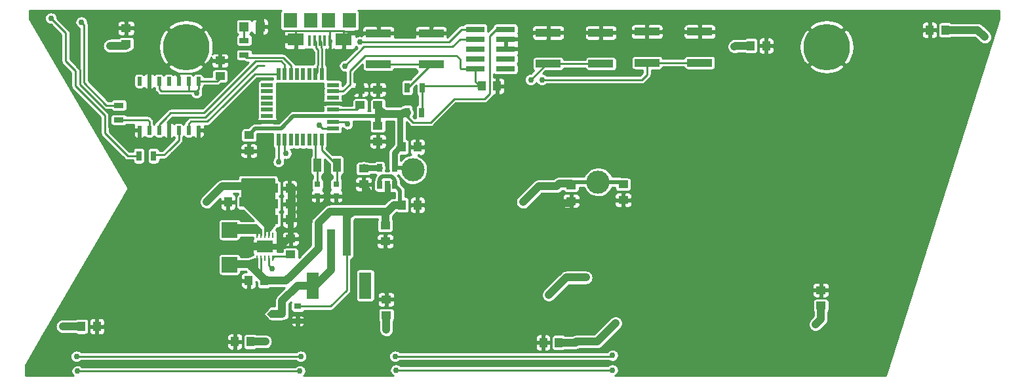
<source format=gbl>
G04 #@! TF.FileFunction,Copper,L2,Bot,Signal*
%FSLAX46Y46*%
G04 Gerber Fmt 4.6, Leading zero omitted, Abs format (unit mm)*
G04 Created by KiCad (PCBNEW 4.0.4+e1-6308~48~ubuntu14.04.1-stable) date Wed Jun 28 21:35:02 2017*
%MOMM*%
%LPD*%
G01*
G04 APERTURE LIST*
%ADD10C,0.100000*%
%ADD11R,0.280000X0.800000*%
%ADD12R,2.150000X1.600000*%
%ADD13R,0.550000X1.600000*%
%ADD14R,1.600000X0.550000*%
%ADD15R,1.000000X3.500000*%
%ADD16R,1.600000X3.400000*%
%ADD17R,0.650000X1.060000*%
%ADD18R,0.508000X1.143000*%
%ADD19C,3.000000*%
%ADD20R,1.000000X1.800000*%
%ADD21R,2.000000X2.000000*%
%ADD22R,2.400000X0.750000*%
%ADD23R,3.200000X1.000000*%
%ADD24R,0.400000X1.350000*%
%ADD25R,2.100000X1.600000*%
%ADD26R,1.800000X1.900000*%
%ADD27C,6.000000*%
%ADD28R,1.198880X1.198880*%
%ADD29R,0.750000X0.800000*%
%ADD30R,1.000000X1.250000*%
%ADD31R,1.250000X1.000000*%
%ADD32R,1.300000X0.700000*%
%ADD33R,0.700000X1.300000*%
%ADD34R,0.900000X0.800000*%
%ADD35R,0.635000X1.016000*%
%ADD36C,0.762000*%
%ADD37C,0.254000*%
%ADD38C,1.016000*%
%ADD39C,0.508000*%
%ADD40C,0.762000*%
G04 APERTURE END LIST*
D10*
D11*
X61445000Y-65262500D03*
X61445000Y-62337500D03*
X61945000Y-65262500D03*
X61945000Y-62337500D03*
X62445000Y-65262500D03*
X62445000Y-62337500D03*
X62945000Y-65262500D03*
X62945000Y-62337500D03*
X63445000Y-65262500D03*
X63445000Y-62337500D03*
D12*
X62445000Y-63800000D03*
D13*
X69781000Y-49970000D03*
X68981000Y-49970000D03*
X68181000Y-49970000D03*
X67381000Y-49970000D03*
X66581000Y-49970000D03*
X65781000Y-49970000D03*
X64981000Y-49970000D03*
X64181000Y-49970000D03*
D14*
X62731000Y-48520000D03*
X62731000Y-47720000D03*
X62731000Y-46920000D03*
X62731000Y-46120000D03*
X62731000Y-45320000D03*
X62731000Y-44520000D03*
X62731000Y-43720000D03*
X62731000Y-42920000D03*
D13*
X64181000Y-41470000D03*
X64981000Y-41470000D03*
X65781000Y-41470000D03*
X66581000Y-41470000D03*
X67381000Y-41470000D03*
X68181000Y-41470000D03*
X68981000Y-41470000D03*
X69781000Y-41470000D03*
D14*
X71231000Y-42920000D03*
X71231000Y-43720000D03*
X71231000Y-44520000D03*
X71231000Y-45320000D03*
X71231000Y-46120000D03*
X71231000Y-46920000D03*
X71231000Y-47720000D03*
X71231000Y-48520000D03*
D15*
X73009000Y-63265000D03*
X71009000Y-63265000D03*
D16*
X75409000Y-68815000D03*
X68609000Y-68815000D03*
D17*
X79184000Y-55837000D03*
X78234000Y-55837000D03*
X77284000Y-55837000D03*
X77284000Y-53637000D03*
X79184000Y-53637000D03*
D18*
X53848000Y-48768000D03*
X52578000Y-48768000D03*
X51308000Y-48768000D03*
X50038000Y-48768000D03*
X48768000Y-48768000D03*
X47498000Y-48768000D03*
X46228000Y-48768000D03*
X46228000Y-42418000D03*
X47498000Y-42418000D03*
X50038000Y-42418000D03*
X51308000Y-42418000D03*
X52578000Y-42418000D03*
X53848000Y-42418000D03*
X48768000Y-42418000D03*
D19*
X81534000Y-53848000D03*
X105473500Y-55435500D03*
D20*
X69223500Y-53276500D03*
X71723500Y-53276500D03*
D21*
X57875000Y-66125000D03*
X57875000Y-61625000D03*
D22*
X93526000Y-35728000D03*
X89626000Y-35728000D03*
X93526000Y-36998000D03*
X89626000Y-36998000D03*
X93526000Y-38268000D03*
X89626000Y-38268000D03*
X93526000Y-39538000D03*
X89626000Y-39538000D03*
X93526000Y-40808000D03*
X89626000Y-40808000D03*
D23*
X77100000Y-36250000D03*
X83900000Y-36250000D03*
X83900000Y-40250000D03*
X77100000Y-40250000D03*
X105825500Y-40163500D03*
X99025500Y-40163500D03*
X99025500Y-36163500D03*
X105825500Y-36163500D03*
X118589000Y-40036500D03*
X111789000Y-40036500D03*
X111789000Y-36036500D03*
X118589000Y-36036500D03*
D24*
X68221000Y-37211000D03*
X68871000Y-37211000D03*
X69521000Y-37211000D03*
X70171000Y-37211000D03*
X70821000Y-37211000D03*
D25*
X66421000Y-37061000D03*
X72621000Y-37061000D03*
D26*
X68371000Y-34536000D03*
X70671000Y-34536000D03*
X73321000Y-34536000D03*
X65721000Y-34536000D03*
D27*
X135000000Y-38000000D03*
X52250000Y-38000000D03*
D28*
X59720480Y-35369500D03*
X61818520Y-35369500D03*
D29*
X69215000Y-55765000D03*
X69215000Y-57265000D03*
X71628000Y-55765000D03*
X71628000Y-57265000D03*
D30*
X80155000Y-58420000D03*
X82155000Y-58420000D03*
D31*
X75186000Y-53737000D03*
X75186000Y-55737000D03*
D30*
X80155000Y-50927000D03*
X82155000Y-50927000D03*
X62341000Y-68199000D03*
X60341000Y-68199000D03*
D31*
X65747000Y-64800000D03*
X65747000Y-62800000D03*
D30*
X63643000Y-56261000D03*
X65643000Y-56261000D03*
X63643000Y-58293000D03*
X65643000Y-58293000D03*
X63643000Y-60325000D03*
X65643000Y-60325000D03*
D32*
X59753500Y-37150000D03*
X59753500Y-39050000D03*
D31*
X60388500Y-49419000D03*
X60388500Y-51419000D03*
X74739500Y-45513500D03*
X74739500Y-43513500D03*
X77025500Y-48212500D03*
X77025500Y-50212500D03*
X77025500Y-45513500D03*
X77025500Y-43513500D03*
D30*
X90440000Y-43053000D03*
X92440000Y-43053000D03*
D33*
X82738000Y-43243500D03*
X80838000Y-43243500D03*
X80800000Y-46500000D03*
X82700000Y-46500000D03*
D30*
X100377500Y-76200000D03*
X98377500Y-76200000D03*
D31*
X101986000Y-55896000D03*
X101986000Y-57896000D03*
D30*
X125174500Y-37846000D03*
X127174500Y-37846000D03*
D31*
X78105000Y-72628000D03*
X78105000Y-70628000D03*
X44513500Y-37576000D03*
X44513500Y-35576000D03*
D30*
X150288500Y-35814000D03*
X148288500Y-35814000D03*
X60563000Y-76073000D03*
X58563000Y-76073000D03*
D31*
X134239000Y-71421500D03*
X134239000Y-69421500D03*
X56642000Y-41767000D03*
X56642000Y-39767000D03*
D30*
X38751000Y-74104500D03*
X40751000Y-74104500D03*
D34*
X66659000Y-71503500D03*
X66659000Y-73403500D03*
X64659000Y-72453500D03*
D30*
X59674000Y-58039000D03*
X57674000Y-58039000D03*
D32*
X43561000Y-47432000D03*
X43561000Y-45532000D03*
D33*
X48067000Y-52070000D03*
X46167000Y-52070000D03*
D31*
X108712000Y-55769000D03*
X108712000Y-57769000D03*
X77978000Y-61103000D03*
X77978000Y-63103000D03*
D35*
X63512700Y-72453500D03*
X62090300Y-72453500D03*
D10*
G36*
X63220600Y-71945513D02*
X63220600Y-72961487D01*
X62712600Y-72453513D01*
X62712600Y-72453487D01*
X63220600Y-71945513D01*
X63220600Y-71945513D01*
G37*
G36*
X62915800Y-71945500D02*
X62433200Y-72453500D01*
X62407800Y-72453500D01*
X61925200Y-71945500D01*
X62915800Y-71945500D01*
X62915800Y-71945500D01*
G37*
G36*
X62433200Y-72453500D02*
X62915800Y-72961500D01*
X61925200Y-72961500D01*
X62407800Y-72453500D01*
X62433200Y-72453500D01*
X62433200Y-72453500D01*
G37*
D36*
X38100000Y-37973000D03*
X44958000Y-49911000D03*
X45821600Y-46659800D03*
X60071000Y-64008000D03*
X41478200Y-42926000D03*
X58394600Y-41503600D03*
X54737000Y-50342800D03*
X115252500Y-37909500D03*
X85915500Y-55880000D03*
X78549500Y-42799000D03*
X74739500Y-48069500D03*
X74739500Y-41402000D03*
X81597500Y-49022000D03*
X59880500Y-59880500D03*
X100330000Y-64008000D03*
X143573500Y-49847500D03*
X145034000Y-43942000D03*
X96012000Y-49911000D03*
X100076000Y-58039000D03*
X61722000Y-37846000D03*
X45212000Y-55245000D03*
X147256500Y-37909500D03*
X140144500Y-61912500D03*
X141795500Y-55943500D03*
X138366500Y-68008500D03*
X136715500Y-73850500D03*
X137985500Y-79946500D03*
X127698500Y-79946500D03*
X125793500Y-73850500D03*
X124269500Y-67881500D03*
X122364500Y-61912500D03*
X120332500Y-55943500D03*
X118681500Y-49847500D03*
X116776500Y-43878500D03*
X102933500Y-37909500D03*
X99504500Y-43878500D03*
X103822500Y-69913500D03*
X107378500Y-76009500D03*
X83629500Y-76009500D03*
X86677500Y-70040500D03*
X90106500Y-63944500D03*
X54889400Y-56007000D03*
X95821500Y-55943500D03*
X90360500Y-57975500D03*
X42418000Y-76073000D03*
X67056000Y-76073000D03*
X63500000Y-70104000D03*
X45974000Y-70104000D03*
X49403000Y-64008000D03*
X49479200Y-58039000D03*
X60833000Y-58293000D03*
X103886000Y-67792600D03*
X99110800Y-70027800D03*
X107721400Y-73685400D03*
X78105000Y-74549000D03*
X62484000Y-76073000D03*
X36322000Y-74104500D03*
X42418000Y-37846000D03*
X102679500Y-76073000D03*
X133540500Y-73850500D03*
X155384500Y-36703000D03*
X123063000Y-37973000D03*
X60833000Y-56007000D03*
X54927500Y-58039000D03*
X63373000Y-66675000D03*
X60833000Y-57150000D03*
X53594000Y-43942000D03*
X100139500Y-55943500D03*
X95821500Y-57975500D03*
X96774000Y-42227500D03*
X65151000Y-51752500D03*
X64198500Y-52832000D03*
X98234500Y-42227500D03*
X72771000Y-40449500D03*
X73088500Y-47942500D03*
X74676000Y-37338000D03*
X69469000Y-48133000D03*
X38735000Y-34798000D03*
X34798000Y-34290000D03*
X38227000Y-79883000D03*
X66929000Y-79883000D03*
X67056000Y-77978000D03*
X38100000Y-77978000D03*
X107315000Y-79756000D03*
X79375000Y-79756000D03*
X79248000Y-77978000D03*
X107315000Y-77851000D03*
D37*
X51308000Y-42418000D02*
X51308000Y-41402000D01*
X55737000Y-39767000D02*
X56642000Y-39767000D01*
X55372000Y-40132000D02*
X55737000Y-39767000D01*
X55372000Y-40513000D02*
X55372000Y-40132000D01*
X54483000Y-41402000D02*
X55372000Y-40513000D01*
X53213000Y-41402000D02*
X54483000Y-41402000D01*
X51308000Y-41402000D02*
X53213000Y-41402000D01*
X66421000Y-35941000D02*
X64262000Y-35941000D01*
X64262000Y-35941000D02*
X63142000Y-37061000D01*
X72621000Y-35964000D02*
X74445000Y-35964000D01*
X74803000Y-36322000D02*
X74803000Y-36250000D01*
X74731000Y-36250000D02*
X74803000Y-36322000D01*
X74445000Y-35964000D02*
X74731000Y-36250000D01*
X70821000Y-37211000D02*
X70821000Y-35941000D01*
X70821000Y-35941000D02*
X70866000Y-35941000D01*
X66421000Y-37061000D02*
X66421000Y-35941000D01*
X66421000Y-35941000D02*
X70866000Y-35941000D01*
X72621000Y-35964000D02*
X72621000Y-37061000D01*
X70866000Y-35941000D02*
X72644000Y-35941000D01*
X72644000Y-35941000D02*
X72621000Y-35964000D01*
X38100000Y-40436800D02*
X38100000Y-40513002D01*
X44246800Y-50342800D02*
X42291000Y-48387000D01*
X42291000Y-48387000D02*
X42291000Y-46583600D01*
X42291000Y-46583600D02*
X41427400Y-45720000D01*
X38100000Y-37973000D02*
X38100000Y-40436800D01*
X50038000Y-50469800D02*
X50038000Y-48768000D01*
X49707800Y-50800000D02*
X50038000Y-50469800D01*
X44246800Y-50800000D02*
X49707800Y-50800000D01*
X44246800Y-50800000D02*
X44246800Y-50342800D01*
X38550291Y-42842891D02*
X41427400Y-45720000D01*
X38550291Y-40963293D02*
X38550291Y-42842891D01*
X38100000Y-40513002D02*
X38550291Y-40963293D01*
D38*
X54838600Y-34036000D02*
X61785500Y-34036000D01*
X61818520Y-34069020D02*
X61818520Y-35369500D01*
X61785500Y-34036000D02*
X61818520Y-34069020D01*
X61722000Y-37846000D02*
X61722000Y-35466020D01*
X61722000Y-35466020D02*
X61818520Y-35369500D01*
D39*
X56642000Y-39517000D02*
X56642000Y-36652200D01*
X56642000Y-36652200D02*
X57708800Y-35585400D01*
X57708800Y-35585400D02*
X56388000Y-35585400D01*
X56388000Y-35585400D02*
X54838600Y-34036000D01*
X54838600Y-34036000D02*
X49276000Y-34036000D01*
D38*
X62445000Y-63800000D02*
X60279000Y-63800000D01*
X60279000Y-63800000D02*
X60071000Y-64008000D01*
D39*
X62731000Y-47720000D02*
X60839600Y-47720000D01*
X60839600Y-47720000D02*
X60807600Y-47752000D01*
D37*
X62331600Y-40386000D02*
X61468000Y-40386000D01*
X61468000Y-40386000D02*
X62331600Y-40386000D01*
X50038000Y-48768000D02*
X50038000Y-47879000D01*
X50800000Y-47117000D02*
X50038000Y-47879000D01*
X54737000Y-47117000D02*
X50800000Y-47117000D01*
X61468000Y-40386000D02*
X54737000Y-47117000D01*
X53848000Y-48234600D02*
X53848000Y-48768000D01*
D39*
X77100000Y-36250000D02*
X74803000Y-36250000D01*
X74803000Y-36250000D02*
X73432000Y-36250000D01*
X73432000Y-36250000D02*
X72621000Y-37061000D01*
D38*
X74728000Y-43200000D02*
X74728000Y-41413500D01*
X74728000Y-41413500D02*
X74739500Y-41402000D01*
X100183000Y-58146000D02*
X100188000Y-58146000D01*
X100076000Y-58039000D02*
X100183000Y-58146000D01*
D39*
X62731000Y-47720000D02*
X64230000Y-47720000D01*
X69413000Y-45320000D02*
X71231000Y-45320000D01*
X66630000Y-45320000D02*
X69413000Y-45320000D01*
X64230000Y-47720000D02*
X66630000Y-45320000D01*
D37*
X51308000Y-42418000D02*
X51308000Y-41910000D01*
X51308000Y-41910000D02*
X50546000Y-41148000D01*
X50546000Y-41148000D02*
X47498000Y-41148000D01*
X70821000Y-37211000D02*
X70821000Y-38309000D01*
X70821000Y-38309000D02*
X71120000Y-38608000D01*
X71120000Y-38608000D02*
X72390000Y-38608000D01*
X72390000Y-38608000D02*
X72621000Y-38377000D01*
X72621000Y-38377000D02*
X72621000Y-37061000D01*
D38*
X66421000Y-37061000D02*
X63142000Y-37061000D01*
X63142000Y-37061000D02*
X62507000Y-37061000D01*
X62507000Y-37061000D02*
X61722000Y-37846000D01*
D39*
X47498000Y-35814000D02*
X49276000Y-34036000D01*
X47498000Y-35814000D02*
X47498000Y-41148000D01*
X47498000Y-41148000D02*
X47498000Y-42418000D01*
D40*
X65981000Y-58085000D02*
X65981000Y-56053000D01*
X65981000Y-60117000D02*
X65981000Y-58085000D01*
X65747000Y-62550000D02*
X65747000Y-60351000D01*
X65747000Y-60351000D02*
X65981000Y-60117000D01*
X62445000Y-63800000D02*
X64497000Y-63800000D01*
X64497000Y-63800000D02*
X65747000Y-62550000D01*
D38*
X101986000Y-58146000D02*
X100188000Y-58146000D01*
X100188000Y-58146000D02*
X100081000Y-58039000D01*
D39*
X71231000Y-45320000D02*
X72608000Y-45320000D01*
X72608000Y-45320000D02*
X73188000Y-44740000D01*
X73188000Y-44740000D02*
X74728000Y-43200000D01*
D40*
X78234000Y-55837000D02*
X78234000Y-57023000D01*
X76857000Y-57658000D02*
X75186000Y-55987000D01*
X77599000Y-57658000D02*
X76857000Y-57658000D01*
X78234000Y-57023000D02*
X77599000Y-57658000D01*
X77284000Y-53637000D02*
X75336000Y-53637000D01*
X75336000Y-53637000D02*
X75186000Y-53487000D01*
D38*
X80800000Y-46500000D02*
X80400000Y-46500000D01*
D39*
X62731000Y-48520000D02*
X61202600Y-48520000D01*
X61202600Y-48520000D02*
X60375800Y-49346800D01*
D40*
X80400000Y-46500000D02*
X77814000Y-46500000D01*
X77814000Y-46500000D02*
X77014000Y-45700000D01*
X77014000Y-45700000D02*
X77014000Y-46920000D01*
X77014000Y-48026000D02*
X77014000Y-46920000D01*
D37*
X80400000Y-46500000D02*
X79980000Y-46920000D01*
X79980000Y-46920000D02*
X79559000Y-46920000D01*
X79502000Y-46863000D02*
X79502000Y-46920000D01*
X79559000Y-46920000D02*
X79502000Y-46863000D01*
X89408000Y-44704000D02*
X90805000Y-44704000D01*
X81534000Y-47752000D02*
X83820000Y-47752000D01*
X83820000Y-47752000D02*
X86868000Y-44704000D01*
X86868000Y-44704000D02*
X89408000Y-44704000D01*
X91948000Y-36068000D02*
X92288000Y-35728000D01*
X93526000Y-35728000D02*
X92288000Y-35728000D01*
X81534000Y-47752000D02*
X80400000Y-46618000D01*
X91440000Y-36576000D02*
X91948000Y-36068000D01*
X91440000Y-44069000D02*
X91440000Y-36576000D01*
X90805000Y-44704000D02*
X91440000Y-44069000D01*
D39*
X79184000Y-53637000D02*
X81323000Y-53637000D01*
X81323000Y-53637000D02*
X81534000Y-53848000D01*
X68834000Y-46920000D02*
X66110000Y-46920000D01*
X64510000Y-48520000D02*
X62731000Y-48520000D01*
X66110000Y-46920000D02*
X64510000Y-48520000D01*
D37*
X80400000Y-46500000D02*
X80400000Y-46618000D01*
D40*
X79905000Y-50927000D02*
X79905000Y-46995000D01*
X79905000Y-46995000D02*
X80400000Y-46500000D01*
D39*
X71231000Y-46920000D02*
X79502000Y-46920000D01*
X79502000Y-46920000D02*
X79980000Y-46920000D01*
D37*
X93526000Y-35728000D02*
X92592000Y-35728000D01*
D39*
X71231000Y-46920000D02*
X68834000Y-46920000D01*
X68834000Y-46920000D02*
X68829000Y-46920000D01*
D40*
X79184000Y-53637000D02*
X79184000Y-51648000D01*
X79184000Y-51648000D02*
X79905000Y-50927000D01*
D39*
X105473500Y-55435500D02*
X108378500Y-55435500D01*
X108378500Y-55435500D02*
X108712000Y-55769000D01*
D37*
X59674000Y-58039000D02*
X60579000Y-58039000D01*
D38*
X61087000Y-58039000D02*
X60833000Y-58293000D01*
X61087000Y-58039000D02*
X61937000Y-58039000D01*
D37*
X60579000Y-58039000D02*
X60833000Y-58293000D01*
D38*
X101346000Y-67792600D02*
X103886000Y-67792600D01*
X99110800Y-70027800D02*
X101346000Y-67792600D01*
X102679500Y-76073000D02*
X105333800Y-76073000D01*
X105333800Y-76073000D02*
X107721400Y-73685400D01*
D39*
X105473500Y-55435500D02*
X102196500Y-55435500D01*
X102196500Y-55435500D02*
X101986000Y-55646000D01*
D37*
X53848000Y-42418000D02*
X56241000Y-42418000D01*
X56241000Y-42418000D02*
X56642000Y-42017000D01*
D38*
X78105000Y-74549000D02*
X78105000Y-72878000D01*
X62484000Y-76073000D02*
X60813000Y-76073000D01*
X36322000Y-74104500D02*
X38501000Y-74104500D01*
X44513500Y-37826000D02*
X42438000Y-37826000D01*
X42438000Y-37826000D02*
X42418000Y-37846000D01*
X102552500Y-76200000D02*
X100627500Y-76200000D01*
X102679500Y-76073000D02*
X102552500Y-76200000D01*
X134239000Y-71671500D02*
X134239000Y-73152000D01*
X134239000Y-73152000D02*
X133540500Y-73850500D01*
X154495500Y-35814000D02*
X150538500Y-35814000D01*
X155384500Y-36703000D02*
X154495500Y-35814000D01*
X123190000Y-37846000D02*
X124924500Y-37846000D01*
X123063000Y-37973000D02*
X123190000Y-37846000D01*
X61937000Y-57365000D02*
X60833000Y-56007000D01*
X61937000Y-57365000D02*
X61937000Y-57531000D01*
X56959500Y-56007000D02*
X60833000Y-56007000D01*
X54927500Y-58039000D02*
X56959500Y-56007000D01*
D37*
X62945000Y-65262500D02*
X62945000Y-66247000D01*
X62945000Y-66247000D02*
X63373000Y-66675000D01*
D38*
X61937000Y-57531000D02*
X61214000Y-57531000D01*
X61214000Y-57531000D02*
X60833000Y-57150000D01*
X61937000Y-58039000D02*
X61937000Y-57531000D01*
D37*
X53594000Y-43688000D02*
X53594000Y-43942000D01*
X52578000Y-42418000D02*
X52578000Y-43688000D01*
X48768000Y-42418000D02*
X48768000Y-43434000D01*
X53848000Y-43434000D02*
X53848000Y-42418000D01*
X53594000Y-43688000D02*
X53848000Y-43434000D01*
X49022000Y-43688000D02*
X52578000Y-43688000D01*
X52578000Y-43688000D02*
X53594000Y-43688000D01*
X48768000Y-43434000D02*
X49022000Y-43688000D01*
D38*
X101986000Y-55646000D02*
X100442000Y-55646000D01*
X100442000Y-55646000D02*
X100081000Y-56007000D01*
D37*
X62445000Y-62337500D02*
X62445000Y-61133000D01*
X62445000Y-61133000D02*
X60794000Y-59482000D01*
X62945000Y-62337500D02*
X62945000Y-60653000D01*
X62945000Y-60653000D02*
X63481000Y-60117000D01*
D39*
X61937000Y-57831000D02*
X61937000Y-58039000D01*
X61937000Y-58039000D02*
X61937000Y-58573000D01*
X61937000Y-58573000D02*
X63481000Y-60117000D01*
X61703000Y-57831000D02*
X61937000Y-57831000D01*
X61937000Y-57831000D02*
X63227000Y-57831000D01*
X63227000Y-57831000D02*
X63481000Y-58085000D01*
X61703000Y-57831000D02*
X63481000Y-56053000D01*
D37*
X62953000Y-62329500D02*
X62945000Y-62337500D01*
D38*
X97795000Y-56007000D02*
X100081000Y-56007000D01*
X95763000Y-58039000D02*
X97795000Y-56007000D01*
D37*
X90440000Y-43053000D02*
X82928500Y-43053000D01*
X82928500Y-43053000D02*
X82738000Y-43243500D01*
X82738000Y-43243500D02*
X82738000Y-46462000D01*
X82738000Y-46462000D02*
X82700000Y-46500000D01*
X71231000Y-43720000D02*
X72548500Y-43720000D01*
X87734500Y-40808000D02*
X89626000Y-40808000D01*
X87630000Y-40703500D02*
X87734500Y-40808000D01*
X87630000Y-39560500D02*
X87630000Y-40703500D01*
X87185500Y-39116000D02*
X87630000Y-39560500D01*
X75387202Y-39116000D02*
X87185500Y-39116000D01*
X73406000Y-41097202D02*
X75387202Y-39116000D01*
X73406000Y-42862500D02*
X73406000Y-41097202D01*
X72548500Y-43720000D02*
X73406000Y-42862500D01*
X89626000Y-40808000D02*
X89626000Y-42489000D01*
X89626000Y-42489000D02*
X90190000Y-43053000D01*
X89993000Y-43250000D02*
X90190000Y-43053000D01*
X71231000Y-46120000D02*
X74308000Y-46120000D01*
X74308000Y-46120000D02*
X74728000Y-45700000D01*
X68981000Y-49970000D02*
X68981000Y-53034000D01*
X68981000Y-53034000D02*
X69203500Y-53256500D01*
X69203500Y-53256500D02*
X69203500Y-55836500D01*
X71743500Y-55836500D02*
X71743500Y-53296500D01*
X71743500Y-53296500D02*
X69781000Y-51334000D01*
X69781000Y-51334000D02*
X69781000Y-49970000D01*
X80838000Y-43243500D02*
X80906500Y-43243500D01*
X80906500Y-43243500D02*
X83900000Y-40250000D01*
X83900000Y-40250000D02*
X77100000Y-40250000D01*
X105825500Y-40163500D02*
X99025500Y-40163500D01*
X64981000Y-49970000D02*
X64981000Y-51582500D01*
X96774000Y-42227500D02*
X98838000Y-40163500D01*
X64981000Y-51582500D02*
X65151000Y-51752500D01*
X98838000Y-40163500D02*
X99025500Y-40163500D01*
X111789000Y-40036500D02*
X118589000Y-40036500D01*
X111789000Y-40036500D02*
X111789000Y-41563500D01*
X64181000Y-52814500D02*
X64181000Y-49970000D01*
X64198500Y-52832000D02*
X64181000Y-52814500D01*
X111125000Y-42227500D02*
X98234500Y-42227500D01*
X111789000Y-41563500D02*
X111125000Y-42227500D01*
X52578000Y-48768000D02*
X52578000Y-47904400D01*
X52857400Y-47625000D02*
X54991000Y-47625000D01*
X52578000Y-47904400D02*
X52857400Y-47625000D01*
X58420000Y-44196000D02*
X57073800Y-45542200D01*
X64181000Y-41470000D02*
X61146000Y-41470000D01*
X61146000Y-41470000D02*
X58420000Y-44196000D01*
X57073800Y-45542200D02*
X54991000Y-47625000D01*
X54597300Y-46494700D02*
X61239400Y-39852600D01*
X61239400Y-39852600D02*
X61315600Y-39852600D01*
X64981000Y-41470000D02*
X64981000Y-40292200D01*
X64981000Y-40292200D02*
X64541400Y-39852600D01*
X64541400Y-39852600D02*
X61239400Y-39852600D01*
X49530000Y-47244000D02*
X50266600Y-46507400D01*
X49530000Y-47244000D02*
X48768000Y-48006000D01*
X48768000Y-48768000D02*
X48768000Y-48006000D01*
X54584600Y-46507400D02*
X54597300Y-46494700D01*
X54597300Y-46494700D02*
X54610000Y-46482000D01*
X50266600Y-46507400D02*
X54584600Y-46507400D01*
X89603500Y-37020500D02*
X87630000Y-37020500D01*
X72771000Y-40449500D02*
X75247500Y-37973000D01*
X75247500Y-37973000D02*
X86677500Y-37973000D01*
X86677500Y-37973000D02*
X87630000Y-37020500D01*
X72866000Y-47720000D02*
X71231000Y-47720000D01*
X72866000Y-47720000D02*
X73088500Y-47942500D01*
X89603500Y-37020500D02*
X89626000Y-36998000D01*
X89626000Y-36998000D02*
X90560000Y-36998000D01*
X75438000Y-37338000D02*
X74676000Y-37338000D01*
X75438000Y-37338000D02*
X86233000Y-37338000D01*
X86233000Y-37338000D02*
X87843000Y-35728000D01*
X89626000Y-35728000D02*
X87843000Y-35728000D01*
X69856000Y-48520000D02*
X69469000Y-48133000D01*
X71231000Y-48520000D02*
X69856000Y-48520000D01*
X39065200Y-37007800D02*
X39065200Y-35128200D01*
X41976000Y-45532000D02*
X39065200Y-42621200D01*
X39065200Y-42621200D02*
X39065200Y-37007800D01*
X43561000Y-45532000D02*
X41976000Y-45532000D01*
X39065200Y-35128200D02*
X38735000Y-34798000D01*
X41783000Y-46863000D02*
X37973000Y-43053000D01*
X41783000Y-49149000D02*
X41783000Y-46863000D01*
X46167000Y-52070000D02*
X44704000Y-52070000D01*
X36703000Y-39814500D02*
X36703000Y-36195000D01*
X36703000Y-36195000D02*
X34798000Y-34290000D01*
X44704000Y-52070000D02*
X43942000Y-51308000D01*
X43942000Y-51308000D02*
X41783000Y-49149000D01*
X37973000Y-41084500D02*
X36703000Y-39814500D01*
X37973000Y-43053000D02*
X37973000Y-41084500D01*
X66929000Y-79883000D02*
X38227000Y-79883000D01*
X38100000Y-77978000D02*
X67056000Y-77978000D01*
X79375000Y-79756000D02*
X107315000Y-79756000D01*
X107188000Y-77978000D02*
X79248000Y-77978000D01*
X107315000Y-77851000D02*
X107188000Y-77978000D01*
X73009000Y-63265000D02*
X73009000Y-69421500D01*
X70927000Y-71503500D02*
X66659000Y-71503500D01*
X73009000Y-69421500D02*
X70927000Y-71503500D01*
D38*
X77978000Y-61103000D02*
X77978000Y-59522000D01*
X77978000Y-59522000D02*
X78250000Y-59250000D01*
X67564000Y-65786000D02*
X68580000Y-64770000D01*
X65151000Y-68199000D02*
X65786000Y-67564000D01*
X67564000Y-65786000D02*
X65786000Y-67564000D01*
X62341000Y-68199000D02*
X65151000Y-68199000D01*
X70798000Y-59250000D02*
X73750000Y-59250000D01*
X69342000Y-60706000D02*
X70798000Y-59250000D01*
X69342000Y-64008000D02*
X69342000Y-60706000D01*
X68580000Y-64770000D02*
X69342000Y-64008000D01*
X62341000Y-68199000D02*
X62341000Y-67994000D01*
X62341000Y-67994000D02*
X60397000Y-66050000D01*
D37*
X73009000Y-62239000D02*
X73000000Y-62230000D01*
X73000000Y-62230000D02*
X73000000Y-62475000D01*
X61945000Y-65262500D02*
X61945000Y-68195000D01*
X61945000Y-68195000D02*
X62375000Y-68625000D01*
X61849000Y-67691000D02*
X61945000Y-67691000D01*
X61852000Y-67691000D02*
X61849000Y-67691000D01*
X61945000Y-67598000D02*
X61852000Y-67691000D01*
X61945000Y-67691000D02*
X61945000Y-67945000D01*
X61945000Y-67945000D02*
X62625000Y-68625000D01*
D38*
X79905000Y-58420000D02*
X79080000Y-58420000D01*
X79080000Y-58420000D02*
X78250000Y-59250000D01*
X78250000Y-59250000D02*
X73750000Y-59250000D01*
X73000000Y-60000000D02*
X73000000Y-62230000D01*
X73750000Y-59250000D02*
X73000000Y-60000000D01*
X73000000Y-62230000D02*
X73000000Y-62475000D01*
X60397000Y-66050000D02*
X57950000Y-66050000D01*
X57950000Y-66050000D02*
X57875000Y-66125000D01*
D39*
X79905000Y-58420000D02*
X79905000Y-56558000D01*
X79905000Y-56558000D02*
X79184000Y-55837000D01*
D37*
X60397000Y-66050000D02*
X60657500Y-66050000D01*
X61445000Y-67098000D02*
X62846000Y-68499000D01*
X60657500Y-66050000D02*
X61445000Y-65262500D01*
D39*
X57329000Y-65959000D02*
X57238000Y-66050000D01*
D37*
X61445000Y-65262500D02*
X61445000Y-67098000D01*
D39*
X77284000Y-55837000D02*
X77284000Y-55052000D01*
X77284000Y-55052000D02*
X77599000Y-54737000D01*
X77599000Y-54737000D02*
X78742000Y-54737000D01*
X78742000Y-54737000D02*
X79184000Y-55179000D01*
X79184000Y-55179000D02*
X79184000Y-55837000D01*
D37*
X65747000Y-65050000D02*
X63657500Y-65050000D01*
X63657500Y-65050000D02*
X63445000Y-65262500D01*
D39*
X61445000Y-61625000D02*
X57313000Y-61625000D01*
X57313000Y-61625000D02*
X57238000Y-61550000D01*
D37*
X61945000Y-62337500D02*
X61945000Y-61649000D01*
X61445000Y-61625000D02*
X61445000Y-62337500D01*
X61556000Y-61514000D02*
X61445000Y-61625000D01*
X61810000Y-61514000D02*
X61556000Y-61514000D01*
X61945000Y-61649000D02*
X61810000Y-61514000D01*
X69323801Y-40349277D02*
X69226599Y-40446479D01*
X69226599Y-40446479D02*
X69226599Y-41224401D01*
X68871000Y-37211000D02*
X69041599Y-37381599D01*
X69041599Y-37381599D02*
X69041599Y-38106086D01*
X69041599Y-38106086D02*
X69323801Y-38388288D01*
X69323801Y-38388288D02*
X69323801Y-40349277D01*
X69226599Y-41224401D02*
X68981000Y-41470000D01*
X69521000Y-37211000D02*
X69521000Y-37214422D01*
X69521000Y-37214422D02*
X69691599Y-37385021D01*
X69691599Y-37385021D02*
X69691599Y-38109521D01*
X69691599Y-38109521D02*
X69781000Y-38198922D01*
X69781000Y-38198922D02*
X69781000Y-41127200D01*
X69781000Y-41127200D02*
X69781000Y-41470000D01*
X69521000Y-37211000D02*
X69521000Y-37286264D01*
X69781000Y-41076400D02*
X69781000Y-41470000D01*
X60098898Y-39395398D02*
X61845198Y-39395398D01*
X65781000Y-40406400D02*
X64769998Y-39395398D01*
X64769998Y-39395398D02*
X61845198Y-39395398D01*
X65781000Y-40406400D02*
X65781000Y-41470000D01*
X60098898Y-39395398D02*
X59753500Y-39050000D01*
X59753500Y-37150000D02*
X59753500Y-35402520D01*
X59753500Y-35402520D02*
X59720480Y-35369500D01*
X47498000Y-48768000D02*
X47498000Y-47625000D01*
X47305000Y-47432000D02*
X43561000Y-47432000D01*
X47498000Y-47625000D02*
X47305000Y-47432000D01*
X50038000Y-51308000D02*
X49403000Y-51943000D01*
X51308000Y-48768000D02*
X51308000Y-50038000D01*
X51308000Y-50038000D02*
X50038000Y-51308000D01*
X49403000Y-51943000D02*
X48194000Y-51943000D01*
X48194000Y-51943000D02*
X48067000Y-52070000D01*
D38*
X63461900Y-72453500D02*
X64659000Y-72453500D01*
X64659000Y-72453500D02*
X64659000Y-70786500D01*
X66630500Y-68815000D02*
X68609000Y-68815000D01*
X64659000Y-70786500D02*
X66630500Y-68815000D01*
X68609000Y-68815000D02*
X68980000Y-68815000D01*
X68980000Y-68815000D02*
X71009000Y-66786000D01*
X71009000Y-66786000D02*
X71009000Y-63265000D01*
D37*
G36*
X61315492Y-67463982D02*
X60286000Y-66537439D01*
X60286000Y-65672492D01*
X61422108Y-65331660D01*
X61315492Y-67463982D01*
X61315492Y-67463982D01*
G37*
X61315492Y-67463982D02*
X60286000Y-66537439D01*
X60286000Y-65672492D01*
X61422108Y-65331660D01*
X61315492Y-67463982D01*
G36*
X61937000Y-61693606D02*
X61937000Y-61836444D01*
X61916536Y-61937500D01*
X61916536Y-62022000D01*
X58254000Y-62022000D01*
X58254000Y-61006000D01*
X61249394Y-61006000D01*
X61937000Y-61693606D01*
X61937000Y-61693606D01*
G37*
X61937000Y-61693606D02*
X61937000Y-61836444D01*
X61916536Y-61937500D01*
X61916536Y-62022000D01*
X58254000Y-62022000D01*
X58254000Y-61006000D01*
X61249394Y-61006000D01*
X61937000Y-61693606D01*
G36*
X64533660Y-33260892D02*
X64454463Y-33353814D01*
X64404289Y-33465121D01*
X64387111Y-33586000D01*
X64387111Y-35486000D01*
X64392594Y-35554763D01*
X64428712Y-35671391D01*
X64495892Y-35773340D01*
X64588814Y-35852537D01*
X64700121Y-35902711D01*
X64821000Y-35919889D01*
X64993690Y-35919889D01*
X64976410Y-35937169D01*
X64920816Y-36020372D01*
X64882522Y-36112822D01*
X64863000Y-36210967D01*
X64863000Y-36807000D01*
X64990000Y-36934000D01*
X66294000Y-36934000D01*
X66294000Y-36914000D01*
X66548000Y-36914000D01*
X66548000Y-36934000D01*
X66568000Y-36934000D01*
X66568000Y-37188000D01*
X66548000Y-37188000D01*
X66548000Y-38242000D01*
X66675000Y-38369000D01*
X67521034Y-38369000D01*
X67619178Y-38349478D01*
X67711629Y-38311184D01*
X67794831Y-38255589D01*
X67795065Y-38255355D01*
X67900121Y-38302711D01*
X68021000Y-38319889D01*
X68421000Y-38319889D01*
X68489763Y-38314406D01*
X68520250Y-38304964D01*
X68522761Y-38313606D01*
X68524114Y-38316216D01*
X68524963Y-38319028D01*
X68549185Y-38364583D01*
X68572950Y-38410430D01*
X68574784Y-38412727D01*
X68576163Y-38415321D01*
X68608774Y-38455306D01*
X68640989Y-38495662D01*
X68645020Y-38499749D01*
X68645091Y-38499836D01*
X68645172Y-38499903D01*
X68646468Y-38501217D01*
X68765001Y-38619750D01*
X68765001Y-40131730D01*
X68764110Y-40133350D01*
X68762245Y-40135621D01*
X68737859Y-40181101D01*
X68712986Y-40226344D01*
X68712097Y-40229146D01*
X68710709Y-40231735D01*
X68709371Y-40236111D01*
X68706000Y-40236111D01*
X68637237Y-40241594D01*
X68586080Y-40257437D01*
X68576879Y-40253289D01*
X68456000Y-40236111D01*
X67906000Y-40236111D01*
X67837237Y-40241594D01*
X67786080Y-40257437D01*
X67776879Y-40253289D01*
X67656000Y-40236111D01*
X67106000Y-40236111D01*
X67037237Y-40241594D01*
X66986080Y-40257437D01*
X66976879Y-40253289D01*
X66856000Y-40236111D01*
X66310654Y-40236111D01*
X66299838Y-40198880D01*
X66298485Y-40196270D01*
X66297636Y-40193458D01*
X66273414Y-40147903D01*
X66249649Y-40102056D01*
X66247815Y-40099759D01*
X66246436Y-40097165D01*
X66213825Y-40057180D01*
X66181610Y-40016824D01*
X66177579Y-40012737D01*
X66177508Y-40012650D01*
X66177427Y-40012583D01*
X66176131Y-40011269D01*
X65165129Y-39000267D01*
X65125255Y-38967514D01*
X65085702Y-38934325D01*
X65083127Y-38932909D01*
X65080856Y-38931044D01*
X65035376Y-38906658D01*
X64990133Y-38881785D01*
X64987331Y-38880896D01*
X64984742Y-38879508D01*
X64935414Y-38864427D01*
X64886179Y-38848809D01*
X64883256Y-38848481D01*
X64880449Y-38847623D01*
X64829135Y-38842410D01*
X64777800Y-38836652D01*
X64772059Y-38836612D01*
X64771948Y-38836601D01*
X64771845Y-38836611D01*
X64769998Y-38836598D01*
X60837389Y-38836598D01*
X60837389Y-38700000D01*
X60831906Y-38631237D01*
X60795788Y-38514609D01*
X60728608Y-38412660D01*
X60635686Y-38333463D01*
X60524379Y-38283289D01*
X60403500Y-38266111D01*
X59103500Y-38266111D01*
X59034737Y-38271594D01*
X58918109Y-38307712D01*
X58816160Y-38374892D01*
X58736963Y-38467814D01*
X58686789Y-38579121D01*
X58669611Y-38700000D01*
X58669611Y-39400000D01*
X58675094Y-39468763D01*
X58711212Y-39585391D01*
X58778392Y-39687340D01*
X58871314Y-39766537D01*
X58982621Y-39816711D01*
X59103500Y-39833889D01*
X59756282Y-39833889D01*
X59783194Y-39856471D01*
X59785766Y-39857885D01*
X59788040Y-39859753D01*
X59833559Y-39884160D01*
X59878763Y-39909011D01*
X59881565Y-39909900D01*
X59884154Y-39911288D01*
X59933470Y-39926365D01*
X59982717Y-39941987D01*
X59985642Y-39942315D01*
X59988448Y-39943173D01*
X60039756Y-39948385D01*
X60091096Y-39954144D01*
X60096837Y-39954184D01*
X60096948Y-39954195D01*
X60097051Y-39954185D01*
X60098898Y-39954198D01*
X60347540Y-39954198D01*
X54353138Y-45948600D01*
X50266600Y-45948600D01*
X50215182Y-45953641D01*
X50163809Y-45958136D01*
X50160990Y-45958955D01*
X50158062Y-45959242D01*
X50108630Y-45974167D01*
X50059080Y-45988562D01*
X50056470Y-45989915D01*
X50053658Y-45990764D01*
X50008103Y-46014986D01*
X49962256Y-46038751D01*
X49959959Y-46040585D01*
X49957365Y-46041964D01*
X49917380Y-46074575D01*
X49877024Y-46106790D01*
X49872937Y-46110821D01*
X49872850Y-46110892D01*
X49872783Y-46110973D01*
X49871469Y-46112269D01*
X48372869Y-47610869D01*
X48340116Y-47650743D01*
X48306927Y-47690296D01*
X48305511Y-47692871D01*
X48303646Y-47695142D01*
X48279260Y-47740622D01*
X48254387Y-47785865D01*
X48253498Y-47788667D01*
X48252110Y-47791256D01*
X48237029Y-47840584D01*
X48227414Y-47870895D01*
X48226660Y-47871392D01*
X48147463Y-47964314D01*
X48133648Y-47994962D01*
X48077108Y-47909160D01*
X48056800Y-47891852D01*
X48056800Y-47625000D01*
X48051759Y-47573591D01*
X48047264Y-47522208D01*
X48046445Y-47519389D01*
X48046158Y-47516462D01*
X48031222Y-47466991D01*
X48016838Y-47417480D01*
X48015485Y-47414870D01*
X48014636Y-47412058D01*
X47990425Y-47366523D01*
X47966649Y-47320655D01*
X47964814Y-47318356D01*
X47963436Y-47315765D01*
X47930843Y-47275802D01*
X47898610Y-47235424D01*
X47894579Y-47231337D01*
X47894508Y-47231250D01*
X47894427Y-47231183D01*
X47893131Y-47229869D01*
X47700131Y-47036869D01*
X47660257Y-47004116D01*
X47620704Y-46970927D01*
X47618129Y-46969511D01*
X47615858Y-46967646D01*
X47570378Y-46943260D01*
X47525135Y-46918387D01*
X47522333Y-46917498D01*
X47519744Y-46916110D01*
X47470416Y-46901029D01*
X47421181Y-46885411D01*
X47418258Y-46885083D01*
X47415451Y-46884225D01*
X47364137Y-46879012D01*
X47312802Y-46873254D01*
X47307061Y-46873214D01*
X47306950Y-46873203D01*
X47306847Y-46873213D01*
X47305000Y-46873200D01*
X44587862Y-46873200D01*
X44536108Y-46794660D01*
X44443186Y-46715463D01*
X44331879Y-46665289D01*
X44211000Y-46648111D01*
X42911000Y-46648111D01*
X42842237Y-46653594D01*
X42725609Y-46689712D01*
X42623660Y-46756892D01*
X42544463Y-46849814D01*
X42494289Y-46961121D01*
X42477111Y-47082000D01*
X42477111Y-47782000D01*
X42482594Y-47850763D01*
X42518712Y-47967391D01*
X42585892Y-48069340D01*
X42678814Y-48148537D01*
X42790121Y-48198711D01*
X42911000Y-48215889D01*
X44211000Y-48215889D01*
X44279763Y-48210406D01*
X44396391Y-48174288D01*
X44498340Y-48107108D01*
X44577537Y-48014186D01*
X44588079Y-47990800D01*
X45509348Y-47990800D01*
X45485522Y-48048322D01*
X45466000Y-48146467D01*
X45466000Y-48514000D01*
X45593000Y-48641000D01*
X46101000Y-48641000D01*
X46101000Y-48621000D01*
X46355000Y-48621000D01*
X46355000Y-48641000D01*
X46375000Y-48641000D01*
X46375000Y-48895000D01*
X46355000Y-48895000D01*
X46355000Y-49720500D01*
X46482000Y-49847500D01*
X46532034Y-49847500D01*
X46630178Y-49827978D01*
X46722629Y-49789684D01*
X46805831Y-49734089D01*
X46876590Y-49663331D01*
X46909994Y-49613337D01*
X46918892Y-49626840D01*
X47011814Y-49706037D01*
X47123121Y-49756211D01*
X47244000Y-49773389D01*
X47752000Y-49773389D01*
X47820763Y-49767906D01*
X47937391Y-49731788D01*
X48039340Y-49664608D01*
X48118537Y-49571686D01*
X48132352Y-49541038D01*
X48188892Y-49626840D01*
X48281814Y-49706037D01*
X48393121Y-49756211D01*
X48514000Y-49773389D01*
X49022000Y-49773389D01*
X49090763Y-49767906D01*
X49207391Y-49731788D01*
X49309340Y-49664608D01*
X49354701Y-49611385D01*
X49389410Y-49663331D01*
X49460169Y-49734089D01*
X49543371Y-49789684D01*
X49635822Y-49827978D01*
X49733966Y-49847500D01*
X49784000Y-49847500D01*
X49911000Y-49720500D01*
X49911000Y-48895000D01*
X49891000Y-48895000D01*
X49891000Y-48641000D01*
X49911000Y-48641000D01*
X49911000Y-47815500D01*
X49829881Y-47734381D01*
X50498062Y-47066200D01*
X52857400Y-47066200D01*
X52805991Y-47071241D01*
X52754608Y-47075736D01*
X52751789Y-47076555D01*
X52748862Y-47076842D01*
X52699442Y-47091763D01*
X52649880Y-47106162D01*
X52647270Y-47107515D01*
X52644458Y-47108364D01*
X52598923Y-47132575D01*
X52553055Y-47156351D01*
X52550756Y-47158186D01*
X52548165Y-47159564D01*
X52508202Y-47192157D01*
X52467824Y-47224390D01*
X52463737Y-47228421D01*
X52463650Y-47228492D01*
X52463583Y-47228573D01*
X52462269Y-47229869D01*
X52182869Y-47509269D01*
X52150116Y-47549143D01*
X52116927Y-47588696D01*
X52115511Y-47591271D01*
X52113646Y-47593542D01*
X52089260Y-47639022D01*
X52064387Y-47684265D01*
X52063498Y-47687067D01*
X52062110Y-47689656D01*
X52047029Y-47738984D01*
X52031411Y-47788219D01*
X52031083Y-47791142D01*
X52030225Y-47793949D01*
X52025012Y-47845263D01*
X52019872Y-47891090D01*
X51957463Y-47964314D01*
X51943648Y-47994962D01*
X51887108Y-47909160D01*
X51794186Y-47829963D01*
X51682879Y-47779789D01*
X51562000Y-47762611D01*
X51054000Y-47762611D01*
X50985237Y-47768094D01*
X50868609Y-47804212D01*
X50766660Y-47871392D01*
X50721299Y-47924615D01*
X50686590Y-47872669D01*
X50615831Y-47801911D01*
X50532629Y-47746316D01*
X50440178Y-47708022D01*
X50342034Y-47688500D01*
X50292000Y-47688500D01*
X50165000Y-47815500D01*
X50165000Y-48641000D01*
X50185000Y-48641000D01*
X50185000Y-48895000D01*
X50165000Y-48895000D01*
X50165000Y-49720500D01*
X50292000Y-49847500D01*
X50342034Y-49847500D01*
X50440178Y-49827978D01*
X50532629Y-49789684D01*
X50615831Y-49734089D01*
X50686590Y-49663331D01*
X50719994Y-49613337D01*
X50728892Y-49626840D01*
X50749200Y-49644148D01*
X50749200Y-49806538D01*
X49642941Y-50912797D01*
X49642869Y-50912868D01*
X49171538Y-51384200D01*
X48848034Y-51384200D01*
X48845406Y-51351237D01*
X48809288Y-51234609D01*
X48742108Y-51132660D01*
X48649186Y-51053463D01*
X48537879Y-51003289D01*
X48417000Y-50986111D01*
X47717000Y-50986111D01*
X47648237Y-50991594D01*
X47531609Y-51027712D01*
X47429660Y-51094892D01*
X47350463Y-51187814D01*
X47300289Y-51299121D01*
X47283111Y-51420000D01*
X47283111Y-52720000D01*
X47288594Y-52788763D01*
X47324712Y-52905391D01*
X47391892Y-53007340D01*
X47484814Y-53086537D01*
X47596121Y-53136711D01*
X47717000Y-53153889D01*
X48417000Y-53153889D01*
X48485763Y-53148406D01*
X48602391Y-53112288D01*
X48704340Y-53045108D01*
X48783537Y-52952186D01*
X48833711Y-52840879D01*
X48850889Y-52720000D01*
X48850889Y-52501800D01*
X49403000Y-52501800D01*
X49454414Y-52496759D01*
X49505791Y-52492264D01*
X49508610Y-52491445D01*
X49511538Y-52491158D01*
X49560970Y-52476233D01*
X49610520Y-52461838D01*
X49613130Y-52460485D01*
X49615942Y-52459636D01*
X49661497Y-52435414D01*
X49707344Y-52411649D01*
X49709641Y-52409815D01*
X49712235Y-52408436D01*
X49752220Y-52375825D01*
X49792576Y-52343610D01*
X49796663Y-52339579D01*
X49796750Y-52339508D01*
X49796817Y-52339427D01*
X49798131Y-52338131D01*
X50433132Y-51703131D01*
X50433137Y-51703125D01*
X50463262Y-51673000D01*
X59255500Y-51673000D01*
X59255500Y-51969034D01*
X59275022Y-52067178D01*
X59313316Y-52159629D01*
X59368911Y-52242831D01*
X59439669Y-52313590D01*
X59522872Y-52369184D01*
X59615322Y-52407478D01*
X59713467Y-52427000D01*
X60134500Y-52427000D01*
X60261500Y-52300000D01*
X60261500Y-51546000D01*
X60515500Y-51546000D01*
X60515500Y-52300000D01*
X60642500Y-52427000D01*
X61063533Y-52427000D01*
X61161678Y-52407478D01*
X61254128Y-52369184D01*
X61337331Y-52313590D01*
X61408089Y-52242831D01*
X61463684Y-52159629D01*
X61501978Y-52067178D01*
X61521500Y-51969034D01*
X61521500Y-51673000D01*
X61394500Y-51546000D01*
X60515500Y-51546000D01*
X60261500Y-51546000D01*
X59382500Y-51546000D01*
X59255500Y-51673000D01*
X50463262Y-51673000D01*
X51267296Y-50868966D01*
X59255500Y-50868966D01*
X59255500Y-51165000D01*
X59382500Y-51292000D01*
X60261500Y-51292000D01*
X60261500Y-50538000D01*
X60515500Y-50538000D01*
X60515500Y-51292000D01*
X61394500Y-51292000D01*
X61521500Y-51165000D01*
X61521500Y-50868966D01*
X61501978Y-50770822D01*
X61463684Y-50678371D01*
X61408089Y-50595169D01*
X61337331Y-50524410D01*
X61254128Y-50468816D01*
X61161678Y-50430522D01*
X61063533Y-50411000D01*
X60642500Y-50411000D01*
X60515500Y-50538000D01*
X60261500Y-50538000D01*
X60134500Y-50411000D01*
X59713467Y-50411000D01*
X59615322Y-50430522D01*
X59522872Y-50468816D01*
X59439669Y-50524410D01*
X59368911Y-50595169D01*
X59313316Y-50678371D01*
X59275022Y-50770822D01*
X59255500Y-50868966D01*
X51267296Y-50868966D01*
X51703131Y-50433131D01*
X51735884Y-50393257D01*
X51769073Y-50353704D01*
X51770489Y-50351129D01*
X51772354Y-50348858D01*
X51796721Y-50303412D01*
X51821613Y-50258135D01*
X51822503Y-50255328D01*
X51823889Y-50252744D01*
X51838956Y-50203462D01*
X51854589Y-50154181D01*
X51854917Y-50151258D01*
X51855775Y-50148451D01*
X51860988Y-50097137D01*
X51866746Y-50045802D01*
X51866786Y-50040061D01*
X51866797Y-50039950D01*
X51866787Y-50039847D01*
X51866800Y-50038000D01*
X51866800Y-49644122D01*
X51928537Y-49571686D01*
X51942352Y-49541038D01*
X51998892Y-49626840D01*
X52091814Y-49706037D01*
X52203121Y-49756211D01*
X52324000Y-49773389D01*
X52832000Y-49773389D01*
X52900763Y-49767906D01*
X53017391Y-49731788D01*
X53119340Y-49664608D01*
X53164701Y-49611385D01*
X53199410Y-49663331D01*
X53270169Y-49734089D01*
X53353371Y-49789684D01*
X53445822Y-49827978D01*
X53543966Y-49847500D01*
X53594000Y-49847500D01*
X53721000Y-49720500D01*
X53721000Y-48895000D01*
X53975000Y-48895000D01*
X53975000Y-49720500D01*
X54102000Y-49847500D01*
X54152034Y-49847500D01*
X54250178Y-49827978D01*
X54342629Y-49789684D01*
X54425831Y-49734089D01*
X54496590Y-49663331D01*
X54552184Y-49580128D01*
X54590478Y-49487678D01*
X54610000Y-49389533D01*
X54610000Y-49022000D01*
X54483000Y-48895000D01*
X53975000Y-48895000D01*
X53721000Y-48895000D01*
X53701000Y-48895000D01*
X53701000Y-48641000D01*
X53721000Y-48641000D01*
X53721000Y-48621000D01*
X53975000Y-48621000D01*
X53975000Y-48641000D01*
X54483000Y-48641000D01*
X54610000Y-48514000D01*
X54610000Y-48183800D01*
X54991000Y-48183800D01*
X55042414Y-48178759D01*
X55093791Y-48174264D01*
X55096610Y-48173445D01*
X55099538Y-48173158D01*
X55148970Y-48158233D01*
X55198520Y-48143838D01*
X55201130Y-48142485D01*
X55203942Y-48141636D01*
X55249497Y-48117414D01*
X55295344Y-48093649D01*
X55297641Y-48091815D01*
X55300235Y-48090436D01*
X55340220Y-48057825D01*
X55380576Y-48025610D01*
X55384663Y-48021579D01*
X55384750Y-48021508D01*
X55384817Y-48021427D01*
X55386131Y-48020131D01*
X61377462Y-42028800D01*
X63472111Y-42028800D01*
X63472111Y-42211111D01*
X61931000Y-42211111D01*
X61862237Y-42216594D01*
X61745609Y-42252712D01*
X61643660Y-42319892D01*
X61564463Y-42412814D01*
X61514289Y-42524121D01*
X61497111Y-42645000D01*
X61497111Y-43195000D01*
X61502594Y-43263763D01*
X61518437Y-43314920D01*
X61514289Y-43324121D01*
X61497111Y-43445000D01*
X61497111Y-43995000D01*
X61502594Y-44063763D01*
X61518437Y-44114920D01*
X61514289Y-44124121D01*
X61497111Y-44245000D01*
X61497111Y-44795000D01*
X61502594Y-44863763D01*
X61518437Y-44914920D01*
X61514289Y-44924121D01*
X61497111Y-45045000D01*
X61497111Y-45595000D01*
X61502594Y-45663763D01*
X61518437Y-45714920D01*
X61514289Y-45724121D01*
X61497111Y-45845000D01*
X61497111Y-46395000D01*
X61502594Y-46463763D01*
X61518437Y-46514920D01*
X61514289Y-46524121D01*
X61497111Y-46645000D01*
X61497111Y-47179985D01*
X61480816Y-47204372D01*
X61442522Y-47296822D01*
X61423000Y-47394967D01*
X61423000Y-47466000D01*
X61550000Y-47593000D01*
X61768612Y-47593000D01*
X61810121Y-47611711D01*
X61931000Y-47628889D01*
X63531000Y-47628889D01*
X63599763Y-47623406D01*
X63697946Y-47593000D01*
X63912000Y-47593000D01*
X64039000Y-47466000D01*
X64039000Y-47394967D01*
X64019478Y-47296822D01*
X63981184Y-47204372D01*
X63964889Y-47179985D01*
X63964889Y-46645000D01*
X63959406Y-46576237D01*
X63943563Y-46525080D01*
X63947711Y-46515879D01*
X63964889Y-46395000D01*
X63964889Y-45845000D01*
X63959406Y-45776237D01*
X63943563Y-45725080D01*
X63947711Y-45715879D01*
X63964889Y-45595000D01*
X63964889Y-45045000D01*
X63959406Y-44976237D01*
X63943563Y-44925080D01*
X63947711Y-44915879D01*
X63964889Y-44795000D01*
X63964889Y-44245000D01*
X63959406Y-44176237D01*
X63943563Y-44125080D01*
X63947711Y-44115879D01*
X63964889Y-43995000D01*
X63964889Y-43445000D01*
X63959406Y-43376237D01*
X63943563Y-43325080D01*
X63947711Y-43315879D01*
X63964889Y-43195000D01*
X63964889Y-42703889D01*
X64456000Y-42703889D01*
X64524763Y-42698406D01*
X64575920Y-42682563D01*
X64585121Y-42686711D01*
X64706000Y-42703889D01*
X65256000Y-42703889D01*
X65324763Y-42698406D01*
X65375920Y-42682563D01*
X65385121Y-42686711D01*
X65506000Y-42703889D01*
X66056000Y-42703889D01*
X66124763Y-42698406D01*
X66175920Y-42682563D01*
X66185121Y-42686711D01*
X66306000Y-42703889D01*
X66856000Y-42703889D01*
X66924763Y-42698406D01*
X66975920Y-42682563D01*
X66985121Y-42686711D01*
X67106000Y-42703889D01*
X67656000Y-42703889D01*
X67724763Y-42698406D01*
X67775920Y-42682563D01*
X67785121Y-42686711D01*
X67906000Y-42703889D01*
X68456000Y-42703889D01*
X68524763Y-42698406D01*
X68575920Y-42682563D01*
X68585121Y-42686711D01*
X68706000Y-42703889D01*
X69256000Y-42703889D01*
X69324763Y-42698406D01*
X69375920Y-42682563D01*
X69385121Y-42686711D01*
X69506000Y-42703889D01*
X69997111Y-42703889D01*
X69997111Y-43195000D01*
X70002594Y-43263763D01*
X70018437Y-43314920D01*
X70014289Y-43324121D01*
X69997111Y-43445000D01*
X69997111Y-43995000D01*
X70002594Y-44063763D01*
X70018437Y-44114920D01*
X70014289Y-44124121D01*
X69997111Y-44245000D01*
X69997111Y-44779985D01*
X69980816Y-44804372D01*
X69942522Y-44896822D01*
X69923000Y-44994967D01*
X69923000Y-45066000D01*
X70050000Y-45193000D01*
X70268612Y-45193000D01*
X70310121Y-45211711D01*
X70431000Y-45228889D01*
X72031000Y-45228889D01*
X72099763Y-45223406D01*
X72197946Y-45193000D01*
X72412000Y-45193000D01*
X72539000Y-45066000D01*
X72539000Y-44994967D01*
X72519478Y-44896822D01*
X72481184Y-44804372D01*
X72464889Y-44779985D01*
X72464889Y-44278800D01*
X72548500Y-44278800D01*
X72599914Y-44273759D01*
X72651291Y-44269264D01*
X72654110Y-44268445D01*
X72657038Y-44268158D01*
X72706470Y-44253233D01*
X72756020Y-44238838D01*
X72758630Y-44237485D01*
X72761442Y-44236636D01*
X72806997Y-44212414D01*
X72852844Y-44188649D01*
X72855141Y-44186815D01*
X72857735Y-44185436D01*
X72897720Y-44152825D01*
X72938076Y-44120610D01*
X72942163Y-44116579D01*
X72942250Y-44116508D01*
X72942317Y-44116427D01*
X72943631Y-44115131D01*
X73291262Y-43767500D01*
X73606500Y-43767500D01*
X73606500Y-44063534D01*
X73626022Y-44161678D01*
X73664316Y-44254129D01*
X73719911Y-44337331D01*
X73790669Y-44408090D01*
X73873872Y-44463684D01*
X73966322Y-44501978D01*
X74064467Y-44521500D01*
X74485500Y-44521500D01*
X74612500Y-44394500D01*
X74612500Y-43640500D01*
X74866500Y-43640500D01*
X74866500Y-44394500D01*
X74993500Y-44521500D01*
X75414533Y-44521500D01*
X75512678Y-44501978D01*
X75605128Y-44463684D01*
X75688331Y-44408090D01*
X75759089Y-44337331D01*
X75814684Y-44254129D01*
X75852978Y-44161678D01*
X75872500Y-44063534D01*
X75872500Y-43767500D01*
X75892500Y-43767500D01*
X75892500Y-44063534D01*
X75912022Y-44161678D01*
X75950316Y-44254129D01*
X76005911Y-44337331D01*
X76076669Y-44408090D01*
X76159872Y-44463684D01*
X76252322Y-44501978D01*
X76350467Y-44521500D01*
X76771500Y-44521500D01*
X76898500Y-44394500D01*
X76898500Y-43640500D01*
X77152500Y-43640500D01*
X77152500Y-44394500D01*
X77279500Y-44521500D01*
X77700533Y-44521500D01*
X77798678Y-44501978D01*
X77891128Y-44463684D01*
X77974331Y-44408090D01*
X78045089Y-44337331D01*
X78100684Y-44254129D01*
X78138978Y-44161678D01*
X78158500Y-44063534D01*
X78158500Y-43767500D01*
X78031500Y-43640500D01*
X77152500Y-43640500D01*
X76898500Y-43640500D01*
X76019500Y-43640500D01*
X75892500Y-43767500D01*
X75872500Y-43767500D01*
X75745500Y-43640500D01*
X74866500Y-43640500D01*
X74612500Y-43640500D01*
X73733500Y-43640500D01*
X73606500Y-43767500D01*
X73291262Y-43767500D01*
X73702881Y-43355881D01*
X73733500Y-43386500D01*
X74612500Y-43386500D01*
X74612500Y-42632500D01*
X74866500Y-42632500D01*
X74866500Y-43386500D01*
X75745500Y-43386500D01*
X75872500Y-43259500D01*
X75872500Y-42963466D01*
X75892500Y-42963466D01*
X75892500Y-43259500D01*
X76019500Y-43386500D01*
X76898500Y-43386500D01*
X76898500Y-42632500D01*
X77152500Y-42632500D01*
X77152500Y-43386500D01*
X78031500Y-43386500D01*
X78158500Y-43259500D01*
X78158500Y-42963466D01*
X78138978Y-42865322D01*
X78100684Y-42772871D01*
X78045089Y-42689669D01*
X77974331Y-42618910D01*
X77891128Y-42563316D01*
X77798678Y-42525022D01*
X77700533Y-42505500D01*
X77279500Y-42505500D01*
X77152500Y-42632500D01*
X76898500Y-42632500D01*
X76771500Y-42505500D01*
X76350467Y-42505500D01*
X76252322Y-42525022D01*
X76159872Y-42563316D01*
X76076669Y-42618910D01*
X76005911Y-42689669D01*
X75950316Y-42772871D01*
X75912022Y-42865322D01*
X75892500Y-42963466D01*
X75872500Y-42963466D01*
X75852978Y-42865322D01*
X75814684Y-42772871D01*
X75759089Y-42689669D01*
X75688331Y-42618910D01*
X75605128Y-42563316D01*
X75512678Y-42525022D01*
X75414533Y-42505500D01*
X74993500Y-42505500D01*
X74866500Y-42632500D01*
X74612500Y-42632500D01*
X74485500Y-42505500D01*
X74064467Y-42505500D01*
X73966322Y-42525022D01*
X73964800Y-42525652D01*
X73964800Y-41328664D01*
X75066111Y-40227353D01*
X75066111Y-40750000D01*
X75071594Y-40818763D01*
X75107712Y-40935391D01*
X75174892Y-41037340D01*
X75267814Y-41116537D01*
X75379121Y-41166711D01*
X75500000Y-41183889D01*
X78700000Y-41183889D01*
X78768763Y-41178406D01*
X78885391Y-41142288D01*
X78987340Y-41075108D01*
X79066537Y-40982186D01*
X79116711Y-40870879D01*
X79125533Y-40808800D01*
X81870800Y-40808800D01*
X81871594Y-40818763D01*
X81907712Y-40935391D01*
X81974892Y-41037340D01*
X82067814Y-41116537D01*
X82179121Y-41166711D01*
X82191297Y-41168441D01*
X81198618Y-42161120D01*
X81188000Y-42159611D01*
X80488000Y-42159611D01*
X80419237Y-42165094D01*
X80302609Y-42201212D01*
X80200660Y-42268392D01*
X80121463Y-42361314D01*
X80071289Y-42472621D01*
X80054111Y-42593500D01*
X80054111Y-43893500D01*
X80059594Y-43962263D01*
X80095712Y-44078891D01*
X80162892Y-44180840D01*
X80255814Y-44260037D01*
X80367121Y-44310211D01*
X80488000Y-44327389D01*
X81188000Y-44327389D01*
X81256763Y-44321906D01*
X81373391Y-44285788D01*
X81475340Y-44218608D01*
X81554537Y-44125686D01*
X81604711Y-44014379D01*
X81621889Y-43893500D01*
X81621889Y-43318373D01*
X81954111Y-42986151D01*
X81954111Y-43893500D01*
X81959594Y-43962263D01*
X81995712Y-44078891D01*
X82062892Y-44180840D01*
X82155814Y-44260037D01*
X82179200Y-44270579D01*
X82179200Y-45453193D01*
X82164609Y-45457712D01*
X82062660Y-45524892D01*
X81983463Y-45617814D01*
X81933289Y-45729121D01*
X81916111Y-45850000D01*
X81916111Y-47150000D01*
X81919556Y-47193200D01*
X81765462Y-47193200D01*
X81585679Y-47013417D01*
X81666367Y-46864187D01*
X81720605Y-46688973D01*
X81739777Y-46506561D01*
X81723154Y-46323899D01*
X81671367Y-46147945D01*
X81586391Y-45985400D01*
X81583889Y-45982288D01*
X81583889Y-45850000D01*
X81578406Y-45781237D01*
X81542288Y-45664609D01*
X81475108Y-45562660D01*
X81382186Y-45483463D01*
X81270879Y-45433289D01*
X81150000Y-45416111D01*
X80450000Y-45416111D01*
X80381237Y-45421594D01*
X80264609Y-45457712D01*
X80162660Y-45524892D01*
X80083463Y-45617814D01*
X80083077Y-45618671D01*
X80041870Y-45631112D01*
X79936384Y-45687200D01*
X78150672Y-45687200D01*
X78084389Y-45620917D01*
X78084389Y-45013500D01*
X78078906Y-44944737D01*
X78042788Y-44828109D01*
X77975608Y-44726160D01*
X77882686Y-44646963D01*
X77771379Y-44596789D01*
X77650500Y-44579611D01*
X76400500Y-44579611D01*
X76331737Y-44585094D01*
X76215109Y-44621212D01*
X76113160Y-44688392D01*
X76033963Y-44781314D01*
X75983789Y-44892621D01*
X75966611Y-45013500D01*
X75966611Y-46013500D01*
X75972094Y-46082263D01*
X76008212Y-46198891D01*
X76031479Y-46234200D01*
X75736215Y-46234200D01*
X75781211Y-46134379D01*
X75798389Y-46013500D01*
X75798389Y-45013500D01*
X75792906Y-44944737D01*
X75756788Y-44828109D01*
X75689608Y-44726160D01*
X75596686Y-44646963D01*
X75485379Y-44596789D01*
X75364500Y-44579611D01*
X74114500Y-44579611D01*
X74045737Y-44585094D01*
X73929109Y-44621212D01*
X73827160Y-44688392D01*
X73747963Y-44781314D01*
X73697789Y-44892621D01*
X73680611Y-45013500D01*
X73680611Y-45561200D01*
X72526200Y-45561200D01*
X72412000Y-45447000D01*
X72193388Y-45447000D01*
X72151879Y-45428289D01*
X72031000Y-45411111D01*
X70431000Y-45411111D01*
X70362237Y-45416594D01*
X70264054Y-45447000D01*
X70050000Y-45447000D01*
X69923000Y-45574000D01*
X69923000Y-45645033D01*
X69942522Y-45743178D01*
X69980816Y-45835628D01*
X69997111Y-45860015D01*
X69997111Y-46234200D01*
X66110000Y-46234200D01*
X66046933Y-46240384D01*
X65983846Y-46245903D01*
X65980383Y-46246909D01*
X65976794Y-46247261D01*
X65916155Y-46265569D01*
X65855316Y-46283244D01*
X65852114Y-46284904D01*
X65848662Y-46285946D01*
X65792762Y-46315669D01*
X65736487Y-46344839D01*
X65733666Y-46347091D01*
X65730484Y-46348783D01*
X65681400Y-46388815D01*
X65631884Y-46428343D01*
X65626865Y-46433292D01*
X65626762Y-46433376D01*
X65626683Y-46433472D01*
X65625066Y-46435066D01*
X64225932Y-47834200D01*
X63664992Y-47834200D01*
X63651879Y-47828289D01*
X63531000Y-47811111D01*
X61931000Y-47811111D01*
X61862237Y-47816594D01*
X61805386Y-47834200D01*
X61202600Y-47834200D01*
X61139533Y-47840384D01*
X61076446Y-47845903D01*
X61072983Y-47846909D01*
X61069394Y-47847261D01*
X61008709Y-47865583D01*
X60947916Y-47883245D01*
X60944718Y-47884902D01*
X60941262Y-47885946D01*
X60885327Y-47915688D01*
X60829087Y-47944839D01*
X60826266Y-47947091D01*
X60823084Y-47948783D01*
X60774000Y-47988815D01*
X60724484Y-48028343D01*
X60719465Y-48033292D01*
X60719362Y-48033376D01*
X60719283Y-48033472D01*
X60717666Y-48035066D01*
X60267621Y-48485111D01*
X59763500Y-48485111D01*
X59694737Y-48490594D01*
X59578109Y-48526712D01*
X59476160Y-48593892D01*
X59396963Y-48686814D01*
X59346789Y-48798121D01*
X59329611Y-48919000D01*
X59329611Y-49919000D01*
X59335094Y-49987763D01*
X59371212Y-50104391D01*
X59438392Y-50206340D01*
X59531314Y-50285537D01*
X59642621Y-50335711D01*
X59763500Y-50352889D01*
X61013500Y-50352889D01*
X61082263Y-50347406D01*
X61198891Y-50311288D01*
X61300840Y-50244108D01*
X61380037Y-50151186D01*
X61430211Y-50039879D01*
X61447389Y-49919000D01*
X61447389Y-49245079D01*
X61486668Y-49205800D01*
X61797008Y-49205800D01*
X61810121Y-49211711D01*
X61931000Y-49228889D01*
X63472111Y-49228889D01*
X63472111Y-50770000D01*
X63477594Y-50838763D01*
X63513712Y-50955391D01*
X63580892Y-51057340D01*
X63622200Y-51092547D01*
X63622200Y-52258683D01*
X63572846Y-52307014D01*
X63482791Y-52438536D01*
X63419998Y-52585045D01*
X63386857Y-52740960D01*
X63384631Y-52900342D01*
X63413406Y-53057122D01*
X63472084Y-53205327D01*
X63558432Y-53339312D01*
X63669159Y-53453973D01*
X63800049Y-53544944D01*
X63946116Y-53608759D01*
X64101796Y-53642988D01*
X64261159Y-53646326D01*
X64418136Y-53618647D01*
X64566747Y-53561004D01*
X64701331Y-53475594D01*
X64816763Y-53365670D01*
X64908645Y-53235419D01*
X64973478Y-53089801D01*
X65008793Y-52934364D01*
X65011335Y-52752301D01*
X64980374Y-52595938D01*
X64958300Y-52542381D01*
X65054296Y-52563488D01*
X65213659Y-52566826D01*
X65370636Y-52539147D01*
X65519247Y-52481504D01*
X65653831Y-52396094D01*
X65769263Y-52286170D01*
X65861145Y-52155919D01*
X65925978Y-52010301D01*
X65961293Y-51854864D01*
X65963835Y-51672801D01*
X65932874Y-51516438D01*
X65872132Y-51369067D01*
X65783923Y-51236301D01*
X65751737Y-51203889D01*
X66056000Y-51203889D01*
X66124763Y-51198406D01*
X66175920Y-51182563D01*
X66185121Y-51186711D01*
X66306000Y-51203889D01*
X66856000Y-51203889D01*
X66924763Y-51198406D01*
X66975920Y-51182563D01*
X66985121Y-51186711D01*
X67106000Y-51203889D01*
X67656000Y-51203889D01*
X67724763Y-51198406D01*
X67775920Y-51182563D01*
X67785121Y-51186711D01*
X67906000Y-51203889D01*
X68422200Y-51203889D01*
X68422200Y-52067771D01*
X68356963Y-52144314D01*
X68306789Y-52255621D01*
X68289611Y-52376500D01*
X68289611Y-54176500D01*
X68295094Y-54245263D01*
X68331212Y-54361891D01*
X68398392Y-54463840D01*
X68491314Y-54543037D01*
X68602621Y-54593211D01*
X68644700Y-54599191D01*
X68644700Y-54979242D01*
X68552660Y-55039892D01*
X68473463Y-55132814D01*
X68423289Y-55244121D01*
X68406111Y-55365000D01*
X68406111Y-56165000D01*
X68411594Y-56233763D01*
X68447712Y-56350391D01*
X68514892Y-56452340D01*
X68527338Y-56462947D01*
X68516169Y-56470410D01*
X68445411Y-56541169D01*
X68389816Y-56624371D01*
X68351522Y-56716822D01*
X68332000Y-56814966D01*
X68332000Y-57011000D01*
X68459000Y-57138000D01*
X69088000Y-57138000D01*
X69088000Y-57118000D01*
X69342000Y-57118000D01*
X69342000Y-57138000D01*
X69971000Y-57138000D01*
X70098000Y-57011000D01*
X70098000Y-56814966D01*
X70078478Y-56716822D01*
X70040184Y-56624371D01*
X69984589Y-56541169D01*
X69913831Y-56470410D01*
X69901277Y-56462022D01*
X69956537Y-56397186D01*
X70006711Y-56285879D01*
X70023889Y-56165000D01*
X70023889Y-55365000D01*
X70018406Y-55296237D01*
X69982288Y-55179609D01*
X69915108Y-55077660D01*
X69822186Y-54998463D01*
X69762300Y-54971468D01*
X69762300Y-54607295D01*
X69792263Y-54604906D01*
X69908891Y-54568788D01*
X70010840Y-54501608D01*
X70090037Y-54408686D01*
X70140211Y-54297379D01*
X70157389Y-54176500D01*
X70157389Y-52500651D01*
X70789611Y-53132873D01*
X70789611Y-54176500D01*
X70795094Y-54245263D01*
X70831212Y-54361891D01*
X70898392Y-54463840D01*
X70991314Y-54543037D01*
X71102621Y-54593211D01*
X71184700Y-54604875D01*
X71184700Y-54936557D01*
X71184237Y-54936594D01*
X71067609Y-54972712D01*
X70965660Y-55039892D01*
X70886463Y-55132814D01*
X70836289Y-55244121D01*
X70819111Y-55365000D01*
X70819111Y-56165000D01*
X70824594Y-56233763D01*
X70860712Y-56350391D01*
X70927892Y-56452340D01*
X70940338Y-56462947D01*
X70929169Y-56470410D01*
X70858411Y-56541169D01*
X70802816Y-56624371D01*
X70764522Y-56716822D01*
X70745000Y-56814966D01*
X70745000Y-57011000D01*
X70872000Y-57138000D01*
X71501000Y-57138000D01*
X71501000Y-57118000D01*
X71755000Y-57118000D01*
X71755000Y-57138000D01*
X72384000Y-57138000D01*
X72511000Y-57011000D01*
X72511000Y-56814966D01*
X72491478Y-56716822D01*
X72453184Y-56624371D01*
X72397589Y-56541169D01*
X72326831Y-56470410D01*
X72314277Y-56462022D01*
X72369537Y-56397186D01*
X72419711Y-56285879D01*
X72436889Y-56165000D01*
X72436889Y-55991000D01*
X74053000Y-55991000D01*
X74053000Y-56287034D01*
X74072522Y-56385178D01*
X74110816Y-56477629D01*
X74166411Y-56560831D01*
X74237169Y-56631590D01*
X74320372Y-56687184D01*
X74412822Y-56725478D01*
X74510967Y-56745000D01*
X74932000Y-56745000D01*
X75059000Y-56618000D01*
X75059000Y-55864000D01*
X75313000Y-55864000D01*
X75313000Y-56618000D01*
X75440000Y-56745000D01*
X75861033Y-56745000D01*
X75959178Y-56725478D01*
X76051628Y-56687184D01*
X76134831Y-56631590D01*
X76205589Y-56560831D01*
X76261184Y-56477629D01*
X76299478Y-56385178D01*
X76319000Y-56287034D01*
X76319000Y-55991000D01*
X76192000Y-55864000D01*
X75313000Y-55864000D01*
X75059000Y-55864000D01*
X74180000Y-55864000D01*
X74053000Y-55991000D01*
X72436889Y-55991000D01*
X72436889Y-55365000D01*
X72431406Y-55296237D01*
X72397567Y-55186966D01*
X74053000Y-55186966D01*
X74053000Y-55483000D01*
X74180000Y-55610000D01*
X75059000Y-55610000D01*
X75059000Y-54856000D01*
X75313000Y-54856000D01*
X75313000Y-55610000D01*
X76192000Y-55610000D01*
X76319000Y-55483000D01*
X76319000Y-55186966D01*
X76299478Y-55088822D01*
X76261184Y-54996371D01*
X76205589Y-54913169D01*
X76134831Y-54842410D01*
X76051628Y-54786816D01*
X75959178Y-54748522D01*
X75861033Y-54729000D01*
X75440000Y-54729000D01*
X75313000Y-54856000D01*
X75059000Y-54856000D01*
X74932000Y-54729000D01*
X74510967Y-54729000D01*
X74412822Y-54748522D01*
X74320372Y-54786816D01*
X74237169Y-54842410D01*
X74166411Y-54913169D01*
X74110816Y-54996371D01*
X74072522Y-55088822D01*
X74053000Y-55186966D01*
X72397567Y-55186966D01*
X72395288Y-55179609D01*
X72328108Y-55077660D01*
X72302300Y-55055664D01*
X72302300Y-54601798D01*
X72408891Y-54568788D01*
X72510840Y-54501608D01*
X72590037Y-54408686D01*
X72640211Y-54297379D01*
X72657389Y-54176500D01*
X72657389Y-52376500D01*
X72651906Y-52307737D01*
X72615788Y-52191109D01*
X72548608Y-52089160D01*
X72455686Y-52009963D01*
X72344379Y-51959789D01*
X72223500Y-51942611D01*
X71223500Y-51942611D01*
X71183095Y-51945833D01*
X70339800Y-51102538D01*
X70339800Y-51097441D01*
X70343340Y-51095108D01*
X70422537Y-51002186D01*
X70472711Y-50890879D01*
X70489889Y-50770000D01*
X70489889Y-50466500D01*
X75892500Y-50466500D01*
X75892500Y-50762534D01*
X75912022Y-50860678D01*
X75950316Y-50953129D01*
X76005911Y-51036331D01*
X76076669Y-51107090D01*
X76159872Y-51162684D01*
X76252322Y-51200978D01*
X76350467Y-51220500D01*
X76771500Y-51220500D01*
X76898500Y-51093500D01*
X76898500Y-50339500D01*
X77152500Y-50339500D01*
X77152500Y-51093500D01*
X77279500Y-51220500D01*
X77700533Y-51220500D01*
X77798678Y-51200978D01*
X77891128Y-51162684D01*
X77974331Y-51107090D01*
X78045089Y-51036331D01*
X78100684Y-50953129D01*
X78138978Y-50860678D01*
X78158500Y-50762534D01*
X78158500Y-50466500D01*
X78031500Y-50339500D01*
X77152500Y-50339500D01*
X76898500Y-50339500D01*
X76019500Y-50339500D01*
X75892500Y-50466500D01*
X70489889Y-50466500D01*
X70489889Y-49662466D01*
X75892500Y-49662466D01*
X75892500Y-49958500D01*
X76019500Y-50085500D01*
X76898500Y-50085500D01*
X76898500Y-49331500D01*
X77152500Y-49331500D01*
X77152500Y-50085500D01*
X78031500Y-50085500D01*
X78158500Y-49958500D01*
X78158500Y-49662466D01*
X78138978Y-49564322D01*
X78100684Y-49471871D01*
X78045089Y-49388669D01*
X77974331Y-49317910D01*
X77891128Y-49262316D01*
X77798678Y-49224022D01*
X77700533Y-49204500D01*
X77279500Y-49204500D01*
X77152500Y-49331500D01*
X76898500Y-49331500D01*
X76771500Y-49204500D01*
X76350467Y-49204500D01*
X76252322Y-49224022D01*
X76159872Y-49262316D01*
X76076669Y-49317910D01*
X76005911Y-49388669D01*
X75950316Y-49471871D01*
X75912022Y-49564322D01*
X75892500Y-49662466D01*
X70489889Y-49662466D01*
X70489889Y-49228889D01*
X72031000Y-49228889D01*
X72099763Y-49223406D01*
X72216391Y-49187288D01*
X72318340Y-49120108D01*
X72397537Y-49027186D01*
X72447711Y-48915879D01*
X72464889Y-48795000D01*
X72464889Y-48466854D01*
X72559159Y-48564473D01*
X72690049Y-48655444D01*
X72836116Y-48719259D01*
X72991796Y-48753488D01*
X73151159Y-48756826D01*
X73308136Y-48729147D01*
X73456747Y-48671504D01*
X73591331Y-48586094D01*
X73706763Y-48476170D01*
X73798645Y-48345919D01*
X73863478Y-48200301D01*
X73898793Y-48044864D01*
X73901335Y-47862801D01*
X73870374Y-47706438D01*
X73828894Y-47605800D01*
X75981774Y-47605800D01*
X75966611Y-47712500D01*
X75966611Y-48712500D01*
X75972094Y-48781263D01*
X76008212Y-48897891D01*
X76075392Y-48999840D01*
X76168314Y-49079037D01*
X76279621Y-49129211D01*
X76400500Y-49146389D01*
X77650500Y-49146389D01*
X77719263Y-49140906D01*
X77835891Y-49104788D01*
X77937840Y-49037608D01*
X78017037Y-48944686D01*
X78067211Y-48833379D01*
X78084389Y-48712500D01*
X78084389Y-47712500D01*
X78078906Y-47643737D01*
X78067157Y-47605800D01*
X79092200Y-47605800D01*
X79092200Y-50590328D01*
X78609264Y-51073264D01*
X78561606Y-51131283D01*
X78513348Y-51188795D01*
X78511289Y-51192540D01*
X78508576Y-51195843D01*
X78473098Y-51262009D01*
X78436927Y-51327804D01*
X78435634Y-51331879D01*
X78433615Y-51335645D01*
X78411671Y-51407420D01*
X78388962Y-51479009D01*
X78388485Y-51483259D01*
X78387236Y-51487345D01*
X78379651Y-51562017D01*
X78371279Y-51636652D01*
X78371221Y-51645007D01*
X78371205Y-51645163D01*
X78371219Y-51645308D01*
X78371200Y-51648000D01*
X78371200Y-53637000D01*
X78386680Y-53794874D01*
X78425111Y-53922164D01*
X78425111Y-54051200D01*
X78042889Y-54051200D01*
X78042889Y-53920964D01*
X78080199Y-53800436D01*
X78096780Y-53642674D01*
X78082403Y-53484696D01*
X78042889Y-53350439D01*
X78042889Y-53107000D01*
X78037406Y-53038237D01*
X78001288Y-52921609D01*
X77934108Y-52819660D01*
X77841186Y-52740463D01*
X77729879Y-52690289D01*
X77609000Y-52673111D01*
X76959000Y-52673111D01*
X76890237Y-52678594D01*
X76773609Y-52714712D01*
X76671660Y-52781892D01*
X76635601Y-52824200D01*
X75940555Y-52824200D01*
X75931879Y-52820289D01*
X75811000Y-52803111D01*
X75622370Y-52803111D01*
X75498355Y-52736615D01*
X75346655Y-52690236D01*
X75188837Y-52674205D01*
X75030910Y-52689133D01*
X74878892Y-52734452D01*
X74748669Y-52803111D01*
X74561000Y-52803111D01*
X74492237Y-52808594D01*
X74375609Y-52844712D01*
X74273660Y-52911892D01*
X74194463Y-53004814D01*
X74144289Y-53116121D01*
X74127111Y-53237000D01*
X74127111Y-54237000D01*
X74132594Y-54305763D01*
X74168712Y-54422391D01*
X74235892Y-54524340D01*
X74328814Y-54603537D01*
X74440121Y-54653711D01*
X74561000Y-54670889D01*
X75811000Y-54670889D01*
X75879763Y-54665406D01*
X75996391Y-54629288D01*
X76098340Y-54562108D01*
X76177537Y-54469186D01*
X76186276Y-54449800D01*
X76630900Y-54449800D01*
X76633892Y-54454340D01*
X76726814Y-54533537D01*
X76799728Y-54566404D01*
X76799066Y-54567066D01*
X76758849Y-54616027D01*
X76718137Y-54664546D01*
X76716399Y-54667708D01*
X76714111Y-54670493D01*
X76684168Y-54726335D01*
X76653657Y-54781835D01*
X76652568Y-54785269D01*
X76650862Y-54788450D01*
X76632339Y-54849036D01*
X76613186Y-54909414D01*
X76612784Y-54913000D01*
X76611730Y-54916447D01*
X76605328Y-54979470D01*
X76598267Y-55042425D01*
X76598218Y-55049471D01*
X76598204Y-55049606D01*
X76598216Y-55049732D01*
X76598200Y-55052000D01*
X76598200Y-55068083D01*
X76592463Y-55074814D01*
X76542289Y-55186121D01*
X76525111Y-55307000D01*
X76525111Y-56367000D01*
X76530594Y-56435763D01*
X76566712Y-56552391D01*
X76633892Y-56654340D01*
X76726814Y-56733537D01*
X76838121Y-56783711D01*
X76959000Y-56800889D01*
X77609000Y-56800889D01*
X77640255Y-56798397D01*
X77668372Y-56817184D01*
X77760822Y-56855478D01*
X77858967Y-56875000D01*
X77980000Y-56875000D01*
X78107000Y-56748000D01*
X78107000Y-55964000D01*
X78087000Y-55964000D01*
X78087000Y-55710000D01*
X78107000Y-55710000D01*
X78107000Y-55690000D01*
X78361000Y-55690000D01*
X78361000Y-55710000D01*
X78381000Y-55710000D01*
X78381000Y-55964000D01*
X78361000Y-55964000D01*
X78361000Y-56748000D01*
X78488000Y-56875000D01*
X78609033Y-56875000D01*
X78707178Y-56855478D01*
X78799628Y-56817184D01*
X78830151Y-56796789D01*
X78859000Y-56800889D01*
X79178021Y-56800889D01*
X79219200Y-56842068D01*
X79219200Y-57480200D01*
X79080000Y-57480200D01*
X78993590Y-57488672D01*
X78907122Y-57496237D01*
X78902376Y-57497616D01*
X78897459Y-57498098D01*
X78814373Y-57523184D01*
X78730989Y-57547409D01*
X78726601Y-57549684D01*
X78721870Y-57551112D01*
X78645227Y-57591864D01*
X78568148Y-57631818D01*
X78564286Y-57634901D01*
X78559923Y-57637221D01*
X78492616Y-57692115D01*
X78424805Y-57746248D01*
X78417929Y-57753027D01*
X78417785Y-57753145D01*
X78417675Y-57753278D01*
X78415461Y-57755461D01*
X77860722Y-58310200D01*
X70798000Y-58310200D01*
X70711590Y-58318672D01*
X70625122Y-58326237D01*
X70620376Y-58327616D01*
X70615459Y-58328098D01*
X70532373Y-58353184D01*
X70448989Y-58377409D01*
X70444601Y-58379684D01*
X70439870Y-58381112D01*
X70363227Y-58421864D01*
X70286148Y-58461818D01*
X70282285Y-58464901D01*
X70277923Y-58467221D01*
X70210646Y-58522090D01*
X70142805Y-58576247D01*
X70135928Y-58583029D01*
X70135785Y-58583145D01*
X70135676Y-58583277D01*
X70133461Y-58585461D01*
X68677461Y-60041461D01*
X68622364Y-60108537D01*
X68566558Y-60175044D01*
X68564177Y-60179375D01*
X68561041Y-60183193D01*
X68520028Y-60259683D01*
X68478197Y-60335773D01*
X68476702Y-60340484D01*
X68474367Y-60344840D01*
X68448994Y-60427831D01*
X68422737Y-60510605D01*
X68422186Y-60515520D01*
X68420742Y-60520242D01*
X68411972Y-60606579D01*
X68402292Y-60692878D01*
X68402224Y-60702539D01*
X68402206Y-60702719D01*
X68402222Y-60702886D01*
X68402200Y-60706000D01*
X68402200Y-63618722D01*
X66805889Y-65215033D01*
X66805889Y-64300000D01*
X66800406Y-64231237D01*
X66764288Y-64114609D01*
X66697108Y-64012660D01*
X66604186Y-63933463D01*
X66492879Y-63883289D01*
X66372000Y-63866111D01*
X65122000Y-63866111D01*
X65053237Y-63871594D01*
X64936609Y-63907712D01*
X64834660Y-63974892D01*
X64755463Y-64067814D01*
X64705289Y-64179121D01*
X64688111Y-64300000D01*
X64688111Y-64491200D01*
X64028000Y-64491200D01*
X64028000Y-64054000D01*
X63901000Y-63927000D01*
X62572000Y-63927000D01*
X62572000Y-63947000D01*
X62318000Y-63947000D01*
X62318000Y-63927000D01*
X60989000Y-63927000D01*
X60862000Y-64054000D01*
X60862000Y-64650033D01*
X60881522Y-64748178D01*
X60885867Y-64758667D01*
X60871111Y-64862500D01*
X60871111Y-64913555D01*
X60215626Y-65110200D01*
X59307709Y-65110200D01*
X59303406Y-65056237D01*
X59267288Y-64939609D01*
X59200108Y-64837660D01*
X59107186Y-64758463D01*
X58995879Y-64708289D01*
X58875000Y-64691111D01*
X56875000Y-64691111D01*
X56806237Y-64696594D01*
X56689609Y-64732712D01*
X56587660Y-64799892D01*
X56508463Y-64892814D01*
X56458289Y-65004121D01*
X56441111Y-65125000D01*
X56441111Y-67125000D01*
X56446594Y-67193763D01*
X56482712Y-67310391D01*
X56549892Y-67412340D01*
X56642814Y-67491537D01*
X56754121Y-67541711D01*
X56875000Y-67558889D01*
X58875000Y-67558889D01*
X58943763Y-67553406D01*
X59060391Y-67517288D01*
X59162340Y-67450108D01*
X59241537Y-67357186D01*
X59291711Y-67245879D01*
X59308889Y-67125000D01*
X59308889Y-66989800D01*
X59953303Y-66989800D01*
X60037970Y-67066000D01*
X59790966Y-67066000D01*
X59692822Y-67085522D01*
X59600371Y-67123816D01*
X59517169Y-67179411D01*
X59446410Y-67250169D01*
X59390816Y-67333372D01*
X59352522Y-67425822D01*
X59333000Y-67523967D01*
X59333000Y-67945000D01*
X59460000Y-68072000D01*
X60214000Y-68072000D01*
X60214000Y-68052000D01*
X60468000Y-68052000D01*
X60468000Y-68072000D01*
X60488000Y-68072000D01*
X60488000Y-68326000D01*
X60468000Y-68326000D01*
X60468000Y-69205000D01*
X60595000Y-69332000D01*
X60891034Y-69332000D01*
X60989178Y-69312478D01*
X61081629Y-69274184D01*
X61164831Y-69218589D01*
X61235590Y-69147831D01*
X61291184Y-69064628D01*
X61329478Y-68972178D01*
X61349000Y-68874033D01*
X61349000Y-68453000D01*
X61222002Y-68326002D01*
X61343924Y-68326002D01*
X61407111Y-68389189D01*
X61407111Y-68824000D01*
X61412594Y-68892763D01*
X61448712Y-69009391D01*
X61515892Y-69111340D01*
X61608814Y-69190537D01*
X61720121Y-69240711D01*
X61841000Y-69257889D01*
X62841000Y-69257889D01*
X62909763Y-69252406D01*
X63026391Y-69216288D01*
X63128340Y-69149108D01*
X63137125Y-69138800D01*
X64977622Y-69138800D01*
X63994461Y-70121961D01*
X63939364Y-70189037D01*
X63883558Y-70255544D01*
X63881177Y-70259875D01*
X63878041Y-70263693D01*
X63837028Y-70340183D01*
X63795197Y-70416273D01*
X63793702Y-70420984D01*
X63791367Y-70425340D01*
X63765994Y-70508331D01*
X63739737Y-70591105D01*
X63739186Y-70596020D01*
X63737742Y-70600742D01*
X63728972Y-70687079D01*
X63719292Y-70773378D01*
X63719224Y-70783039D01*
X63719206Y-70783219D01*
X63719222Y-70783386D01*
X63719200Y-70786500D01*
X63719200Y-71511611D01*
X63195200Y-71511611D01*
X63126437Y-71517094D01*
X63009809Y-71553212D01*
X62907860Y-71620392D01*
X62828663Y-71713314D01*
X62820030Y-71732467D01*
X62405802Y-72146673D01*
X62346063Y-72221301D01*
X62295889Y-72332608D01*
X62278711Y-72453487D01*
X62278711Y-72453513D01*
X62289241Y-72548525D01*
X62332472Y-72662708D01*
X62405802Y-72760327D01*
X62823247Y-73177751D01*
X62870092Y-73248840D01*
X62963014Y-73328037D01*
X63074321Y-73378211D01*
X63162113Y-73390687D01*
X63167289Y-73392088D01*
X63171445Y-73392013D01*
X63195200Y-73395389D01*
X63830200Y-73395389D01*
X63856398Y-73393300D01*
X64659000Y-73393300D01*
X64747016Y-73384670D01*
X64835101Y-73376654D01*
X64838263Y-73375723D01*
X64841541Y-73375402D01*
X64926206Y-73349840D01*
X65011055Y-73324867D01*
X65013975Y-73323341D01*
X65017130Y-73322388D01*
X65082953Y-73287389D01*
X65109000Y-73287389D01*
X65177763Y-73281906D01*
X65294391Y-73245788D01*
X65396340Y-73178608D01*
X65475537Y-73085686D01*
X65525711Y-72974379D01*
X65526905Y-72965975D01*
X65828000Y-72965975D01*
X65828000Y-73117750D01*
X65923250Y-73213000D01*
X66468500Y-73213000D01*
X66468500Y-72717750D01*
X66849500Y-72717750D01*
X66849500Y-73213000D01*
X67394750Y-73213000D01*
X67490000Y-73117750D01*
X67490000Y-72965975D01*
X67475358Y-72892366D01*
X67446638Y-72823029D01*
X67404942Y-72760626D01*
X67351873Y-72707558D01*
X67289471Y-72665862D01*
X67220133Y-72637142D01*
X67146525Y-72622500D01*
X66944750Y-72622500D01*
X66849500Y-72717750D01*
X66468500Y-72717750D01*
X66373250Y-72622500D01*
X66171475Y-72622500D01*
X66097867Y-72637142D01*
X66028529Y-72665862D01*
X65966127Y-72707558D01*
X65913058Y-72760626D01*
X65871362Y-72823029D01*
X65842642Y-72892366D01*
X65828000Y-72965975D01*
X65526905Y-72965975D01*
X65542889Y-72853500D01*
X65542889Y-72761083D01*
X65551533Y-72733157D01*
X65578263Y-72648895D01*
X65578630Y-72645622D01*
X65579605Y-72642473D01*
X65588854Y-72554471D01*
X65598708Y-72466622D01*
X65598752Y-72460295D01*
X65598777Y-72460061D01*
X65598756Y-72459826D01*
X65598800Y-72453500D01*
X65598800Y-71175778D01*
X65792561Y-70982017D01*
X65792289Y-70982621D01*
X65775111Y-71103500D01*
X65775111Y-71903500D01*
X65780594Y-71972263D01*
X65816712Y-72088891D01*
X65883892Y-72190840D01*
X65976814Y-72270037D01*
X66088121Y-72320211D01*
X66209000Y-72337389D01*
X67109000Y-72337389D01*
X67177763Y-72331906D01*
X67294391Y-72295788D01*
X67396340Y-72228608D01*
X67475537Y-72135686D01*
X67479001Y-72128000D01*
X77046111Y-72128000D01*
X77046111Y-73128000D01*
X77051594Y-73196763D01*
X77087712Y-73313391D01*
X77154892Y-73415340D01*
X77165200Y-73424125D01*
X77165200Y-74549000D01*
X77183098Y-74731541D01*
X77236112Y-74907130D01*
X77322221Y-75069077D01*
X77438145Y-75211215D01*
X77579471Y-75328130D01*
X77740813Y-75415367D01*
X77916027Y-75469605D01*
X78098439Y-75488777D01*
X78281101Y-75472154D01*
X78457055Y-75420367D01*
X78619600Y-75335391D01*
X78762544Y-75220461D01*
X78880442Y-75079956D01*
X78968803Y-74919227D01*
X79024263Y-74744395D01*
X79044708Y-74562122D01*
X79044800Y-74549000D01*
X79044800Y-73420889D01*
X79096537Y-73360186D01*
X79146711Y-73248879D01*
X79163889Y-73128000D01*
X79163889Y-72128000D01*
X79158406Y-72059237D01*
X79122288Y-71942609D01*
X79055108Y-71840660D01*
X78962186Y-71761463D01*
X78850879Y-71711289D01*
X78730000Y-71694111D01*
X77480000Y-71694111D01*
X77411237Y-71699594D01*
X77294609Y-71735712D01*
X77192660Y-71802892D01*
X77113463Y-71895814D01*
X77063289Y-72007121D01*
X77046111Y-72128000D01*
X67479001Y-72128000D01*
X67508617Y-72062300D01*
X70927000Y-72062300D01*
X70978414Y-72057259D01*
X71029791Y-72052764D01*
X71032610Y-72051945D01*
X71035538Y-72051658D01*
X71084970Y-72036733D01*
X71134520Y-72022338D01*
X71137130Y-72020985D01*
X71139942Y-72020136D01*
X71185497Y-71995914D01*
X71231344Y-71972149D01*
X71233641Y-71970315D01*
X71236235Y-71968936D01*
X71276220Y-71936325D01*
X71316576Y-71904110D01*
X71320663Y-71900079D01*
X71320750Y-71900008D01*
X71320817Y-71899927D01*
X71322131Y-71898631D01*
X73404132Y-69816631D01*
X73436909Y-69776727D01*
X73470073Y-69737204D01*
X73471489Y-69734629D01*
X73473354Y-69732358D01*
X73497740Y-69686878D01*
X73522613Y-69641635D01*
X73523502Y-69638833D01*
X73524890Y-69636244D01*
X73539971Y-69586916D01*
X73555589Y-69537681D01*
X73555917Y-69534758D01*
X73556775Y-69531951D01*
X73561988Y-69480637D01*
X73567746Y-69429302D01*
X73567786Y-69423561D01*
X73567797Y-69423450D01*
X73567787Y-69423347D01*
X73567800Y-69421500D01*
X73567800Y-67115000D01*
X74175111Y-67115000D01*
X74175111Y-70515000D01*
X74180594Y-70583763D01*
X74216712Y-70700391D01*
X74283892Y-70802340D01*
X74376814Y-70881537D01*
X74488121Y-70931711D01*
X74609000Y-70948889D01*
X76209000Y-70948889D01*
X76277763Y-70943406D01*
X76394391Y-70907288D01*
X76432766Y-70882000D01*
X76972000Y-70882000D01*
X76972000Y-71178034D01*
X76991522Y-71276178D01*
X77029816Y-71368629D01*
X77085411Y-71451831D01*
X77156169Y-71522590D01*
X77239372Y-71578184D01*
X77331822Y-71616478D01*
X77429967Y-71636000D01*
X77851000Y-71636000D01*
X77978000Y-71509000D01*
X77978000Y-70755000D01*
X78232000Y-70755000D01*
X78232000Y-71509000D01*
X78359000Y-71636000D01*
X78780033Y-71636000D01*
X78878178Y-71616478D01*
X78970628Y-71578184D01*
X79053831Y-71522590D01*
X79124589Y-71451831D01*
X79180184Y-71368629D01*
X79218478Y-71276178D01*
X79238000Y-71178034D01*
X79238000Y-70882000D01*
X79111000Y-70755000D01*
X78232000Y-70755000D01*
X77978000Y-70755000D01*
X77099000Y-70755000D01*
X76972000Y-70882000D01*
X76432766Y-70882000D01*
X76496340Y-70840108D01*
X76575537Y-70747186D01*
X76625711Y-70635879D01*
X76642889Y-70515000D01*
X76642889Y-70077966D01*
X76972000Y-70077966D01*
X76972000Y-70374000D01*
X77099000Y-70501000D01*
X77978000Y-70501000D01*
X77978000Y-69747000D01*
X78232000Y-69747000D01*
X78232000Y-70501000D01*
X79111000Y-70501000D01*
X79238000Y-70374000D01*
X79238000Y-70077966D01*
X79227369Y-70024519D01*
X98171006Y-70024519D01*
X98188267Y-70207123D01*
X98240667Y-70382895D01*
X98326210Y-70545142D01*
X98441638Y-70687683D01*
X98582554Y-70805091D01*
X98743591Y-70892890D01*
X98918615Y-70947740D01*
X99100959Y-70967548D01*
X99283678Y-70951563D01*
X99459811Y-70900391D01*
X99622652Y-70815982D01*
X99765995Y-70701553D01*
X99775339Y-70692339D01*
X100792178Y-69675500D01*
X133106000Y-69675500D01*
X133106000Y-69971534D01*
X133125522Y-70069678D01*
X133163816Y-70162129D01*
X133219411Y-70245331D01*
X133290169Y-70316090D01*
X133373372Y-70371684D01*
X133465822Y-70409978D01*
X133563967Y-70429500D01*
X133985000Y-70429500D01*
X134112000Y-70302500D01*
X134112000Y-69548500D01*
X134366000Y-69548500D01*
X134366000Y-70302500D01*
X134493000Y-70429500D01*
X134914033Y-70429500D01*
X135012178Y-70409978D01*
X135104628Y-70371684D01*
X135187831Y-70316090D01*
X135258589Y-70245331D01*
X135314184Y-70162129D01*
X135352478Y-70069678D01*
X135372000Y-69971534D01*
X135372000Y-69675500D01*
X135245000Y-69548500D01*
X134366000Y-69548500D01*
X134112000Y-69548500D01*
X133233000Y-69548500D01*
X133106000Y-69675500D01*
X100792178Y-69675500D01*
X101596212Y-68871466D01*
X133106000Y-68871466D01*
X133106000Y-69167500D01*
X133233000Y-69294500D01*
X134112000Y-69294500D01*
X134112000Y-68540500D01*
X134366000Y-68540500D01*
X134366000Y-69294500D01*
X135245000Y-69294500D01*
X135372000Y-69167500D01*
X135372000Y-68871466D01*
X135352478Y-68773322D01*
X135314184Y-68680871D01*
X135258589Y-68597669D01*
X135187831Y-68526910D01*
X135104628Y-68471316D01*
X135012178Y-68433022D01*
X134914033Y-68413500D01*
X134493000Y-68413500D01*
X134366000Y-68540500D01*
X134112000Y-68540500D01*
X133985000Y-68413500D01*
X133563967Y-68413500D01*
X133465822Y-68433022D01*
X133373372Y-68471316D01*
X133290169Y-68526910D01*
X133219411Y-68597669D01*
X133163816Y-68680871D01*
X133125522Y-68773322D01*
X133106000Y-68871466D01*
X101596212Y-68871466D01*
X101735278Y-68732400D01*
X103886000Y-68732400D01*
X104068541Y-68714502D01*
X104244130Y-68661488D01*
X104406077Y-68575379D01*
X104548215Y-68459455D01*
X104665130Y-68318129D01*
X104752367Y-68156787D01*
X104806605Y-67981573D01*
X104825777Y-67799161D01*
X104809154Y-67616499D01*
X104757367Y-67440545D01*
X104672391Y-67278000D01*
X104557461Y-67135056D01*
X104416956Y-67017158D01*
X104256227Y-66928797D01*
X104081395Y-66873337D01*
X103899122Y-66852892D01*
X103886000Y-66852800D01*
X101346000Y-66852800D01*
X101259590Y-66861272D01*
X101173122Y-66868837D01*
X101168376Y-66870216D01*
X101163459Y-66870698D01*
X101080373Y-66895784D01*
X100996989Y-66920009D01*
X100992601Y-66922284D01*
X100987870Y-66923712D01*
X100911227Y-66964464D01*
X100834148Y-67004418D01*
X100830286Y-67007501D01*
X100825923Y-67009821D01*
X100758616Y-67064715D01*
X100690805Y-67118848D01*
X100683929Y-67125627D01*
X100683785Y-67125745D01*
X100683675Y-67125878D01*
X100681461Y-67128061D01*
X98446261Y-69363261D01*
X98329841Y-69504993D01*
X98243167Y-69666640D01*
X98189542Y-69842042D01*
X98171006Y-70024519D01*
X79227369Y-70024519D01*
X79218478Y-69979822D01*
X79180184Y-69887371D01*
X79124589Y-69804169D01*
X79053831Y-69733410D01*
X78970628Y-69677816D01*
X78878178Y-69639522D01*
X78780033Y-69620000D01*
X78359000Y-69620000D01*
X78232000Y-69747000D01*
X77978000Y-69747000D01*
X77851000Y-69620000D01*
X77429967Y-69620000D01*
X77331822Y-69639522D01*
X77239372Y-69677816D01*
X77156169Y-69733410D01*
X77085411Y-69804169D01*
X77029816Y-69887371D01*
X76991522Y-69979822D01*
X76972000Y-70077966D01*
X76642889Y-70077966D01*
X76642889Y-67115000D01*
X76637406Y-67046237D01*
X76601288Y-66929609D01*
X76534108Y-66827660D01*
X76441186Y-66748463D01*
X76329879Y-66698289D01*
X76209000Y-66681111D01*
X74609000Y-66681111D01*
X74540237Y-66686594D01*
X74423609Y-66722712D01*
X74321660Y-66789892D01*
X74242463Y-66882814D01*
X74192289Y-66994121D01*
X74175111Y-67115000D01*
X73567800Y-67115000D01*
X73567800Y-65444200D01*
X73577763Y-65443406D01*
X73694391Y-65407288D01*
X73796340Y-65340108D01*
X73875537Y-65247186D01*
X73925711Y-65135879D01*
X73942889Y-65015000D01*
X73942889Y-63357000D01*
X76845000Y-63357000D01*
X76845000Y-63653034D01*
X76864522Y-63751178D01*
X76902816Y-63843629D01*
X76958411Y-63926831D01*
X77029169Y-63997590D01*
X77112372Y-64053184D01*
X77204822Y-64091478D01*
X77302967Y-64111000D01*
X77724000Y-64111000D01*
X77851000Y-63984000D01*
X77851000Y-63230000D01*
X78105000Y-63230000D01*
X78105000Y-63984000D01*
X78232000Y-64111000D01*
X78653033Y-64111000D01*
X78751178Y-64091478D01*
X78843628Y-64053184D01*
X78926831Y-63997590D01*
X78997589Y-63926831D01*
X79053184Y-63843629D01*
X79091478Y-63751178D01*
X79111000Y-63653034D01*
X79111000Y-63357000D01*
X78984000Y-63230000D01*
X78105000Y-63230000D01*
X77851000Y-63230000D01*
X76972000Y-63230000D01*
X76845000Y-63357000D01*
X73942889Y-63357000D01*
X73942889Y-62552966D01*
X76845000Y-62552966D01*
X76845000Y-62849000D01*
X76972000Y-62976000D01*
X77851000Y-62976000D01*
X77851000Y-62222000D01*
X78105000Y-62222000D01*
X78105000Y-62976000D01*
X78984000Y-62976000D01*
X79111000Y-62849000D01*
X79111000Y-62552966D01*
X79091478Y-62454822D01*
X79053184Y-62362371D01*
X78997589Y-62279169D01*
X78926831Y-62208410D01*
X78843628Y-62152816D01*
X78751178Y-62114522D01*
X78653033Y-62095000D01*
X78232000Y-62095000D01*
X78105000Y-62222000D01*
X77851000Y-62222000D01*
X77724000Y-62095000D01*
X77302967Y-62095000D01*
X77204822Y-62114522D01*
X77112372Y-62152816D01*
X77029169Y-62208410D01*
X76958411Y-62279169D01*
X76902816Y-62362371D01*
X76864522Y-62454822D01*
X76845000Y-62552966D01*
X73942889Y-62552966D01*
X73942889Y-61515000D01*
X73939800Y-61476260D01*
X73939800Y-60389278D01*
X74139278Y-60189800D01*
X77038200Y-60189800D01*
X77038200Y-60310111D01*
X76986463Y-60370814D01*
X76936289Y-60482121D01*
X76919111Y-60603000D01*
X76919111Y-61603000D01*
X76924594Y-61671763D01*
X76960712Y-61788391D01*
X77027892Y-61890340D01*
X77120814Y-61969537D01*
X77232121Y-62019711D01*
X77353000Y-62036889D01*
X77915418Y-62036889D01*
X77971439Y-62042777D01*
X78036139Y-62036889D01*
X78603000Y-62036889D01*
X78671763Y-62031406D01*
X78788391Y-61995288D01*
X78890340Y-61928108D01*
X78969537Y-61835186D01*
X79019711Y-61723879D01*
X79036889Y-61603000D01*
X79036889Y-60603000D01*
X79031406Y-60534237D01*
X78995288Y-60417609D01*
X78928108Y-60315660D01*
X78917800Y-60306875D01*
X78917800Y-59911278D01*
X79419967Y-59409111D01*
X79422814Y-59411537D01*
X79534121Y-59461711D01*
X79655000Y-59478889D01*
X80655000Y-59478889D01*
X80723763Y-59473406D01*
X80840391Y-59437288D01*
X80942340Y-59370108D01*
X81021537Y-59277186D01*
X81071711Y-59165879D01*
X81088889Y-59045000D01*
X81088889Y-58674000D01*
X81147000Y-58674000D01*
X81147000Y-59095033D01*
X81166522Y-59193178D01*
X81204816Y-59285628D01*
X81260410Y-59368831D01*
X81331169Y-59439589D01*
X81414371Y-59495184D01*
X81506822Y-59533478D01*
X81604966Y-59553000D01*
X81901000Y-59553000D01*
X82028000Y-59426000D01*
X82028000Y-58547000D01*
X82282000Y-58547000D01*
X82282000Y-59426000D01*
X82409000Y-59553000D01*
X82705034Y-59553000D01*
X82803178Y-59533478D01*
X82895629Y-59495184D01*
X82978831Y-59439589D01*
X83049590Y-59368831D01*
X83105184Y-59285628D01*
X83143478Y-59193178D01*
X83163000Y-59095033D01*
X83163000Y-58674000D01*
X83036000Y-58547000D01*
X82282000Y-58547000D01*
X82028000Y-58547000D01*
X81274000Y-58547000D01*
X81147000Y-58674000D01*
X81088889Y-58674000D01*
X81088889Y-57795000D01*
X81084900Y-57744967D01*
X81147000Y-57744967D01*
X81147000Y-58166000D01*
X81274000Y-58293000D01*
X82028000Y-58293000D01*
X82028000Y-57414000D01*
X82282000Y-57414000D01*
X82282000Y-58293000D01*
X83036000Y-58293000D01*
X83163000Y-58166000D01*
X83163000Y-58035719D01*
X94823206Y-58035719D01*
X94840467Y-58218323D01*
X94892867Y-58394095D01*
X94978410Y-58556342D01*
X95093838Y-58698883D01*
X95234754Y-58816291D01*
X95395791Y-58904090D01*
X95570815Y-58958940D01*
X95753159Y-58978748D01*
X95935878Y-58962763D01*
X96112011Y-58911591D01*
X96274852Y-58827182D01*
X96418195Y-58712753D01*
X96427539Y-58703539D01*
X96981078Y-58150000D01*
X100853000Y-58150000D01*
X100853000Y-58446034D01*
X100872522Y-58544178D01*
X100910816Y-58636629D01*
X100966411Y-58719831D01*
X101037169Y-58790590D01*
X101120372Y-58846184D01*
X101212822Y-58884478D01*
X101310967Y-58904000D01*
X101732000Y-58904000D01*
X101859000Y-58777000D01*
X101859000Y-58023000D01*
X102113000Y-58023000D01*
X102113000Y-58777000D01*
X102240000Y-58904000D01*
X102661033Y-58904000D01*
X102759178Y-58884478D01*
X102851628Y-58846184D01*
X102934831Y-58790590D01*
X103005589Y-58719831D01*
X103061184Y-58636629D01*
X103099478Y-58544178D01*
X103119000Y-58446034D01*
X103119000Y-58150000D01*
X102992000Y-58023000D01*
X107579000Y-58023000D01*
X107579000Y-58319034D01*
X107598522Y-58417178D01*
X107636816Y-58509629D01*
X107692411Y-58592831D01*
X107763169Y-58663590D01*
X107846372Y-58719184D01*
X107938822Y-58757478D01*
X108036967Y-58777000D01*
X108458000Y-58777000D01*
X108585000Y-58650000D01*
X108585000Y-57896000D01*
X108839000Y-57896000D01*
X108839000Y-58650000D01*
X108966000Y-58777000D01*
X109387033Y-58777000D01*
X109485178Y-58757478D01*
X109577628Y-58719184D01*
X109660831Y-58663590D01*
X109731589Y-58592831D01*
X109787184Y-58509629D01*
X109825478Y-58417178D01*
X109845000Y-58319034D01*
X109845000Y-58023000D01*
X109718000Y-57896000D01*
X108839000Y-57896000D01*
X108585000Y-57896000D01*
X107706000Y-57896000D01*
X107579000Y-58023000D01*
X102992000Y-58023000D01*
X102113000Y-58023000D01*
X101859000Y-58023000D01*
X100980000Y-58023000D01*
X100853000Y-58150000D01*
X96981078Y-58150000D01*
X97785112Y-57345966D01*
X100853000Y-57345966D01*
X100853000Y-57642000D01*
X100980000Y-57769000D01*
X101859000Y-57769000D01*
X101859000Y-57015000D01*
X102113000Y-57015000D01*
X102113000Y-57769000D01*
X102992000Y-57769000D01*
X103119000Y-57642000D01*
X103119000Y-57345966D01*
X103099478Y-57247822D01*
X103061184Y-57155371D01*
X103005589Y-57072169D01*
X102934831Y-57001410D01*
X102851628Y-56945816D01*
X102759178Y-56907522D01*
X102661033Y-56888000D01*
X102240000Y-56888000D01*
X102113000Y-57015000D01*
X101859000Y-57015000D01*
X101732000Y-56888000D01*
X101310967Y-56888000D01*
X101212822Y-56907522D01*
X101120372Y-56945816D01*
X101037169Y-57001410D01*
X100966411Y-57072169D01*
X100910816Y-57155371D01*
X100872522Y-57247822D01*
X100853000Y-57345966D01*
X97785112Y-57345966D01*
X98184278Y-56946800D01*
X100081000Y-56946800D01*
X100167410Y-56938328D01*
X100253878Y-56930763D01*
X100258624Y-56929384D01*
X100263541Y-56928902D01*
X100346627Y-56903816D01*
X100430011Y-56879591D01*
X100434399Y-56877316D01*
X100439130Y-56875888D01*
X100515773Y-56835136D01*
X100592852Y-56795182D01*
X100596715Y-56792099D01*
X100601077Y-56789779D01*
X100668354Y-56734910D01*
X100736195Y-56680753D01*
X100743072Y-56673971D01*
X100743215Y-56673855D01*
X100743324Y-56673723D01*
X100745539Y-56671539D01*
X100831278Y-56585800D01*
X100971617Y-56585800D01*
X101035892Y-56683340D01*
X101128814Y-56762537D01*
X101240121Y-56812711D01*
X101361000Y-56829889D01*
X102611000Y-56829889D01*
X102679763Y-56824406D01*
X102796391Y-56788288D01*
X102898340Y-56721108D01*
X102977537Y-56628186D01*
X103027711Y-56516879D01*
X103044889Y-56396000D01*
X103044889Y-56121300D01*
X103667235Y-56121300D01*
X103747012Y-56322794D01*
X103952236Y-56641239D01*
X104215404Y-56913758D01*
X104526493Y-57129970D01*
X104873653Y-57281641D01*
X105243660Y-57362992D01*
X105622423Y-57370926D01*
X105995513Y-57305140D01*
X106217682Y-57218966D01*
X107579000Y-57218966D01*
X107579000Y-57515000D01*
X107706000Y-57642000D01*
X108585000Y-57642000D01*
X108585000Y-56888000D01*
X108839000Y-56888000D01*
X108839000Y-57642000D01*
X109718000Y-57642000D01*
X109845000Y-57515000D01*
X109845000Y-57218966D01*
X109825478Y-57120822D01*
X109787184Y-57028371D01*
X109731589Y-56945169D01*
X109660831Y-56874410D01*
X109577628Y-56818816D01*
X109485178Y-56780522D01*
X109387033Y-56761000D01*
X108966000Y-56761000D01*
X108839000Y-56888000D01*
X108585000Y-56888000D01*
X108458000Y-56761000D01*
X108036967Y-56761000D01*
X107938822Y-56780522D01*
X107846372Y-56818816D01*
X107763169Y-56874410D01*
X107692411Y-56945169D01*
X107636816Y-57028371D01*
X107598522Y-57120822D01*
X107579000Y-57218966D01*
X106217682Y-57218966D01*
X106348720Y-57168140D01*
X106668589Y-56965145D01*
X106942939Y-56703885D01*
X107161317Y-56394314D01*
X107282871Y-56121300D01*
X107653111Y-56121300D01*
X107653111Y-56269000D01*
X107658594Y-56337763D01*
X107694712Y-56454391D01*
X107761892Y-56556340D01*
X107854814Y-56635537D01*
X107966121Y-56685711D01*
X108087000Y-56702889D01*
X109337000Y-56702889D01*
X109405763Y-56697406D01*
X109522391Y-56661288D01*
X109624340Y-56594108D01*
X109703537Y-56501186D01*
X109753711Y-56389879D01*
X109770889Y-56269000D01*
X109770889Y-55269000D01*
X109765406Y-55200237D01*
X109729288Y-55083609D01*
X109662108Y-54981660D01*
X109569186Y-54902463D01*
X109457879Y-54852289D01*
X109337000Y-54835111D01*
X108703151Y-54835111D01*
X108648665Y-54805157D01*
X108645231Y-54804068D01*
X108642050Y-54802362D01*
X108581464Y-54783839D01*
X108521086Y-54764686D01*
X108517500Y-54764284D01*
X108514053Y-54763230D01*
X108451030Y-54756828D01*
X108388075Y-54749767D01*
X108381029Y-54749718D01*
X108380894Y-54749704D01*
X108380768Y-54749716D01*
X108378500Y-54749700D01*
X107280381Y-54749700D01*
X107187431Y-54524187D01*
X106977781Y-54208638D01*
X106710834Y-53939821D01*
X106396757Y-53727973D01*
X106047513Y-53581164D01*
X105676405Y-53504987D01*
X105297569Y-53502342D01*
X104925434Y-53573331D01*
X104574174Y-53715249D01*
X104257170Y-53922690D01*
X103986495Y-54187755D01*
X103772460Y-54500345D01*
X103665587Y-54749700D01*
X102253784Y-54749700D01*
X102181395Y-54726737D01*
X101999122Y-54706292D01*
X101986000Y-54706200D01*
X100442000Y-54706200D01*
X100355590Y-54714672D01*
X100269122Y-54722237D01*
X100264376Y-54723616D01*
X100259459Y-54724098D01*
X100176373Y-54749184D01*
X100092989Y-54773409D01*
X100088601Y-54775684D01*
X100083870Y-54777112D01*
X100007227Y-54817864D01*
X99930148Y-54857818D01*
X99926286Y-54860901D01*
X99921923Y-54863221D01*
X99854616Y-54918115D01*
X99786805Y-54972248D01*
X99779929Y-54979027D01*
X99779785Y-54979145D01*
X99779675Y-54979278D01*
X99777461Y-54981461D01*
X99691722Y-55067200D01*
X97795000Y-55067200D01*
X97708590Y-55075672D01*
X97622122Y-55083237D01*
X97617376Y-55084616D01*
X97612459Y-55085098D01*
X97529373Y-55110184D01*
X97445989Y-55134409D01*
X97441601Y-55136684D01*
X97436870Y-55138112D01*
X97360227Y-55178864D01*
X97283148Y-55218818D01*
X97279285Y-55221901D01*
X97274923Y-55224221D01*
X97207646Y-55279090D01*
X97139805Y-55333247D01*
X97132928Y-55340029D01*
X97132785Y-55340145D01*
X97132676Y-55340277D01*
X97130461Y-55342461D01*
X95098461Y-57374461D01*
X94982041Y-57516193D01*
X94895367Y-57677840D01*
X94841742Y-57853242D01*
X94823206Y-58035719D01*
X83163000Y-58035719D01*
X83163000Y-57744967D01*
X83143478Y-57646822D01*
X83105184Y-57554372D01*
X83049590Y-57471169D01*
X82978831Y-57400411D01*
X82895629Y-57344816D01*
X82803178Y-57306522D01*
X82705034Y-57287000D01*
X82409000Y-57287000D01*
X82282000Y-57414000D01*
X82028000Y-57414000D01*
X81901000Y-57287000D01*
X81604966Y-57287000D01*
X81506822Y-57306522D01*
X81414371Y-57344816D01*
X81331169Y-57400411D01*
X81260410Y-57471169D01*
X81204816Y-57554372D01*
X81166522Y-57646822D01*
X81147000Y-57744967D01*
X81084900Y-57744967D01*
X81083406Y-57726237D01*
X81047288Y-57609609D01*
X80980108Y-57507660D01*
X80887186Y-57428463D01*
X80775879Y-57378289D01*
X80655000Y-57361111D01*
X80590800Y-57361111D01*
X80590800Y-56558000D01*
X80584617Y-56494937D01*
X80579097Y-56431846D01*
X80578091Y-56428383D01*
X80577739Y-56424794D01*
X80559417Y-56364109D01*
X80541755Y-56303316D01*
X80540098Y-56300118D01*
X80539054Y-56296662D01*
X80509323Y-56240747D01*
X80480161Y-56184486D01*
X80477907Y-56181663D01*
X80476217Y-56178484D01*
X80436203Y-56129422D01*
X80396657Y-56079884D01*
X80391708Y-56074865D01*
X80391624Y-56074762D01*
X80391528Y-56074683D01*
X80389934Y-56073066D01*
X79942889Y-55626021D01*
X79942889Y-55307000D01*
X79937406Y-55238237D01*
X79901288Y-55121609D01*
X79858422Y-55056557D01*
X79858097Y-55052846D01*
X79857091Y-55049383D01*
X79856739Y-55045794D01*
X79838421Y-54985122D01*
X79820755Y-54924315D01*
X79819097Y-54921116D01*
X79818054Y-54917662D01*
X79788312Y-54861726D01*
X79759160Y-54805486D01*
X79756909Y-54802666D01*
X79755217Y-54799484D01*
X79715181Y-54750395D01*
X79675657Y-54700884D01*
X79670708Y-54695865D01*
X79670624Y-54695762D01*
X79670528Y-54695683D01*
X79668934Y-54694066D01*
X79570827Y-54595959D01*
X79577763Y-54595406D01*
X79694391Y-54559288D01*
X79728839Y-54536588D01*
X79807512Y-54735294D01*
X80012736Y-55053739D01*
X80275904Y-55326258D01*
X80586993Y-55542470D01*
X80934153Y-55694141D01*
X81304160Y-55775492D01*
X81682923Y-55783426D01*
X82056013Y-55717640D01*
X82409220Y-55580640D01*
X82729089Y-55377645D01*
X83003439Y-55116385D01*
X83221817Y-54806814D01*
X83375908Y-54460721D01*
X83459840Y-54091290D01*
X83465883Y-53658577D01*
X83392298Y-53286947D01*
X83247931Y-52936687D01*
X83038281Y-52621138D01*
X82771334Y-52352321D01*
X82457257Y-52140473D01*
X82265820Y-52060000D01*
X82282002Y-52060000D01*
X82282002Y-51933002D01*
X82409000Y-52060000D01*
X82705034Y-52060000D01*
X82803178Y-52040478D01*
X82895629Y-52002184D01*
X82978831Y-51946589D01*
X83049590Y-51875831D01*
X83105184Y-51792628D01*
X83143478Y-51700178D01*
X83163000Y-51602033D01*
X83163000Y-51181000D01*
X83036000Y-51054000D01*
X82282000Y-51054000D01*
X82282000Y-51074000D01*
X82028000Y-51074000D01*
X82028000Y-51054000D01*
X81274000Y-51054000D01*
X81147000Y-51181000D01*
X81147000Y-51602033D01*
X81166522Y-51700178D01*
X81204816Y-51792628D01*
X81260410Y-51875831D01*
X81308817Y-51924237D01*
X80985934Y-51985831D01*
X80634674Y-52127749D01*
X80317670Y-52335190D01*
X80046995Y-52600255D01*
X79996800Y-52673563D01*
X79996800Y-51985889D01*
X80655000Y-51985889D01*
X80723763Y-51980406D01*
X80840391Y-51944288D01*
X80942340Y-51877108D01*
X81021537Y-51784186D01*
X81071711Y-51672879D01*
X81088889Y-51552000D01*
X81088889Y-50302000D01*
X81084900Y-50251967D01*
X81147000Y-50251967D01*
X81147000Y-50673000D01*
X81274000Y-50800000D01*
X82028000Y-50800000D01*
X82028000Y-49921000D01*
X82282000Y-49921000D01*
X82282000Y-50800000D01*
X83036000Y-50800000D01*
X83163000Y-50673000D01*
X83163000Y-50251967D01*
X83143478Y-50153822D01*
X83105184Y-50061372D01*
X83049590Y-49978169D01*
X82978831Y-49907411D01*
X82895629Y-49851816D01*
X82803178Y-49813522D01*
X82705034Y-49794000D01*
X82409000Y-49794000D01*
X82282000Y-49921000D01*
X82028000Y-49921000D01*
X81901000Y-49794000D01*
X81604966Y-49794000D01*
X81506822Y-49813522D01*
X81414371Y-49851816D01*
X81331169Y-49907411D01*
X81260410Y-49978169D01*
X81204816Y-50061372D01*
X81166522Y-50153822D01*
X81147000Y-50251967D01*
X81084900Y-50251967D01*
X81083406Y-50233237D01*
X81047288Y-50116609D01*
X80980108Y-50014660D01*
X80887186Y-49935463D01*
X80775879Y-49885289D01*
X80717800Y-49877035D01*
X80717800Y-47726062D01*
X81138869Y-48147131D01*
X81178743Y-48179884D01*
X81218296Y-48213073D01*
X81220871Y-48214489D01*
X81223142Y-48216354D01*
X81268588Y-48240721D01*
X81313865Y-48265613D01*
X81316672Y-48266503D01*
X81319256Y-48267889D01*
X81368538Y-48282956D01*
X81417819Y-48298589D01*
X81420742Y-48298917D01*
X81423549Y-48299775D01*
X81474863Y-48304988D01*
X81526198Y-48310746D01*
X81531939Y-48310786D01*
X81532050Y-48310797D01*
X81532153Y-48310787D01*
X81534000Y-48310800D01*
X83820000Y-48310800D01*
X83871414Y-48305759D01*
X83922791Y-48301264D01*
X83925610Y-48300445D01*
X83928538Y-48300158D01*
X83977970Y-48285233D01*
X84027520Y-48270838D01*
X84030130Y-48269485D01*
X84032942Y-48268636D01*
X84078497Y-48244414D01*
X84124344Y-48220649D01*
X84126641Y-48218815D01*
X84129235Y-48217436D01*
X84169220Y-48184825D01*
X84209576Y-48152610D01*
X84213663Y-48148579D01*
X84213750Y-48148508D01*
X84213817Y-48148427D01*
X84215131Y-48147131D01*
X87099462Y-45262800D01*
X90805000Y-45262800D01*
X90856414Y-45257759D01*
X90907791Y-45253264D01*
X90910610Y-45252445D01*
X90913538Y-45252158D01*
X90962970Y-45237233D01*
X91012520Y-45222838D01*
X91015130Y-45221485D01*
X91017942Y-45220636D01*
X91063497Y-45196414D01*
X91109344Y-45172649D01*
X91111641Y-45170815D01*
X91114235Y-45169436D01*
X91154220Y-45136825D01*
X91194576Y-45104610D01*
X91198663Y-45100579D01*
X91198750Y-45100508D01*
X91198817Y-45100427D01*
X91200131Y-45099131D01*
X91835132Y-44464131D01*
X91867909Y-44424227D01*
X91901073Y-44384704D01*
X91902489Y-44382129D01*
X91904354Y-44379858D01*
X91928740Y-44334378D01*
X91953613Y-44289135D01*
X91954502Y-44286333D01*
X91955890Y-44283744D01*
X91970971Y-44234416D01*
X91986329Y-44186000D01*
X92186000Y-44186000D01*
X92313000Y-44059000D01*
X92313000Y-43180000D01*
X92567000Y-43180000D01*
X92567000Y-44059000D01*
X92694000Y-44186000D01*
X92990034Y-44186000D01*
X93088178Y-44166478D01*
X93180629Y-44128184D01*
X93263831Y-44072589D01*
X93334590Y-44001831D01*
X93390184Y-43918628D01*
X93428478Y-43826178D01*
X93448000Y-43728033D01*
X93448000Y-43307000D01*
X93321000Y-43180000D01*
X92567000Y-43180000D01*
X92313000Y-43180000D01*
X92293000Y-43180000D01*
X92293000Y-42926000D01*
X92313000Y-42926000D01*
X92313000Y-42047000D01*
X92567000Y-42047000D01*
X92567000Y-42926000D01*
X93321000Y-42926000D01*
X93448000Y-42799000D01*
X93448000Y-42377967D01*
X93431665Y-42295842D01*
X95960131Y-42295842D01*
X95988906Y-42452622D01*
X96047584Y-42600827D01*
X96133932Y-42734812D01*
X96244659Y-42849473D01*
X96375549Y-42940444D01*
X96521616Y-43004259D01*
X96677296Y-43038488D01*
X96836659Y-43041826D01*
X96993636Y-43014147D01*
X97142247Y-42956504D01*
X97276831Y-42871094D01*
X97392263Y-42761170D01*
X97484145Y-42630919D01*
X97503122Y-42588295D01*
X97508084Y-42600827D01*
X97594432Y-42734812D01*
X97705159Y-42849473D01*
X97836049Y-42940444D01*
X97982116Y-43004259D01*
X98137796Y-43038488D01*
X98297159Y-43041826D01*
X98454136Y-43014147D01*
X98602747Y-42956504D01*
X98737331Y-42871094D01*
X98826374Y-42786300D01*
X111125000Y-42786300D01*
X111176414Y-42781259D01*
X111227791Y-42776764D01*
X111230610Y-42775945D01*
X111233538Y-42775658D01*
X111282970Y-42760733D01*
X111332520Y-42746338D01*
X111335130Y-42744985D01*
X111337942Y-42744136D01*
X111383497Y-42719914D01*
X111429344Y-42696149D01*
X111431641Y-42694315D01*
X111434235Y-42692936D01*
X111474220Y-42660325D01*
X111514576Y-42628110D01*
X111518663Y-42624079D01*
X111518750Y-42624008D01*
X111518817Y-42623927D01*
X111520131Y-42622631D01*
X112184131Y-41958631D01*
X112216884Y-41918757D01*
X112250073Y-41879204D01*
X112251489Y-41876629D01*
X112253354Y-41874358D01*
X112277740Y-41828878D01*
X112302613Y-41783635D01*
X112303502Y-41780833D01*
X112304890Y-41778244D01*
X112319971Y-41728916D01*
X112335589Y-41679681D01*
X112335917Y-41676758D01*
X112336775Y-41673951D01*
X112341988Y-41622637D01*
X112347746Y-41571302D01*
X112347786Y-41565561D01*
X112347797Y-41565450D01*
X112347787Y-41565347D01*
X112347800Y-41563500D01*
X112347800Y-40970389D01*
X113389000Y-40970389D01*
X113457763Y-40964906D01*
X113574391Y-40928788D01*
X113676340Y-40861608D01*
X113755537Y-40768686D01*
X113805711Y-40657379D01*
X113814533Y-40595300D01*
X116559800Y-40595300D01*
X116560594Y-40605263D01*
X116596712Y-40721891D01*
X116663892Y-40823840D01*
X116756814Y-40903037D01*
X116868121Y-40953211D01*
X116989000Y-40970389D01*
X120189000Y-40970389D01*
X120257763Y-40964906D01*
X120374391Y-40928788D01*
X120476340Y-40861608D01*
X120555537Y-40768686D01*
X120605711Y-40657379D01*
X120622889Y-40536500D01*
X120622889Y-40490854D01*
X132688751Y-40490854D01*
X133032163Y-40924561D01*
X133640528Y-41252273D01*
X134301137Y-41455002D01*
X134988602Y-41524956D01*
X135676506Y-41459449D01*
X136338412Y-41260998D01*
X136948884Y-40937227D01*
X136967837Y-40924561D01*
X137311249Y-40490854D01*
X135000000Y-38179605D01*
X132688751Y-40490854D01*
X120622889Y-40490854D01*
X120622889Y-39536500D01*
X120617406Y-39467737D01*
X120581288Y-39351109D01*
X120514108Y-39249160D01*
X120421186Y-39169963D01*
X120309879Y-39119789D01*
X120189000Y-39102611D01*
X116989000Y-39102611D01*
X116920237Y-39108094D01*
X116803609Y-39144212D01*
X116701660Y-39211392D01*
X116622463Y-39304314D01*
X116572289Y-39415621D01*
X116563467Y-39477700D01*
X113818200Y-39477700D01*
X113817406Y-39467737D01*
X113781288Y-39351109D01*
X113714108Y-39249160D01*
X113621186Y-39169963D01*
X113509879Y-39119789D01*
X113389000Y-39102611D01*
X110189000Y-39102611D01*
X110120237Y-39108094D01*
X110003609Y-39144212D01*
X109901660Y-39211392D01*
X109822463Y-39304314D01*
X109772289Y-39415621D01*
X109755111Y-39536500D01*
X109755111Y-40536500D01*
X109760594Y-40605263D01*
X109796712Y-40721891D01*
X109863892Y-40823840D01*
X109956814Y-40903037D01*
X110068121Y-40953211D01*
X110189000Y-40970389D01*
X111230200Y-40970389D01*
X111230200Y-41332038D01*
X110893538Y-41668700D01*
X98825118Y-41668700D01*
X98755105Y-41598196D01*
X98622958Y-41509062D01*
X98476015Y-41447293D01*
X98366873Y-41424889D01*
X98694373Y-41097389D01*
X100625500Y-41097389D01*
X100694263Y-41091906D01*
X100810891Y-41055788D01*
X100912840Y-40988608D01*
X100992037Y-40895686D01*
X101042211Y-40784379D01*
X101051033Y-40722300D01*
X103796300Y-40722300D01*
X103797094Y-40732263D01*
X103833212Y-40848891D01*
X103900392Y-40950840D01*
X103993314Y-41030037D01*
X104104621Y-41080211D01*
X104225500Y-41097389D01*
X107425500Y-41097389D01*
X107494263Y-41091906D01*
X107610891Y-41055788D01*
X107712840Y-40988608D01*
X107792037Y-40895686D01*
X107842211Y-40784379D01*
X107859389Y-40663500D01*
X107859389Y-39663500D01*
X107853906Y-39594737D01*
X107817788Y-39478109D01*
X107750608Y-39376160D01*
X107657686Y-39296963D01*
X107546379Y-39246789D01*
X107425500Y-39229611D01*
X104225500Y-39229611D01*
X104156737Y-39235094D01*
X104040109Y-39271212D01*
X103938160Y-39338392D01*
X103858963Y-39431314D01*
X103808789Y-39542621D01*
X103799967Y-39604700D01*
X101054700Y-39604700D01*
X101053906Y-39594737D01*
X101017788Y-39478109D01*
X100950608Y-39376160D01*
X100857686Y-39296963D01*
X100746379Y-39246789D01*
X100625500Y-39229611D01*
X97425500Y-39229611D01*
X97356737Y-39235094D01*
X97240109Y-39271212D01*
X97138160Y-39338392D01*
X97058963Y-39431314D01*
X97008789Y-39542621D01*
X96991611Y-39663500D01*
X96991611Y-40663500D01*
X96997094Y-40732263D01*
X97033212Y-40848891D01*
X97100392Y-40950840D01*
X97186775Y-41024463D01*
X96796436Y-41414802D01*
X96699977Y-41414128D01*
X96543402Y-41443997D01*
X96395611Y-41503708D01*
X96262232Y-41590989D01*
X96148346Y-41702514D01*
X96058291Y-41834036D01*
X95995498Y-41980545D01*
X95962357Y-42136460D01*
X95960131Y-42295842D01*
X93431665Y-42295842D01*
X93428478Y-42279822D01*
X93390184Y-42187372D01*
X93334590Y-42104169D01*
X93263831Y-42033411D01*
X93180629Y-41977816D01*
X93088178Y-41939522D01*
X92990034Y-41920000D01*
X92694000Y-41920000D01*
X92567000Y-42047000D01*
X92313000Y-42047000D01*
X92186000Y-41920000D01*
X91998800Y-41920000D01*
X91998800Y-41467165D01*
X92000892Y-41470340D01*
X92093814Y-41549537D01*
X92205121Y-41599711D01*
X92326000Y-41616889D01*
X94726000Y-41616889D01*
X94794763Y-41611406D01*
X94911391Y-41575288D01*
X95013340Y-41508108D01*
X95092537Y-41415186D01*
X95142711Y-41303879D01*
X95159889Y-41183000D01*
X95159889Y-40433000D01*
X95154406Y-40364237D01*
X95118288Y-40247609D01*
X95068996Y-40172806D01*
X95092537Y-40145186D01*
X95142711Y-40033879D01*
X95159889Y-39913000D01*
X95159889Y-39163000D01*
X95154406Y-39094237D01*
X95118288Y-38977609D01*
X95114921Y-38972500D01*
X95120590Y-38966831D01*
X95176184Y-38883628D01*
X95214478Y-38791178D01*
X95234000Y-38693033D01*
X95234000Y-38522000D01*
X95107000Y-38395000D01*
X93653000Y-38395000D01*
X93653000Y-38415000D01*
X93399000Y-38415000D01*
X93399000Y-38395000D01*
X93379000Y-38395000D01*
X93379000Y-38141000D01*
X93399000Y-38141000D01*
X93399000Y-37125000D01*
X93653000Y-37125000D01*
X93653000Y-38141000D01*
X95107000Y-38141000D01*
X95234000Y-38014000D01*
X95234000Y-37969719D01*
X122123206Y-37969719D01*
X122140467Y-38152323D01*
X122192867Y-38328095D01*
X122278410Y-38490342D01*
X122393838Y-38632883D01*
X122534754Y-38750291D01*
X122695791Y-38838090D01*
X122870815Y-38892940D01*
X123053159Y-38912748D01*
X123235878Y-38896763D01*
X123412011Y-38845591D01*
X123527359Y-38785800D01*
X124381611Y-38785800D01*
X124442314Y-38837537D01*
X124553621Y-38887711D01*
X124674500Y-38904889D01*
X125674500Y-38904889D01*
X125743263Y-38899406D01*
X125859891Y-38863288D01*
X125961840Y-38796108D01*
X126041037Y-38703186D01*
X126091211Y-38591879D01*
X126108389Y-38471000D01*
X126108389Y-38100000D01*
X126166500Y-38100000D01*
X126166500Y-38521033D01*
X126186022Y-38619178D01*
X126224316Y-38711628D01*
X126279910Y-38794831D01*
X126350669Y-38865589D01*
X126433871Y-38921184D01*
X126526322Y-38959478D01*
X126624466Y-38979000D01*
X126920500Y-38979000D01*
X127047500Y-38852000D01*
X127047500Y-37973000D01*
X127301500Y-37973000D01*
X127301500Y-38852000D01*
X127428500Y-38979000D01*
X127724534Y-38979000D01*
X127822678Y-38959478D01*
X127915129Y-38921184D01*
X127998331Y-38865589D01*
X128069090Y-38794831D01*
X128124684Y-38711628D01*
X128162978Y-38619178D01*
X128182500Y-38521033D01*
X128182500Y-38100000D01*
X128071102Y-37988602D01*
X131475044Y-37988602D01*
X131540551Y-38676506D01*
X131739002Y-39338412D01*
X132062773Y-39948884D01*
X132075439Y-39967837D01*
X132509146Y-40311249D01*
X134820395Y-38000000D01*
X135179605Y-38000000D01*
X137490854Y-40311249D01*
X137924561Y-39967837D01*
X138252273Y-39359472D01*
X138455002Y-38698863D01*
X138524956Y-38011398D01*
X138459449Y-37323494D01*
X138260998Y-36661588D01*
X137946182Y-36068000D01*
X147280500Y-36068000D01*
X147280500Y-36489033D01*
X147300022Y-36587178D01*
X147338316Y-36679628D01*
X147393910Y-36762831D01*
X147464669Y-36833589D01*
X147547871Y-36889184D01*
X147640322Y-36927478D01*
X147738466Y-36947000D01*
X148034500Y-36947000D01*
X148161500Y-36820000D01*
X148161500Y-35941000D01*
X148415500Y-35941000D01*
X148415500Y-36820000D01*
X148542500Y-36947000D01*
X148838534Y-36947000D01*
X148936678Y-36927478D01*
X149029129Y-36889184D01*
X149112331Y-36833589D01*
X149183090Y-36762831D01*
X149238684Y-36679628D01*
X149276978Y-36587178D01*
X149296500Y-36489033D01*
X149296500Y-36068000D01*
X149169500Y-35941000D01*
X148415500Y-35941000D01*
X148161500Y-35941000D01*
X147407500Y-35941000D01*
X147280500Y-36068000D01*
X137946182Y-36068000D01*
X137937227Y-36051116D01*
X137924561Y-36032163D01*
X137490854Y-35688751D01*
X135179605Y-38000000D01*
X134820395Y-38000000D01*
X132509146Y-35688751D01*
X132075439Y-36032163D01*
X131747727Y-36640528D01*
X131544998Y-37301137D01*
X131475044Y-37988602D01*
X128071102Y-37988602D01*
X128055500Y-37973000D01*
X127301500Y-37973000D01*
X127047500Y-37973000D01*
X126293500Y-37973000D01*
X126166500Y-38100000D01*
X126108389Y-38100000D01*
X126108389Y-37221000D01*
X126104400Y-37170967D01*
X126166500Y-37170967D01*
X126166500Y-37592000D01*
X126293500Y-37719000D01*
X127047500Y-37719000D01*
X127047500Y-36840000D01*
X127301500Y-36840000D01*
X127301500Y-37719000D01*
X128055500Y-37719000D01*
X128182500Y-37592000D01*
X128182500Y-37170967D01*
X128162978Y-37072822D01*
X128124684Y-36980372D01*
X128069090Y-36897169D01*
X127998331Y-36826411D01*
X127915129Y-36770816D01*
X127822678Y-36732522D01*
X127724534Y-36713000D01*
X127428500Y-36713000D01*
X127301500Y-36840000D01*
X127047500Y-36840000D01*
X126920500Y-36713000D01*
X126624466Y-36713000D01*
X126526322Y-36732522D01*
X126433871Y-36770816D01*
X126350669Y-36826411D01*
X126279910Y-36897169D01*
X126224316Y-36980372D01*
X126186022Y-37072822D01*
X126166500Y-37170967D01*
X126104400Y-37170967D01*
X126102906Y-37152237D01*
X126066788Y-37035609D01*
X125999608Y-36933660D01*
X125906686Y-36854463D01*
X125795379Y-36804289D01*
X125674500Y-36787111D01*
X124674500Y-36787111D01*
X124605737Y-36792594D01*
X124489109Y-36828712D01*
X124387160Y-36895892D01*
X124378375Y-36906200D01*
X123190000Y-36906200D01*
X123103590Y-36914672D01*
X123017122Y-36922237D01*
X123012376Y-36923616D01*
X123007459Y-36924098D01*
X122924373Y-36949184D01*
X122840989Y-36973409D01*
X122836601Y-36975684D01*
X122831870Y-36977112D01*
X122755227Y-37017864D01*
X122678148Y-37057818D01*
X122674286Y-37060901D01*
X122669923Y-37063221D01*
X122602616Y-37118115D01*
X122534805Y-37172248D01*
X122527929Y-37179027D01*
X122527785Y-37179145D01*
X122527675Y-37179278D01*
X122525461Y-37181461D01*
X122398461Y-37308461D01*
X122282041Y-37450193D01*
X122195367Y-37611840D01*
X122141742Y-37787242D01*
X122123206Y-37969719D01*
X95234000Y-37969719D01*
X95234000Y-37842967D01*
X95214478Y-37744822D01*
X95176184Y-37652372D01*
X95163240Y-37633000D01*
X95176184Y-37613628D01*
X95214478Y-37521178D01*
X95234000Y-37423033D01*
X95234000Y-37252000D01*
X95107000Y-37125000D01*
X93653000Y-37125000D01*
X93399000Y-37125000D01*
X93379000Y-37125000D01*
X93379000Y-36871000D01*
X93399000Y-36871000D01*
X93399000Y-36851000D01*
X93653000Y-36851000D01*
X93653000Y-36871000D01*
X95107000Y-36871000D01*
X95234000Y-36744000D01*
X95234000Y-36572967D01*
X95214478Y-36474822D01*
X95190735Y-36417500D01*
X96917500Y-36417500D01*
X96917500Y-36713533D01*
X96937022Y-36811678D01*
X96975316Y-36904128D01*
X97030910Y-36987331D01*
X97101669Y-37058089D01*
X97184871Y-37113684D01*
X97277322Y-37151978D01*
X97375466Y-37171500D01*
X98771500Y-37171500D01*
X98898500Y-37044500D01*
X98898500Y-36290500D01*
X99152500Y-36290500D01*
X99152500Y-37044500D01*
X99279500Y-37171500D01*
X100675534Y-37171500D01*
X100773678Y-37151978D01*
X100866129Y-37113684D01*
X100949331Y-37058089D01*
X101020090Y-36987331D01*
X101075684Y-36904128D01*
X101113978Y-36811678D01*
X101133500Y-36713533D01*
X101133500Y-36417500D01*
X103717500Y-36417500D01*
X103717500Y-36713533D01*
X103737022Y-36811678D01*
X103775316Y-36904128D01*
X103830910Y-36987331D01*
X103901669Y-37058089D01*
X103984871Y-37113684D01*
X104077322Y-37151978D01*
X104175466Y-37171500D01*
X105571500Y-37171500D01*
X105698500Y-37044500D01*
X105698500Y-36290500D01*
X105952500Y-36290500D01*
X105952500Y-37044500D01*
X106079500Y-37171500D01*
X107475534Y-37171500D01*
X107573678Y-37151978D01*
X107666129Y-37113684D01*
X107749331Y-37058089D01*
X107820090Y-36987331D01*
X107875684Y-36904128D01*
X107913978Y-36811678D01*
X107933500Y-36713533D01*
X107933500Y-36417500D01*
X107806500Y-36290500D01*
X109681000Y-36290500D01*
X109681000Y-36586533D01*
X109700522Y-36684678D01*
X109738816Y-36777128D01*
X109794410Y-36860331D01*
X109865169Y-36931089D01*
X109948371Y-36986684D01*
X110040822Y-37024978D01*
X110138966Y-37044500D01*
X111535000Y-37044500D01*
X111662000Y-36917500D01*
X111662000Y-36163500D01*
X111916000Y-36163500D01*
X111916000Y-36917500D01*
X112043000Y-37044500D01*
X113439034Y-37044500D01*
X113537178Y-37024978D01*
X113629629Y-36986684D01*
X113712831Y-36931089D01*
X113783590Y-36860331D01*
X113839184Y-36777128D01*
X113877478Y-36684678D01*
X113897000Y-36586533D01*
X113897000Y-36290500D01*
X116481000Y-36290500D01*
X116481000Y-36586533D01*
X116500522Y-36684678D01*
X116538816Y-36777128D01*
X116594410Y-36860331D01*
X116665169Y-36931089D01*
X116748371Y-36986684D01*
X116840822Y-37024978D01*
X116938966Y-37044500D01*
X118335000Y-37044500D01*
X118462000Y-36917500D01*
X118462000Y-36163500D01*
X118716000Y-36163500D01*
X118716000Y-36917500D01*
X118843000Y-37044500D01*
X120239034Y-37044500D01*
X120337178Y-37024978D01*
X120429629Y-36986684D01*
X120512831Y-36931089D01*
X120583590Y-36860331D01*
X120639184Y-36777128D01*
X120677478Y-36684678D01*
X120697000Y-36586533D01*
X120697000Y-36290500D01*
X120570000Y-36163500D01*
X118716000Y-36163500D01*
X118462000Y-36163500D01*
X116608000Y-36163500D01*
X116481000Y-36290500D01*
X113897000Y-36290500D01*
X113770000Y-36163500D01*
X111916000Y-36163500D01*
X111662000Y-36163500D01*
X109808000Y-36163500D01*
X109681000Y-36290500D01*
X107806500Y-36290500D01*
X105952500Y-36290500D01*
X105698500Y-36290500D01*
X103844500Y-36290500D01*
X103717500Y-36417500D01*
X101133500Y-36417500D01*
X101006500Y-36290500D01*
X99152500Y-36290500D01*
X98898500Y-36290500D01*
X97044500Y-36290500D01*
X96917500Y-36417500D01*
X95190735Y-36417500D01*
X95176184Y-36382372D01*
X95120590Y-36299169D01*
X95112444Y-36291023D01*
X95142711Y-36223879D01*
X95159889Y-36103000D01*
X95159889Y-35613467D01*
X96917500Y-35613467D01*
X96917500Y-35909500D01*
X97044500Y-36036500D01*
X98898500Y-36036500D01*
X98898500Y-35282500D01*
X99152500Y-35282500D01*
X99152500Y-36036500D01*
X101006500Y-36036500D01*
X101133500Y-35909500D01*
X101133500Y-35613467D01*
X103717500Y-35613467D01*
X103717500Y-35909500D01*
X103844500Y-36036500D01*
X105698500Y-36036500D01*
X105698500Y-35282500D01*
X105952500Y-35282500D01*
X105952500Y-36036500D01*
X107806500Y-36036500D01*
X107933500Y-35909500D01*
X107933500Y-35613467D01*
X107913978Y-35515322D01*
X107902026Y-35486467D01*
X109681000Y-35486467D01*
X109681000Y-35782500D01*
X109808000Y-35909500D01*
X111662000Y-35909500D01*
X111662000Y-35155500D01*
X111916000Y-35155500D01*
X111916000Y-35909500D01*
X113770000Y-35909500D01*
X113897000Y-35782500D01*
X113897000Y-35486467D01*
X116481000Y-35486467D01*
X116481000Y-35782500D01*
X116608000Y-35909500D01*
X118462000Y-35909500D01*
X118462000Y-35155500D01*
X118716000Y-35155500D01*
X118716000Y-35909500D01*
X120570000Y-35909500D01*
X120697000Y-35782500D01*
X120697000Y-35509146D01*
X132688751Y-35509146D01*
X135000000Y-37820395D01*
X137311249Y-35509146D01*
X137018139Y-35138967D01*
X147280500Y-35138967D01*
X147280500Y-35560000D01*
X147407500Y-35687000D01*
X148161500Y-35687000D01*
X148161500Y-34808000D01*
X148415500Y-34808000D01*
X148415500Y-35687000D01*
X149169500Y-35687000D01*
X149296500Y-35560000D01*
X149296500Y-35189000D01*
X149354611Y-35189000D01*
X149354611Y-36439000D01*
X149360094Y-36507763D01*
X149396212Y-36624391D01*
X149463392Y-36726340D01*
X149556314Y-36805537D01*
X149667621Y-36855711D01*
X149788500Y-36872889D01*
X150788500Y-36872889D01*
X150857263Y-36867406D01*
X150973891Y-36831288D01*
X151075840Y-36764108D01*
X151084625Y-36753800D01*
X154106222Y-36753800D01*
X154719961Y-37367539D01*
X154861693Y-37483959D01*
X155023340Y-37570633D01*
X155198742Y-37624258D01*
X155381219Y-37642795D01*
X155563823Y-37625533D01*
X155739595Y-37573133D01*
X155901842Y-37487590D01*
X156044383Y-37372162D01*
X156161791Y-37231246D01*
X156249590Y-37070209D01*
X156304440Y-36895185D01*
X156324249Y-36712841D01*
X156308263Y-36530122D01*
X156257091Y-36353989D01*
X156172682Y-36191148D01*
X156058253Y-36047805D01*
X156049039Y-36038461D01*
X155160039Y-35149461D01*
X155092963Y-35094364D01*
X155026456Y-35038558D01*
X155022125Y-35036177D01*
X155018307Y-35033041D01*
X154941817Y-34992028D01*
X154865727Y-34950197D01*
X154861016Y-34948702D01*
X154856660Y-34946367D01*
X154773669Y-34920994D01*
X154690895Y-34894737D01*
X154685980Y-34894186D01*
X154681258Y-34892742D01*
X154594921Y-34883972D01*
X154508622Y-34874292D01*
X154498961Y-34874224D01*
X154498781Y-34874206D01*
X154498614Y-34874222D01*
X154495500Y-34874200D01*
X151081389Y-34874200D01*
X151020686Y-34822463D01*
X150909379Y-34772289D01*
X150788500Y-34755111D01*
X149788500Y-34755111D01*
X149719737Y-34760594D01*
X149603109Y-34796712D01*
X149501160Y-34863892D01*
X149421963Y-34956814D01*
X149371789Y-35068121D01*
X149354611Y-35189000D01*
X149296500Y-35189000D01*
X149296500Y-35138967D01*
X149276978Y-35040822D01*
X149238684Y-34948372D01*
X149183090Y-34865169D01*
X149112331Y-34794411D01*
X149029129Y-34738816D01*
X148936678Y-34700522D01*
X148838534Y-34681000D01*
X148542500Y-34681000D01*
X148415500Y-34808000D01*
X148161500Y-34808000D01*
X148034500Y-34681000D01*
X147738466Y-34681000D01*
X147640322Y-34700522D01*
X147547871Y-34738816D01*
X147464669Y-34794411D01*
X147393910Y-34865169D01*
X147338316Y-34948372D01*
X147300022Y-35040822D01*
X147280500Y-35138967D01*
X137018139Y-35138967D01*
X136967837Y-35075439D01*
X136359472Y-34747727D01*
X135698863Y-34544998D01*
X135011398Y-34475044D01*
X134323494Y-34540551D01*
X133661588Y-34739002D01*
X133051116Y-35062773D01*
X133032163Y-35075439D01*
X132688751Y-35509146D01*
X120697000Y-35509146D01*
X120697000Y-35486467D01*
X120677478Y-35388322D01*
X120639184Y-35295872D01*
X120583590Y-35212669D01*
X120512831Y-35141911D01*
X120429629Y-35086316D01*
X120337178Y-35048022D01*
X120239034Y-35028500D01*
X118843000Y-35028500D01*
X118716000Y-35155500D01*
X118462000Y-35155500D01*
X118335000Y-35028500D01*
X116938966Y-35028500D01*
X116840822Y-35048022D01*
X116748371Y-35086316D01*
X116665169Y-35141911D01*
X116594410Y-35212669D01*
X116538816Y-35295872D01*
X116500522Y-35388322D01*
X116481000Y-35486467D01*
X113897000Y-35486467D01*
X113877478Y-35388322D01*
X113839184Y-35295872D01*
X113783590Y-35212669D01*
X113712831Y-35141911D01*
X113629629Y-35086316D01*
X113537178Y-35048022D01*
X113439034Y-35028500D01*
X112043000Y-35028500D01*
X111916000Y-35155500D01*
X111662000Y-35155500D01*
X111535000Y-35028500D01*
X110138966Y-35028500D01*
X110040822Y-35048022D01*
X109948371Y-35086316D01*
X109865169Y-35141911D01*
X109794410Y-35212669D01*
X109738816Y-35295872D01*
X109700522Y-35388322D01*
X109681000Y-35486467D01*
X107902026Y-35486467D01*
X107875684Y-35422872D01*
X107820090Y-35339669D01*
X107749331Y-35268911D01*
X107666129Y-35213316D01*
X107573678Y-35175022D01*
X107475534Y-35155500D01*
X106079500Y-35155500D01*
X105952500Y-35282500D01*
X105698500Y-35282500D01*
X105571500Y-35155500D01*
X104175466Y-35155500D01*
X104077322Y-35175022D01*
X103984871Y-35213316D01*
X103901669Y-35268911D01*
X103830910Y-35339669D01*
X103775316Y-35422872D01*
X103737022Y-35515322D01*
X103717500Y-35613467D01*
X101133500Y-35613467D01*
X101113978Y-35515322D01*
X101075684Y-35422872D01*
X101020090Y-35339669D01*
X100949331Y-35268911D01*
X100866129Y-35213316D01*
X100773678Y-35175022D01*
X100675534Y-35155500D01*
X99279500Y-35155500D01*
X99152500Y-35282500D01*
X98898500Y-35282500D01*
X98771500Y-35155500D01*
X97375466Y-35155500D01*
X97277322Y-35175022D01*
X97184871Y-35213316D01*
X97101669Y-35268911D01*
X97030910Y-35339669D01*
X96975316Y-35422872D01*
X96937022Y-35515322D01*
X96917500Y-35613467D01*
X95159889Y-35613467D01*
X95159889Y-35353000D01*
X95154406Y-35284237D01*
X95118288Y-35167609D01*
X95051108Y-35065660D01*
X94958186Y-34986463D01*
X94846879Y-34936289D01*
X94726000Y-34919111D01*
X92326000Y-34919111D01*
X92257237Y-34924594D01*
X92140609Y-34960712D01*
X92038660Y-35027892D01*
X91959463Y-35120814D01*
X91909289Y-35232121D01*
X91895315Y-35330456D01*
X91894333Y-35331424D01*
X91894250Y-35331492D01*
X91894186Y-35331569D01*
X91892869Y-35332868D01*
X91552941Y-35672797D01*
X91552868Y-35672869D01*
X91259889Y-35965849D01*
X91259889Y-35353000D01*
X91254406Y-35284237D01*
X91218288Y-35167609D01*
X91151108Y-35065660D01*
X91058186Y-34986463D01*
X90946879Y-34936289D01*
X90826000Y-34919111D01*
X88426000Y-34919111D01*
X88357237Y-34924594D01*
X88240609Y-34960712D01*
X88138660Y-35027892D01*
X88059463Y-35120814D01*
X88037652Y-35169200D01*
X87843000Y-35169200D01*
X87791586Y-35174241D01*
X87740209Y-35178736D01*
X87737390Y-35179555D01*
X87734462Y-35179842D01*
X87685030Y-35194767D01*
X87635480Y-35209162D01*
X87632870Y-35210515D01*
X87630058Y-35211364D01*
X87584503Y-35235586D01*
X87538656Y-35259351D01*
X87536359Y-35261185D01*
X87533765Y-35262564D01*
X87493780Y-35295175D01*
X87453424Y-35327390D01*
X87449337Y-35331421D01*
X87449250Y-35331492D01*
X87449183Y-35331573D01*
X87447869Y-35332869D01*
X86008000Y-36772738D01*
X86008000Y-36504000D01*
X85881000Y-36377000D01*
X84027000Y-36377000D01*
X84027000Y-36397000D01*
X83773000Y-36397000D01*
X83773000Y-36377000D01*
X81919000Y-36377000D01*
X81792000Y-36504000D01*
X81792000Y-36779200D01*
X79208000Y-36779200D01*
X79208000Y-36504000D01*
X79081000Y-36377000D01*
X77227000Y-36377000D01*
X77227000Y-36397000D01*
X76973000Y-36397000D01*
X76973000Y-36377000D01*
X75119000Y-36377000D01*
X74992000Y-36504000D01*
X74992000Y-36589104D01*
X74917515Y-36557793D01*
X74761372Y-36525741D01*
X74601977Y-36524628D01*
X74445402Y-36554497D01*
X74297611Y-36614208D01*
X74179000Y-36691825D01*
X74179000Y-36210967D01*
X74159478Y-36112822D01*
X74121184Y-36020372D01*
X74065590Y-35937169D01*
X74048310Y-35919889D01*
X74221000Y-35919889D01*
X74289763Y-35914406D01*
X74406391Y-35878288D01*
X74508340Y-35811108D01*
X74587537Y-35718186D01*
X74595749Y-35699967D01*
X74992000Y-35699967D01*
X74992000Y-35996000D01*
X75119000Y-36123000D01*
X76973000Y-36123000D01*
X76973000Y-35369000D01*
X77227000Y-35369000D01*
X77227000Y-36123000D01*
X79081000Y-36123000D01*
X79208000Y-35996000D01*
X79208000Y-35699967D01*
X81792000Y-35699967D01*
X81792000Y-35996000D01*
X81919000Y-36123000D01*
X83773000Y-36123000D01*
X83773000Y-35369000D01*
X84027000Y-35369000D01*
X84027000Y-36123000D01*
X85881000Y-36123000D01*
X86008000Y-35996000D01*
X86008000Y-35699967D01*
X85988478Y-35601822D01*
X85950184Y-35509372D01*
X85894590Y-35426169D01*
X85823831Y-35355411D01*
X85740629Y-35299816D01*
X85648178Y-35261522D01*
X85550034Y-35242000D01*
X84154000Y-35242000D01*
X84027000Y-35369000D01*
X83773000Y-35369000D01*
X83646000Y-35242000D01*
X82249966Y-35242000D01*
X82151822Y-35261522D01*
X82059371Y-35299816D01*
X81976169Y-35355411D01*
X81905410Y-35426169D01*
X81849816Y-35509372D01*
X81811522Y-35601822D01*
X81792000Y-35699967D01*
X79208000Y-35699967D01*
X79188478Y-35601822D01*
X79150184Y-35509372D01*
X79094590Y-35426169D01*
X79023831Y-35355411D01*
X78940629Y-35299816D01*
X78848178Y-35261522D01*
X78750034Y-35242000D01*
X77354000Y-35242000D01*
X77227000Y-35369000D01*
X76973000Y-35369000D01*
X76846000Y-35242000D01*
X75449966Y-35242000D01*
X75351822Y-35261522D01*
X75259371Y-35299816D01*
X75176169Y-35355411D01*
X75105410Y-35426169D01*
X75049816Y-35509372D01*
X75011522Y-35601822D01*
X74992000Y-35699967D01*
X74595749Y-35699967D01*
X74637711Y-35606879D01*
X74654889Y-35486000D01*
X74654889Y-33586000D01*
X74649406Y-33517237D01*
X74613288Y-33400609D01*
X74546108Y-33298660D01*
X74496994Y-33256800D01*
X157243200Y-33256800D01*
X157243200Y-34421546D01*
X142629073Y-80493200D01*
X107662117Y-80493200D01*
X107683247Y-80485004D01*
X107817831Y-80399594D01*
X107933263Y-80289670D01*
X108025145Y-80159419D01*
X108089978Y-80013801D01*
X108125293Y-79858364D01*
X108127835Y-79676301D01*
X108096874Y-79519938D01*
X108036132Y-79372567D01*
X107947923Y-79239801D01*
X107835605Y-79126696D01*
X107703458Y-79037562D01*
X107556515Y-78975793D01*
X107400372Y-78943741D01*
X107240977Y-78942628D01*
X107084402Y-78972497D01*
X106936611Y-79032208D01*
X106803232Y-79119489D01*
X106723876Y-79197200D01*
X79965618Y-79197200D01*
X79895605Y-79126696D01*
X79763458Y-79037562D01*
X79616515Y-78975793D01*
X79460372Y-78943741D01*
X79300977Y-78942628D01*
X79144402Y-78972497D01*
X78996611Y-79032208D01*
X78863232Y-79119489D01*
X78749346Y-79231014D01*
X78659291Y-79362536D01*
X78596498Y-79509045D01*
X78563357Y-79664960D01*
X78561131Y-79824342D01*
X78589906Y-79981122D01*
X78648584Y-80129327D01*
X78734932Y-80263312D01*
X78845659Y-80377973D01*
X78976549Y-80468944D01*
X79032069Y-80493200D01*
X67466898Y-80493200D01*
X67547263Y-80416670D01*
X67639145Y-80286419D01*
X67703978Y-80140801D01*
X67739293Y-79985364D01*
X67741835Y-79803301D01*
X67710874Y-79646938D01*
X67650132Y-79499567D01*
X67561923Y-79366801D01*
X67449605Y-79253696D01*
X67317458Y-79164562D01*
X67170515Y-79102793D01*
X67014372Y-79070741D01*
X66854977Y-79069628D01*
X66698402Y-79099497D01*
X66550611Y-79159208D01*
X66417232Y-79246489D01*
X66337876Y-79324200D01*
X38817618Y-79324200D01*
X38747605Y-79253696D01*
X38615458Y-79164562D01*
X38468515Y-79102793D01*
X38312372Y-79070741D01*
X38152977Y-79069628D01*
X37996402Y-79099497D01*
X37848611Y-79159208D01*
X37715232Y-79246489D01*
X37601346Y-79358014D01*
X37511291Y-79489536D01*
X37448498Y-79636045D01*
X37415357Y-79791960D01*
X37413131Y-79951342D01*
X37441906Y-80108122D01*
X37500584Y-80256327D01*
X37586932Y-80390312D01*
X37686290Y-80493200D01*
X31506800Y-80493200D01*
X31506800Y-79136828D01*
X32141918Y-78046342D01*
X37286131Y-78046342D01*
X37314906Y-78203122D01*
X37373584Y-78351327D01*
X37459932Y-78485312D01*
X37570659Y-78599973D01*
X37701549Y-78690944D01*
X37847616Y-78754759D01*
X38003296Y-78788988D01*
X38162659Y-78792326D01*
X38319636Y-78764647D01*
X38468247Y-78707004D01*
X38602831Y-78621594D01*
X38691874Y-78536800D01*
X66465653Y-78536800D01*
X66526659Y-78599973D01*
X66657549Y-78690944D01*
X66803616Y-78754759D01*
X66959296Y-78788988D01*
X67118659Y-78792326D01*
X67275636Y-78764647D01*
X67424247Y-78707004D01*
X67558831Y-78621594D01*
X67674263Y-78511670D01*
X67766145Y-78381419D01*
X67830978Y-78235801D01*
X67866293Y-78080364D01*
X67866768Y-78046342D01*
X78434131Y-78046342D01*
X78462906Y-78203122D01*
X78521584Y-78351327D01*
X78607932Y-78485312D01*
X78718659Y-78599973D01*
X78849549Y-78690944D01*
X78995616Y-78754759D01*
X79151296Y-78788988D01*
X79310659Y-78792326D01*
X79467636Y-78764647D01*
X79616247Y-78707004D01*
X79750831Y-78621594D01*
X79839874Y-78536800D01*
X106877494Y-78536800D01*
X106916549Y-78563944D01*
X107062616Y-78627759D01*
X107218296Y-78661988D01*
X107377659Y-78665326D01*
X107534636Y-78637647D01*
X107683247Y-78580004D01*
X107817831Y-78494594D01*
X107933263Y-78384670D01*
X108025145Y-78254419D01*
X108089978Y-78108801D01*
X108125293Y-77953364D01*
X108127835Y-77771301D01*
X108096874Y-77614938D01*
X108036132Y-77467567D01*
X107947923Y-77334801D01*
X107835605Y-77221696D01*
X107703458Y-77132562D01*
X107556515Y-77070793D01*
X107400372Y-77038741D01*
X107240977Y-77037628D01*
X107084402Y-77067497D01*
X106936611Y-77127208D01*
X106803232Y-77214489D01*
X106689346Y-77326014D01*
X106625540Y-77419200D01*
X79838618Y-77419200D01*
X79768605Y-77348696D01*
X79636458Y-77259562D01*
X79489515Y-77197793D01*
X79333372Y-77165741D01*
X79173977Y-77164628D01*
X79017402Y-77194497D01*
X78869611Y-77254208D01*
X78736232Y-77341489D01*
X78622346Y-77453014D01*
X78532291Y-77584536D01*
X78469498Y-77731045D01*
X78436357Y-77886960D01*
X78434131Y-78046342D01*
X67866768Y-78046342D01*
X67868835Y-77898301D01*
X67837874Y-77741938D01*
X67777132Y-77594567D01*
X67688923Y-77461801D01*
X67576605Y-77348696D01*
X67444458Y-77259562D01*
X67297515Y-77197793D01*
X67141372Y-77165741D01*
X66981977Y-77164628D01*
X66825402Y-77194497D01*
X66677611Y-77254208D01*
X66544232Y-77341489D01*
X66464876Y-77419200D01*
X38690618Y-77419200D01*
X38620605Y-77348696D01*
X38488458Y-77259562D01*
X38341515Y-77197793D01*
X38185372Y-77165741D01*
X38025977Y-77164628D01*
X37869402Y-77194497D01*
X37721611Y-77254208D01*
X37588232Y-77341489D01*
X37474346Y-77453014D01*
X37384291Y-77584536D01*
X37321498Y-77731045D01*
X37288357Y-77886960D01*
X37286131Y-78046342D01*
X32141918Y-78046342D01*
X33143292Y-76327000D01*
X57555000Y-76327000D01*
X57555000Y-76748033D01*
X57574522Y-76846178D01*
X57612816Y-76938628D01*
X57668410Y-77021831D01*
X57739169Y-77092589D01*
X57822371Y-77148184D01*
X57914822Y-77186478D01*
X58012966Y-77206000D01*
X58309000Y-77206000D01*
X58436000Y-77079000D01*
X58436000Y-76200000D01*
X58690000Y-76200000D01*
X58690000Y-77079000D01*
X58817000Y-77206000D01*
X59113034Y-77206000D01*
X59211178Y-77186478D01*
X59303629Y-77148184D01*
X59386831Y-77092589D01*
X59457590Y-77021831D01*
X59513184Y-76938628D01*
X59551478Y-76846178D01*
X59571000Y-76748033D01*
X59571000Y-76327000D01*
X59444000Y-76200000D01*
X58690000Y-76200000D01*
X58436000Y-76200000D01*
X57682000Y-76200000D01*
X57555000Y-76327000D01*
X33143292Y-76327000D01*
X33684377Y-75397967D01*
X57555000Y-75397967D01*
X57555000Y-75819000D01*
X57682000Y-75946000D01*
X58436000Y-75946000D01*
X58436000Y-75067000D01*
X58690000Y-75067000D01*
X58690000Y-75946000D01*
X59444000Y-75946000D01*
X59571000Y-75819000D01*
X59571000Y-75448000D01*
X59629111Y-75448000D01*
X59629111Y-76698000D01*
X59634594Y-76766763D01*
X59670712Y-76883391D01*
X59737892Y-76985340D01*
X59830814Y-77064537D01*
X59942121Y-77114711D01*
X60063000Y-77131889D01*
X61063000Y-77131889D01*
X61131763Y-77126406D01*
X61248391Y-77090288D01*
X61350340Y-77023108D01*
X61359125Y-77012800D01*
X62484000Y-77012800D01*
X62666541Y-76994902D01*
X62842130Y-76941888D01*
X63004077Y-76855779D01*
X63146215Y-76739855D01*
X63263130Y-76598529D01*
X63341276Y-76454000D01*
X97369500Y-76454000D01*
X97369500Y-76875033D01*
X97389022Y-76973178D01*
X97427316Y-77065628D01*
X97482910Y-77148831D01*
X97553669Y-77219589D01*
X97636871Y-77275184D01*
X97729322Y-77313478D01*
X97827466Y-77333000D01*
X98123500Y-77333000D01*
X98250500Y-77206000D01*
X98250500Y-76327000D01*
X98504500Y-76327000D01*
X98504500Y-77206000D01*
X98631500Y-77333000D01*
X98927534Y-77333000D01*
X99025678Y-77313478D01*
X99118129Y-77275184D01*
X99201331Y-77219589D01*
X99272090Y-77148831D01*
X99327684Y-77065628D01*
X99365978Y-76973178D01*
X99385500Y-76875033D01*
X99385500Y-76454000D01*
X99258500Y-76327000D01*
X98504500Y-76327000D01*
X98250500Y-76327000D01*
X97496500Y-76327000D01*
X97369500Y-76454000D01*
X63341276Y-76454000D01*
X63350367Y-76437187D01*
X63404605Y-76261973D01*
X63423777Y-76079561D01*
X63407154Y-75896899D01*
X63355367Y-75720945D01*
X63270391Y-75558400D01*
X63243511Y-75524967D01*
X97369500Y-75524967D01*
X97369500Y-75946000D01*
X97496500Y-76073000D01*
X98250500Y-76073000D01*
X98250500Y-75194000D01*
X98504500Y-75194000D01*
X98504500Y-76073000D01*
X99258500Y-76073000D01*
X99385500Y-75946000D01*
X99385500Y-75575000D01*
X99443611Y-75575000D01*
X99443611Y-76825000D01*
X99449094Y-76893763D01*
X99485212Y-77010391D01*
X99552392Y-77112340D01*
X99645314Y-77191537D01*
X99756621Y-77241711D01*
X99877500Y-77258889D01*
X100877500Y-77258889D01*
X100946263Y-77253406D01*
X101062891Y-77217288D01*
X101164840Y-77150108D01*
X101173625Y-77139800D01*
X102552500Y-77139800D01*
X102638910Y-77131328D01*
X102725378Y-77123763D01*
X102730124Y-77122384D01*
X102735041Y-77121902D01*
X102818127Y-77096816D01*
X102901511Y-77072591D01*
X102905899Y-77070316D01*
X102910630Y-77068888D01*
X102987273Y-77028136D01*
X103016859Y-77012800D01*
X105333800Y-77012800D01*
X105420210Y-77004328D01*
X105506678Y-76996763D01*
X105511424Y-76995384D01*
X105516341Y-76994902D01*
X105599427Y-76969816D01*
X105682811Y-76945591D01*
X105687199Y-76943316D01*
X105691930Y-76941888D01*
X105768573Y-76901136D01*
X105845652Y-76861182D01*
X105849515Y-76858099D01*
X105853877Y-76855779D01*
X105921154Y-76800910D01*
X105988995Y-76746753D01*
X105995872Y-76739971D01*
X105996015Y-76739855D01*
X105996124Y-76739723D01*
X105998339Y-76737539D01*
X108385939Y-74349939D01*
X108502359Y-74208207D01*
X108589033Y-74046561D01*
X108642658Y-73871159D01*
X108645089Y-73847219D01*
X132600706Y-73847219D01*
X132617967Y-74029823D01*
X132670367Y-74205595D01*
X132755910Y-74367842D01*
X132871338Y-74510383D01*
X133012254Y-74627791D01*
X133173291Y-74715590D01*
X133348315Y-74770440D01*
X133530659Y-74790248D01*
X133713378Y-74774263D01*
X133889511Y-74723091D01*
X134052352Y-74638682D01*
X134195695Y-74524253D01*
X134205039Y-74515039D01*
X134903539Y-73816539D01*
X134958636Y-73749463D01*
X135014442Y-73682956D01*
X135016823Y-73678625D01*
X135019959Y-73674807D01*
X135060982Y-73598299D01*
X135102803Y-73522227D01*
X135104297Y-73517518D01*
X135106633Y-73513161D01*
X135132010Y-73430155D01*
X135158263Y-73347395D01*
X135158814Y-73342480D01*
X135160258Y-73337758D01*
X135169028Y-73251421D01*
X135178708Y-73165122D01*
X135178776Y-73155461D01*
X135178794Y-73155281D01*
X135178778Y-73155114D01*
X135178800Y-73152000D01*
X135178800Y-72214389D01*
X135230537Y-72153686D01*
X135280711Y-72042379D01*
X135297889Y-71921500D01*
X135297889Y-70921500D01*
X135292406Y-70852737D01*
X135256288Y-70736109D01*
X135189108Y-70634160D01*
X135096186Y-70554963D01*
X134984879Y-70504789D01*
X134864000Y-70487611D01*
X133614000Y-70487611D01*
X133545237Y-70493094D01*
X133428609Y-70529212D01*
X133326660Y-70596392D01*
X133247463Y-70689314D01*
X133197289Y-70800621D01*
X133180111Y-70921500D01*
X133180111Y-71921500D01*
X133185594Y-71990263D01*
X133221712Y-72106891D01*
X133288892Y-72208840D01*
X133299200Y-72217625D01*
X133299200Y-72762722D01*
X132875961Y-73185961D01*
X132759541Y-73327693D01*
X132672867Y-73489340D01*
X132619242Y-73664742D01*
X132600706Y-73847219D01*
X108645089Y-73847219D01*
X108661194Y-73688681D01*
X108643933Y-73506077D01*
X108591533Y-73330305D01*
X108505990Y-73168058D01*
X108390562Y-73025517D01*
X108249646Y-72908110D01*
X108088609Y-72820310D01*
X107913585Y-72765461D01*
X107731241Y-72745652D01*
X107548522Y-72761637D01*
X107372389Y-72812809D01*
X107209548Y-72897218D01*
X107066205Y-73011648D01*
X107056861Y-73020861D01*
X104944522Y-75133200D01*
X102679500Y-75133200D01*
X102593090Y-75141672D01*
X102506622Y-75149237D01*
X102501876Y-75150616D01*
X102496959Y-75151098D01*
X102413873Y-75176184D01*
X102330489Y-75200409D01*
X102326101Y-75202684D01*
X102321370Y-75204112D01*
X102244727Y-75244864D01*
X102215141Y-75260200D01*
X101170389Y-75260200D01*
X101109686Y-75208463D01*
X100998379Y-75158289D01*
X100877500Y-75141111D01*
X99877500Y-75141111D01*
X99808737Y-75146594D01*
X99692109Y-75182712D01*
X99590160Y-75249892D01*
X99510963Y-75342814D01*
X99460789Y-75454121D01*
X99443611Y-75575000D01*
X99385500Y-75575000D01*
X99385500Y-75524967D01*
X99365978Y-75426822D01*
X99327684Y-75334372D01*
X99272090Y-75251169D01*
X99201331Y-75180411D01*
X99118129Y-75124816D01*
X99025678Y-75086522D01*
X98927534Y-75067000D01*
X98631500Y-75067000D01*
X98504500Y-75194000D01*
X98250500Y-75194000D01*
X98123500Y-75067000D01*
X97827466Y-75067000D01*
X97729322Y-75086522D01*
X97636871Y-75124816D01*
X97553669Y-75180411D01*
X97482910Y-75251169D01*
X97427316Y-75334372D01*
X97389022Y-75426822D01*
X97369500Y-75524967D01*
X63243511Y-75524967D01*
X63155461Y-75415456D01*
X63014956Y-75297558D01*
X62854227Y-75209197D01*
X62679395Y-75153737D01*
X62497122Y-75133292D01*
X62484000Y-75133200D01*
X61355889Y-75133200D01*
X61295186Y-75081463D01*
X61183879Y-75031289D01*
X61063000Y-75014111D01*
X60063000Y-75014111D01*
X59994237Y-75019594D01*
X59877609Y-75055712D01*
X59775660Y-75122892D01*
X59696463Y-75215814D01*
X59646289Y-75327121D01*
X59629111Y-75448000D01*
X59571000Y-75448000D01*
X59571000Y-75397967D01*
X59551478Y-75299822D01*
X59513184Y-75207372D01*
X59457590Y-75124169D01*
X59386831Y-75053411D01*
X59303629Y-74997816D01*
X59211178Y-74959522D01*
X59113034Y-74940000D01*
X58817000Y-74940000D01*
X58690000Y-75067000D01*
X58436000Y-75067000D01*
X58309000Y-74940000D01*
X58012966Y-74940000D01*
X57914822Y-74959522D01*
X57822371Y-74997816D01*
X57739169Y-75053411D01*
X57668410Y-75124169D01*
X57612816Y-75207372D01*
X57574522Y-75299822D01*
X57555000Y-75397967D01*
X33684377Y-75397967D01*
X34441537Y-74097939D01*
X35382223Y-74097939D01*
X35398846Y-74280601D01*
X35450633Y-74456555D01*
X35535609Y-74619100D01*
X35650539Y-74762044D01*
X35791044Y-74879942D01*
X35951773Y-74968303D01*
X36126605Y-75023763D01*
X36308878Y-75044208D01*
X36322000Y-75044300D01*
X37958111Y-75044300D01*
X38018814Y-75096037D01*
X38130121Y-75146211D01*
X38251000Y-75163389D01*
X39251000Y-75163389D01*
X39319763Y-75157906D01*
X39436391Y-75121788D01*
X39538340Y-75054608D01*
X39617537Y-74961686D01*
X39667711Y-74850379D01*
X39684889Y-74729500D01*
X39684889Y-74358500D01*
X39743000Y-74358500D01*
X39743000Y-74779533D01*
X39762522Y-74877678D01*
X39800816Y-74970128D01*
X39856410Y-75053331D01*
X39927169Y-75124089D01*
X40010371Y-75179684D01*
X40102822Y-75217978D01*
X40200966Y-75237500D01*
X40497000Y-75237500D01*
X40624000Y-75110500D01*
X40624000Y-74231500D01*
X40878000Y-74231500D01*
X40878000Y-75110500D01*
X41005000Y-75237500D01*
X41301034Y-75237500D01*
X41399178Y-75217978D01*
X41491629Y-75179684D01*
X41574831Y-75124089D01*
X41645590Y-75053331D01*
X41701184Y-74970128D01*
X41739478Y-74877678D01*
X41759000Y-74779533D01*
X41759000Y-74358500D01*
X41632000Y-74231500D01*
X40878000Y-74231500D01*
X40624000Y-74231500D01*
X39870000Y-74231500D01*
X39743000Y-74358500D01*
X39684889Y-74358500D01*
X39684889Y-73479500D01*
X39680900Y-73429467D01*
X39743000Y-73429467D01*
X39743000Y-73850500D01*
X39870000Y-73977500D01*
X40624000Y-73977500D01*
X40624000Y-73098500D01*
X40878000Y-73098500D01*
X40878000Y-73977500D01*
X41632000Y-73977500D01*
X41759000Y-73850500D01*
X41759000Y-73689250D01*
X65828000Y-73689250D01*
X65828000Y-73841025D01*
X65842642Y-73914634D01*
X65871362Y-73983971D01*
X65913058Y-74046374D01*
X65966127Y-74099442D01*
X66028529Y-74141138D01*
X66097867Y-74169858D01*
X66171475Y-74184500D01*
X66373250Y-74184500D01*
X66468500Y-74089250D01*
X66468500Y-73594000D01*
X66849500Y-73594000D01*
X66849500Y-74089250D01*
X66944750Y-74184500D01*
X67146525Y-74184500D01*
X67220133Y-74169858D01*
X67289471Y-74141138D01*
X67351873Y-74099442D01*
X67404942Y-74046374D01*
X67446638Y-73983971D01*
X67475358Y-73914634D01*
X67490000Y-73841025D01*
X67490000Y-73689250D01*
X67394750Y-73594000D01*
X66849500Y-73594000D01*
X66468500Y-73594000D01*
X65923250Y-73594000D01*
X65828000Y-73689250D01*
X41759000Y-73689250D01*
X41759000Y-73429467D01*
X41739478Y-73331322D01*
X41701184Y-73238872D01*
X41645590Y-73155669D01*
X41574831Y-73084911D01*
X41491629Y-73029316D01*
X41399178Y-72991022D01*
X41301034Y-72971500D01*
X41005000Y-72971500D01*
X40878000Y-73098500D01*
X40624000Y-73098500D01*
X40497000Y-72971500D01*
X40200966Y-72971500D01*
X40102822Y-72991022D01*
X40010371Y-73029316D01*
X39927169Y-73084911D01*
X39856410Y-73155669D01*
X39800816Y-73238872D01*
X39762522Y-73331322D01*
X39743000Y-73429467D01*
X39680900Y-73429467D01*
X39679406Y-73410737D01*
X39643288Y-73294109D01*
X39576108Y-73192160D01*
X39483186Y-73112963D01*
X39371879Y-73062789D01*
X39251000Y-73045611D01*
X38251000Y-73045611D01*
X38182237Y-73051094D01*
X38065609Y-73087212D01*
X37963660Y-73154392D01*
X37954875Y-73164700D01*
X36322000Y-73164700D01*
X36139459Y-73182598D01*
X35963870Y-73235612D01*
X35801923Y-73321721D01*
X35659785Y-73437645D01*
X35542870Y-73578971D01*
X35455633Y-73740313D01*
X35401395Y-73915527D01*
X35382223Y-74097939D01*
X34441537Y-74097939D01*
X37729248Y-68453000D01*
X59333000Y-68453000D01*
X59333000Y-68874033D01*
X59352522Y-68972178D01*
X59390816Y-69064628D01*
X59446410Y-69147831D01*
X59517169Y-69218589D01*
X59600371Y-69274184D01*
X59692822Y-69312478D01*
X59790966Y-69332000D01*
X60087000Y-69332000D01*
X60214000Y-69205000D01*
X60214000Y-68326000D01*
X59460000Y-68326000D01*
X59333000Y-68453000D01*
X37729248Y-68453000D01*
X43796456Y-58035719D01*
X53987706Y-58035719D01*
X54004967Y-58218323D01*
X54057367Y-58394095D01*
X54142910Y-58556342D01*
X54258338Y-58698883D01*
X54399254Y-58816291D01*
X54560291Y-58904090D01*
X54735315Y-58958940D01*
X54917659Y-58978748D01*
X55100378Y-58962763D01*
X55276511Y-58911591D01*
X55439352Y-58827182D01*
X55582695Y-58712753D01*
X55592039Y-58703539D01*
X56002578Y-58293000D01*
X56666000Y-58293000D01*
X56666000Y-58714033D01*
X56685522Y-58812178D01*
X56723816Y-58904628D01*
X56779410Y-58987831D01*
X56850169Y-59058589D01*
X56933371Y-59114184D01*
X57025822Y-59152478D01*
X57123966Y-59172000D01*
X57420000Y-59172000D01*
X57547000Y-59045000D01*
X57547000Y-58166000D01*
X57801000Y-58166000D01*
X57801000Y-59045000D01*
X57928000Y-59172000D01*
X58224034Y-59172000D01*
X58322178Y-59152478D01*
X58414629Y-59114184D01*
X58497831Y-59058589D01*
X58568590Y-58987831D01*
X58624184Y-58904628D01*
X58662478Y-58812178D01*
X58682000Y-58714033D01*
X58682000Y-58293000D01*
X58555000Y-58166000D01*
X57801000Y-58166000D01*
X57547000Y-58166000D01*
X56793000Y-58166000D01*
X56666000Y-58293000D01*
X56002578Y-58293000D01*
X56666000Y-57629578D01*
X56666000Y-57785000D01*
X56793000Y-57912000D01*
X57547000Y-57912000D01*
X57547000Y-57892000D01*
X57801000Y-57892000D01*
X57801000Y-57912000D01*
X58555000Y-57912000D01*
X58682000Y-57785000D01*
X58682000Y-57363967D01*
X58662478Y-57265822D01*
X58624184Y-57173372D01*
X58568590Y-57090169D01*
X58497831Y-57019411D01*
X58414629Y-56963816D01*
X58373548Y-56946800D01*
X58953400Y-56946800D01*
X58953400Y-57044913D01*
X58886660Y-57088892D01*
X58807463Y-57181814D01*
X58757289Y-57293121D01*
X58740111Y-57414000D01*
X58740111Y-58664000D01*
X58745594Y-58732763D01*
X58781712Y-58849391D01*
X58848892Y-58951340D01*
X58941814Y-59030537D01*
X59053121Y-59080711D01*
X59174000Y-59097889D01*
X59604831Y-59097889D01*
X60954142Y-60447200D01*
X59269639Y-60447200D01*
X59267288Y-60439609D01*
X59200108Y-60337660D01*
X59107186Y-60258463D01*
X58995879Y-60208289D01*
X58875000Y-60191111D01*
X56875000Y-60191111D01*
X56806237Y-60196594D01*
X56689609Y-60232712D01*
X56587660Y-60299892D01*
X56508463Y-60392814D01*
X56458289Y-60504121D01*
X56441111Y-60625000D01*
X56441111Y-62625000D01*
X56446594Y-62693763D01*
X56482712Y-62810391D01*
X56549892Y-62912340D01*
X56642814Y-62991537D01*
X56754121Y-63041711D01*
X56875000Y-63058889D01*
X58875000Y-63058889D01*
X58943763Y-63053406D01*
X59060391Y-63017288D01*
X59162340Y-62950108D01*
X59241537Y-62857186D01*
X59291711Y-62745879D01*
X59308889Y-62625000D01*
X59308889Y-62580800D01*
X60871111Y-62580800D01*
X60871111Y-62737500D01*
X60876594Y-62806263D01*
X60886775Y-62839139D01*
X60881522Y-62851822D01*
X60862000Y-62949967D01*
X60862000Y-63546000D01*
X60989000Y-63673000D01*
X62318000Y-63673000D01*
X62318000Y-63653000D01*
X62572000Y-63653000D01*
X62572000Y-63673000D01*
X63901000Y-63673000D01*
X64028000Y-63546000D01*
X64028000Y-63054000D01*
X64614000Y-63054000D01*
X64614000Y-63350034D01*
X64633522Y-63448178D01*
X64671816Y-63540629D01*
X64727411Y-63623831D01*
X64798169Y-63694590D01*
X64881372Y-63750184D01*
X64973822Y-63788478D01*
X65071967Y-63808000D01*
X65493000Y-63808000D01*
X65620000Y-63681000D01*
X65620000Y-62927000D01*
X65874000Y-62927000D01*
X65874000Y-63681000D01*
X66001000Y-63808000D01*
X66422033Y-63808000D01*
X66520178Y-63788478D01*
X66612628Y-63750184D01*
X66695831Y-63694590D01*
X66766589Y-63623831D01*
X66822184Y-63540629D01*
X66860478Y-63448178D01*
X66880000Y-63350034D01*
X66880000Y-63054000D01*
X66753000Y-62927000D01*
X65874000Y-62927000D01*
X65620000Y-62927000D01*
X64741000Y-62927000D01*
X64614000Y-63054000D01*
X64028000Y-63054000D01*
X64028000Y-62949967D01*
X64008478Y-62851822D01*
X64004133Y-62841333D01*
X64018889Y-62737500D01*
X64018889Y-62249966D01*
X64614000Y-62249966D01*
X64614000Y-62546000D01*
X64741000Y-62673000D01*
X65620000Y-62673000D01*
X65620000Y-61919000D01*
X65874000Y-61919000D01*
X65874000Y-62673000D01*
X66753000Y-62673000D01*
X66880000Y-62546000D01*
X66880000Y-62249966D01*
X66860478Y-62151822D01*
X66822184Y-62059371D01*
X66766589Y-61976169D01*
X66695831Y-61905410D01*
X66612628Y-61849816D01*
X66520178Y-61811522D01*
X66422033Y-61792000D01*
X66001000Y-61792000D01*
X65874000Y-61919000D01*
X65620000Y-61919000D01*
X65493000Y-61792000D01*
X65071967Y-61792000D01*
X64973822Y-61811522D01*
X64881372Y-61849816D01*
X64798169Y-61905410D01*
X64727411Y-61976169D01*
X64671816Y-62059371D01*
X64633522Y-62151822D01*
X64614000Y-62249966D01*
X64018889Y-62249966D01*
X64018889Y-61937500D01*
X64013406Y-61868737D01*
X63977288Y-61752109D01*
X63910108Y-61650160D01*
X63854352Y-61602640D01*
X64045759Y-61383889D01*
X64143000Y-61383889D01*
X64211763Y-61378406D01*
X64328391Y-61342288D01*
X64430340Y-61275108D01*
X64509537Y-61182186D01*
X64559711Y-61070879D01*
X64576889Y-60950000D01*
X64576889Y-60579000D01*
X64635000Y-60579000D01*
X64635000Y-61000033D01*
X64654522Y-61098178D01*
X64692816Y-61190628D01*
X64748410Y-61273831D01*
X64819169Y-61344589D01*
X64902371Y-61400184D01*
X64994822Y-61438478D01*
X65092966Y-61458000D01*
X65389000Y-61458000D01*
X65516000Y-61331000D01*
X65516000Y-60452000D01*
X65770000Y-60452000D01*
X65770000Y-61331000D01*
X65897000Y-61458000D01*
X66193034Y-61458000D01*
X66291178Y-61438478D01*
X66383629Y-61400184D01*
X66466831Y-61344589D01*
X66537590Y-61273831D01*
X66593184Y-61190628D01*
X66631478Y-61098178D01*
X66651000Y-61000033D01*
X66651000Y-60579000D01*
X66524000Y-60452000D01*
X65770000Y-60452000D01*
X65516000Y-60452000D01*
X64762000Y-60452000D01*
X64635000Y-60579000D01*
X64576889Y-60579000D01*
X64576889Y-59700000D01*
X64571406Y-59631237D01*
X64535288Y-59514609D01*
X64468108Y-59412660D01*
X64375186Y-59333463D01*
X64325654Y-59311136D01*
X64328391Y-59310288D01*
X64430340Y-59243108D01*
X64509537Y-59150186D01*
X64559711Y-59038879D01*
X64576889Y-58918000D01*
X64576889Y-58547000D01*
X64635000Y-58547000D01*
X64635000Y-58968033D01*
X64654522Y-59066178D01*
X64692816Y-59158628D01*
X64748410Y-59241831D01*
X64815580Y-59309000D01*
X64748410Y-59376169D01*
X64692816Y-59459372D01*
X64654522Y-59551822D01*
X64635000Y-59649967D01*
X64635000Y-60071000D01*
X64762000Y-60198000D01*
X65516000Y-60198000D01*
X65516000Y-59319000D01*
X65506000Y-59309000D01*
X65516000Y-59299000D01*
X65516000Y-58420000D01*
X65770000Y-58420000D01*
X65770000Y-59299000D01*
X65780000Y-59309000D01*
X65770000Y-59319000D01*
X65770000Y-60198000D01*
X66524000Y-60198000D01*
X66651000Y-60071000D01*
X66651000Y-59649967D01*
X66631478Y-59551822D01*
X66593184Y-59459372D01*
X66537590Y-59376169D01*
X66470420Y-59309000D01*
X66537590Y-59241831D01*
X66593184Y-59158628D01*
X66631478Y-59066178D01*
X66651000Y-58968033D01*
X66651000Y-58547000D01*
X66524000Y-58420000D01*
X65770000Y-58420000D01*
X65516000Y-58420000D01*
X64762000Y-58420000D01*
X64635000Y-58547000D01*
X64576889Y-58547000D01*
X64576889Y-57668000D01*
X64571406Y-57599237D01*
X64535288Y-57482609D01*
X64468108Y-57380660D01*
X64375186Y-57301463D01*
X64325654Y-57279136D01*
X64328391Y-57278288D01*
X64430340Y-57211108D01*
X64509537Y-57118186D01*
X64559711Y-57006879D01*
X64576889Y-56886000D01*
X64576889Y-56515000D01*
X64635000Y-56515000D01*
X64635000Y-56936033D01*
X64654522Y-57034178D01*
X64692816Y-57126628D01*
X64748410Y-57209831D01*
X64815580Y-57277000D01*
X64748410Y-57344169D01*
X64692816Y-57427372D01*
X64654522Y-57519822D01*
X64635000Y-57617967D01*
X64635000Y-58039000D01*
X64762000Y-58166000D01*
X65516000Y-58166000D01*
X65516000Y-57287000D01*
X65506000Y-57277000D01*
X65516000Y-57267000D01*
X65516000Y-56388000D01*
X65770000Y-56388000D01*
X65770000Y-57267000D01*
X65780000Y-57277000D01*
X65770000Y-57287000D01*
X65770000Y-58166000D01*
X66524000Y-58166000D01*
X66651000Y-58039000D01*
X66651000Y-57617967D01*
X66631478Y-57519822D01*
X66631138Y-57519000D01*
X68332000Y-57519000D01*
X68332000Y-57715034D01*
X68351522Y-57813178D01*
X68389816Y-57905629D01*
X68445411Y-57988831D01*
X68516169Y-58059590D01*
X68599372Y-58115184D01*
X68691822Y-58153478D01*
X68789967Y-58173000D01*
X68961000Y-58173000D01*
X69088000Y-58046000D01*
X69088000Y-57392000D01*
X69342000Y-57392000D01*
X69342000Y-58046000D01*
X69469000Y-58173000D01*
X69640033Y-58173000D01*
X69738178Y-58153478D01*
X69830628Y-58115184D01*
X69913831Y-58059590D01*
X69984589Y-57988831D01*
X70040184Y-57905629D01*
X70078478Y-57813178D01*
X70098000Y-57715034D01*
X70098000Y-57519000D01*
X70745000Y-57519000D01*
X70745000Y-57715034D01*
X70764522Y-57813178D01*
X70802816Y-57905629D01*
X70858411Y-57988831D01*
X70929169Y-58059590D01*
X71012372Y-58115184D01*
X71104822Y-58153478D01*
X71202967Y-58173000D01*
X71374000Y-58173000D01*
X71501000Y-58046000D01*
X71501000Y-57392000D01*
X71755000Y-57392000D01*
X71755000Y-58046000D01*
X71882000Y-58173000D01*
X72053033Y-58173000D01*
X72151178Y-58153478D01*
X72243628Y-58115184D01*
X72326831Y-58059590D01*
X72397589Y-57988831D01*
X72453184Y-57905629D01*
X72491478Y-57813178D01*
X72511000Y-57715034D01*
X72511000Y-57519000D01*
X72384000Y-57392000D01*
X71755000Y-57392000D01*
X71501000Y-57392000D01*
X70872000Y-57392000D01*
X70745000Y-57519000D01*
X70098000Y-57519000D01*
X69971000Y-57392000D01*
X69342000Y-57392000D01*
X69088000Y-57392000D01*
X68459000Y-57392000D01*
X68332000Y-57519000D01*
X66631138Y-57519000D01*
X66593184Y-57427372D01*
X66537590Y-57344169D01*
X66470420Y-57277000D01*
X66537590Y-57209831D01*
X66593184Y-57126628D01*
X66631478Y-57034178D01*
X66651000Y-56936033D01*
X66651000Y-56515000D01*
X66524000Y-56388000D01*
X65770000Y-56388000D01*
X65516000Y-56388000D01*
X64762000Y-56388000D01*
X64635000Y-56515000D01*
X64576889Y-56515000D01*
X64576889Y-55636000D01*
X64572900Y-55585967D01*
X64635000Y-55585967D01*
X64635000Y-56007000D01*
X64762000Y-56134000D01*
X65516000Y-56134000D01*
X65516000Y-55255000D01*
X65770000Y-55255000D01*
X65770000Y-56134000D01*
X66524000Y-56134000D01*
X66651000Y-56007000D01*
X66651000Y-55585967D01*
X66631478Y-55487822D01*
X66593184Y-55395372D01*
X66537590Y-55312169D01*
X66466831Y-55241411D01*
X66383629Y-55185816D01*
X66291178Y-55147522D01*
X66193034Y-55128000D01*
X65897000Y-55128000D01*
X65770000Y-55255000D01*
X65516000Y-55255000D01*
X65389000Y-55128000D01*
X65092966Y-55128000D01*
X64994822Y-55147522D01*
X64902371Y-55185816D01*
X64819169Y-55241411D01*
X64748410Y-55312169D01*
X64692816Y-55395372D01*
X64654522Y-55487822D01*
X64635000Y-55585967D01*
X64572900Y-55585967D01*
X64571406Y-55567237D01*
X64535288Y-55450609D01*
X64468108Y-55348660D01*
X64375186Y-55269463D01*
X64263879Y-55219289D01*
X64185800Y-55208193D01*
X64185800Y-54965600D01*
X64156270Y-54808659D01*
X64063518Y-54664518D01*
X63921994Y-54567820D01*
X63754000Y-54533800D01*
X59385200Y-54533800D01*
X59228259Y-54563330D01*
X59084118Y-54656082D01*
X58987420Y-54797606D01*
X58953400Y-54965600D01*
X58953400Y-55067200D01*
X56959500Y-55067200D01*
X56873090Y-55075672D01*
X56786622Y-55083237D01*
X56781876Y-55084616D01*
X56776959Y-55085098D01*
X56693873Y-55110184D01*
X56610489Y-55134409D01*
X56606101Y-55136684D01*
X56601370Y-55138112D01*
X56524727Y-55178864D01*
X56447648Y-55218818D01*
X56443785Y-55221901D01*
X56439423Y-55224221D01*
X56372146Y-55279090D01*
X56304305Y-55333247D01*
X56297428Y-55340029D01*
X56297285Y-55340145D01*
X56297176Y-55340277D01*
X56294961Y-55342461D01*
X54262961Y-57374461D01*
X54146541Y-57516193D01*
X54059867Y-57677840D01*
X54006242Y-57853242D01*
X53987706Y-58035719D01*
X43796456Y-58035719D01*
X44687937Y-56505063D01*
X44694946Y-56489766D01*
X44703864Y-56475506D01*
X44715497Y-56444916D01*
X44729139Y-56415143D01*
X44733044Y-56398773D01*
X44739021Y-56383056D01*
X44744492Y-56350784D01*
X44752090Y-56318933D01*
X44752741Y-56302125D01*
X44755553Y-56285536D01*
X44754651Y-56252804D01*
X44755917Y-56220096D01*
X44753291Y-56203482D01*
X44752827Y-56186664D01*
X44745584Y-56154732D01*
X44740473Y-56122399D01*
X44734669Y-56106610D01*
X44730948Y-56090204D01*
X44717643Y-56060291D01*
X44706348Y-56029563D01*
X44697589Y-56015204D01*
X44690751Y-55999830D01*
X44687215Y-55993701D01*
X32006800Y-34362405D01*
X32006800Y-34358342D01*
X33984131Y-34358342D01*
X34012906Y-34515122D01*
X34071584Y-34663327D01*
X34157932Y-34797312D01*
X34268659Y-34911973D01*
X34399549Y-35002944D01*
X34545616Y-35066759D01*
X34701296Y-35100988D01*
X34821238Y-35103500D01*
X36144200Y-36426462D01*
X36144200Y-39814500D01*
X36149241Y-39865914D01*
X36153736Y-39917291D01*
X36154555Y-39920110D01*
X36154842Y-39923038D01*
X36169767Y-39972470D01*
X36184162Y-40022020D01*
X36185515Y-40024630D01*
X36186364Y-40027442D01*
X36210586Y-40072997D01*
X36234351Y-40118844D01*
X36236185Y-40121141D01*
X36237564Y-40123735D01*
X36270175Y-40163720D01*
X36302390Y-40204076D01*
X36306421Y-40208163D01*
X36306492Y-40208250D01*
X36306573Y-40208317D01*
X36307869Y-40209631D01*
X37414200Y-41315962D01*
X37414200Y-43053000D01*
X37419241Y-43104414D01*
X37423736Y-43155791D01*
X37424555Y-43158610D01*
X37424842Y-43161538D01*
X37439767Y-43210970D01*
X37454162Y-43260520D01*
X37455515Y-43263130D01*
X37456364Y-43265942D01*
X37480586Y-43311497D01*
X37504351Y-43357344D01*
X37506185Y-43359641D01*
X37507564Y-43362235D01*
X37540175Y-43402220D01*
X37572390Y-43442576D01*
X37576421Y-43446663D01*
X37576492Y-43446750D01*
X37576573Y-43446817D01*
X37577869Y-43448131D01*
X41224200Y-47094463D01*
X41224200Y-49149000D01*
X41229241Y-49200414D01*
X41233736Y-49251791D01*
X41234555Y-49254610D01*
X41234842Y-49257538D01*
X41249767Y-49306970D01*
X41264162Y-49356520D01*
X41265515Y-49359130D01*
X41266364Y-49361942D01*
X41290586Y-49407497D01*
X41314351Y-49453344D01*
X41316185Y-49455641D01*
X41317564Y-49458235D01*
X41350175Y-49498220D01*
X41382390Y-49538576D01*
X41386421Y-49542663D01*
X41386492Y-49542750D01*
X41386573Y-49542817D01*
X41387869Y-49544131D01*
X44308869Y-52465131D01*
X44348743Y-52497884D01*
X44388296Y-52531073D01*
X44390871Y-52532489D01*
X44393142Y-52534354D01*
X44438622Y-52558740D01*
X44483865Y-52583613D01*
X44486667Y-52584502D01*
X44489256Y-52585890D01*
X44538584Y-52600971D01*
X44587819Y-52616589D01*
X44590742Y-52616917D01*
X44593549Y-52617775D01*
X44644863Y-52622988D01*
X44696198Y-52628746D01*
X44701939Y-52628786D01*
X44702050Y-52628797D01*
X44702153Y-52628787D01*
X44704000Y-52628800D01*
X45383111Y-52628800D01*
X45383111Y-52720000D01*
X45388594Y-52788763D01*
X45424712Y-52905391D01*
X45491892Y-53007340D01*
X45584814Y-53086537D01*
X45696121Y-53136711D01*
X45817000Y-53153889D01*
X46517000Y-53153889D01*
X46585763Y-53148406D01*
X46702391Y-53112288D01*
X46804340Y-53045108D01*
X46883537Y-52952186D01*
X46933711Y-52840879D01*
X46950889Y-52720000D01*
X46950889Y-51420000D01*
X46945406Y-51351237D01*
X46909288Y-51234609D01*
X46842108Y-51132660D01*
X46749186Y-51053463D01*
X46637879Y-51003289D01*
X46517000Y-50986111D01*
X45817000Y-50986111D01*
X45748237Y-50991594D01*
X45631609Y-51027712D01*
X45529660Y-51094892D01*
X45450463Y-51187814D01*
X45400289Y-51299121D01*
X45383111Y-51420000D01*
X45383111Y-51511200D01*
X44935462Y-51511200D01*
X42446262Y-49022000D01*
X45466000Y-49022000D01*
X45466000Y-49389533D01*
X45485522Y-49487678D01*
X45523816Y-49580128D01*
X45579410Y-49663331D01*
X45650169Y-49734089D01*
X45733371Y-49789684D01*
X45825822Y-49827978D01*
X45923966Y-49847500D01*
X45974000Y-49847500D01*
X46101000Y-49720500D01*
X46101000Y-48895000D01*
X45593000Y-48895000D01*
X45466000Y-49022000D01*
X42446262Y-49022000D01*
X42341800Y-48917538D01*
X42341800Y-46863000D01*
X42336763Y-46811632D01*
X42332265Y-46760209D01*
X42331445Y-46757385D01*
X42331158Y-46754462D01*
X42316246Y-46705072D01*
X42301838Y-46655480D01*
X42300485Y-46652870D01*
X42299636Y-46650058D01*
X42275414Y-46604503D01*
X42251649Y-46558656D01*
X42249815Y-46556359D01*
X42248436Y-46553765D01*
X42215825Y-46513780D01*
X42183610Y-46473424D01*
X42179576Y-46469333D01*
X42179508Y-46469250D01*
X42179431Y-46469186D01*
X42178132Y-46467869D01*
X41755881Y-46045618D01*
X41758667Y-46046502D01*
X41761256Y-46047890D01*
X41810584Y-46062971D01*
X41859819Y-46078589D01*
X41862742Y-46078917D01*
X41865549Y-46079775D01*
X41916863Y-46084988D01*
X41968198Y-46090746D01*
X41973939Y-46090786D01*
X41974050Y-46090797D01*
X41974153Y-46090787D01*
X41976000Y-46090800D01*
X42534138Y-46090800D01*
X42585892Y-46169340D01*
X42678814Y-46248537D01*
X42790121Y-46298711D01*
X42911000Y-46315889D01*
X44211000Y-46315889D01*
X44279763Y-46310406D01*
X44396391Y-46274288D01*
X44498340Y-46207108D01*
X44577537Y-46114186D01*
X44627711Y-46002879D01*
X44644889Y-45882000D01*
X44644889Y-45182000D01*
X44639406Y-45113237D01*
X44603288Y-44996609D01*
X44536108Y-44894660D01*
X44443186Y-44815463D01*
X44331879Y-44765289D01*
X44211000Y-44748111D01*
X42911000Y-44748111D01*
X42842237Y-44753594D01*
X42725609Y-44789712D01*
X42623660Y-44856892D01*
X42544463Y-44949814D01*
X42533921Y-44973200D01*
X42207462Y-44973200D01*
X39624000Y-42389738D01*
X39624000Y-41846500D01*
X45540111Y-41846500D01*
X45540111Y-42989500D01*
X45545594Y-43058263D01*
X45581712Y-43174891D01*
X45648892Y-43276840D01*
X45741814Y-43356037D01*
X45853121Y-43406211D01*
X45974000Y-43423389D01*
X46482000Y-43423389D01*
X46550763Y-43417906D01*
X46667391Y-43381788D01*
X46769340Y-43314608D01*
X46814701Y-43261385D01*
X46849410Y-43313331D01*
X46920169Y-43384089D01*
X47003371Y-43439684D01*
X47095822Y-43477978D01*
X47193966Y-43497500D01*
X47244000Y-43497500D01*
X47371000Y-43370500D01*
X47371000Y-42545000D01*
X47351000Y-42545000D01*
X47351000Y-42291000D01*
X47371000Y-42291000D01*
X47371000Y-41465500D01*
X47625000Y-41465500D01*
X47625000Y-42291000D01*
X47645000Y-42291000D01*
X47645000Y-42545000D01*
X47625000Y-42545000D01*
X47625000Y-43370500D01*
X47752000Y-43497500D01*
X47802034Y-43497500D01*
X47900178Y-43477978D01*
X47992629Y-43439684D01*
X48075831Y-43384089D01*
X48146590Y-43313331D01*
X48179994Y-43263337D01*
X48188892Y-43276840D01*
X48209200Y-43294148D01*
X48209200Y-43434000D01*
X48214241Y-43485414D01*
X48218736Y-43536791D01*
X48219555Y-43539610D01*
X48219842Y-43542538D01*
X48234767Y-43591970D01*
X48249162Y-43641520D01*
X48250515Y-43644130D01*
X48251364Y-43646942D01*
X48275586Y-43692497D01*
X48299351Y-43738344D01*
X48301185Y-43740641D01*
X48302564Y-43743235D01*
X48335175Y-43783220D01*
X48367390Y-43823576D01*
X48371421Y-43827663D01*
X48371492Y-43827750D01*
X48371573Y-43827817D01*
X48372869Y-43829131D01*
X48626869Y-44083131D01*
X48666737Y-44115879D01*
X48706296Y-44149073D01*
X48708871Y-44150489D01*
X48711142Y-44152354D01*
X48756588Y-44176721D01*
X48801865Y-44201613D01*
X48804672Y-44202503D01*
X48807256Y-44203889D01*
X48856538Y-44218956D01*
X48905819Y-44234589D01*
X48908742Y-44234917D01*
X48911549Y-44235775D01*
X48962863Y-44240988D01*
X49014198Y-44246746D01*
X49019939Y-44246786D01*
X49020050Y-44246797D01*
X49020153Y-44246787D01*
X49022000Y-44246800D01*
X52840452Y-44246800D01*
X52867584Y-44315327D01*
X52953932Y-44449312D01*
X53064659Y-44563973D01*
X53195549Y-44654944D01*
X53341616Y-44718759D01*
X53497296Y-44752988D01*
X53656659Y-44756326D01*
X53813636Y-44728647D01*
X53962247Y-44671004D01*
X54096831Y-44585594D01*
X54212263Y-44475670D01*
X54304145Y-44345419D01*
X54368978Y-44199801D01*
X54404293Y-44044364D01*
X54406835Y-43862301D01*
X54375874Y-43705938D01*
X54357561Y-43661506D01*
X54361613Y-43654135D01*
X54362503Y-43651328D01*
X54363889Y-43648744D01*
X54378956Y-43599462D01*
X54394589Y-43550181D01*
X54394917Y-43547258D01*
X54395775Y-43544451D01*
X54400988Y-43493137D01*
X54406746Y-43441802D01*
X54406786Y-43436061D01*
X54406797Y-43435950D01*
X54406787Y-43435847D01*
X54406800Y-43434000D01*
X54406800Y-43294122D01*
X54468537Y-43221686D01*
X54518711Y-43110379D01*
X54535889Y-42989500D01*
X54535889Y-42976800D01*
X56241000Y-42976800D01*
X56292414Y-42971759D01*
X56343791Y-42967264D01*
X56346610Y-42966445D01*
X56349538Y-42966158D01*
X56398970Y-42951233D01*
X56448520Y-42936838D01*
X56451130Y-42935485D01*
X56453942Y-42934636D01*
X56499497Y-42910414D01*
X56545344Y-42886649D01*
X56547641Y-42884815D01*
X56550235Y-42883436D01*
X56590220Y-42850825D01*
X56630576Y-42818610D01*
X56634663Y-42814579D01*
X56634750Y-42814508D01*
X56634817Y-42814427D01*
X56636131Y-42813131D01*
X56748373Y-42700889D01*
X57267000Y-42700889D01*
X57335763Y-42695406D01*
X57452391Y-42659288D01*
X57554340Y-42592108D01*
X57633537Y-42499186D01*
X57683711Y-42387879D01*
X57700889Y-42267000D01*
X57700889Y-41267000D01*
X57695406Y-41198237D01*
X57659288Y-41081609D01*
X57592108Y-40979660D01*
X57499186Y-40900463D01*
X57387879Y-40850289D01*
X57267000Y-40833111D01*
X56017000Y-40833111D01*
X55948237Y-40838594D01*
X55831609Y-40874712D01*
X55729660Y-40941892D01*
X55650463Y-41034814D01*
X55600289Y-41146121D01*
X55583111Y-41267000D01*
X55583111Y-41859200D01*
X54535889Y-41859200D01*
X54535889Y-41846500D01*
X54530406Y-41777737D01*
X54494288Y-41661109D01*
X54427108Y-41559160D01*
X54334186Y-41479963D01*
X54222879Y-41429789D01*
X54102000Y-41412611D01*
X53594000Y-41412611D01*
X53525237Y-41418094D01*
X53408609Y-41454212D01*
X53306660Y-41521392D01*
X53227463Y-41614314D01*
X53213648Y-41644962D01*
X53157108Y-41559160D01*
X53064186Y-41479963D01*
X52981860Y-41442853D01*
X53588412Y-41260998D01*
X54198884Y-40937227D01*
X54217837Y-40924561D01*
X54561249Y-40490854D01*
X52250000Y-38179605D01*
X49938751Y-40490854D01*
X50282163Y-40924561D01*
X50890528Y-41252273D01*
X51180998Y-41341413D01*
X51180998Y-41465498D01*
X51054000Y-41338500D01*
X51003966Y-41338500D01*
X50905822Y-41358022D01*
X50813371Y-41396316D01*
X50730169Y-41451911D01*
X50659410Y-41522669D01*
X50626006Y-41572663D01*
X50617108Y-41559160D01*
X50524186Y-41479963D01*
X50412879Y-41429789D01*
X50292000Y-41412611D01*
X49784000Y-41412611D01*
X49715237Y-41418094D01*
X49598609Y-41454212D01*
X49496660Y-41521392D01*
X49417463Y-41614314D01*
X49403648Y-41644962D01*
X49347108Y-41559160D01*
X49254186Y-41479963D01*
X49142879Y-41429789D01*
X49022000Y-41412611D01*
X48514000Y-41412611D01*
X48445237Y-41418094D01*
X48328609Y-41454212D01*
X48226660Y-41521392D01*
X48181299Y-41574615D01*
X48146590Y-41522669D01*
X48075831Y-41451911D01*
X47992629Y-41396316D01*
X47900178Y-41358022D01*
X47802034Y-41338500D01*
X47752000Y-41338500D01*
X47625000Y-41465500D01*
X47371000Y-41465500D01*
X47244000Y-41338500D01*
X47193966Y-41338500D01*
X47095822Y-41358022D01*
X47003371Y-41396316D01*
X46920169Y-41451911D01*
X46849410Y-41522669D01*
X46816006Y-41572663D01*
X46807108Y-41559160D01*
X46714186Y-41479963D01*
X46602879Y-41429789D01*
X46482000Y-41412611D01*
X45974000Y-41412611D01*
X45905237Y-41418094D01*
X45788609Y-41454212D01*
X45686660Y-41521392D01*
X45607463Y-41614314D01*
X45557289Y-41725621D01*
X45540111Y-41846500D01*
X39624000Y-41846500D01*
X39624000Y-37842719D01*
X41478206Y-37842719D01*
X41495467Y-38025323D01*
X41547867Y-38201095D01*
X41633410Y-38363342D01*
X41748838Y-38505883D01*
X41889754Y-38623291D01*
X42050791Y-38711090D01*
X42225815Y-38765940D01*
X42408159Y-38785748D01*
X42590878Y-38769763D01*
X42604519Y-38765800D01*
X44513500Y-38765800D01*
X44696041Y-38747902D01*
X44871630Y-38694888D01*
X45033577Y-38608779D01*
X45156599Y-38508446D01*
X45207263Y-38504406D01*
X45323891Y-38468288D01*
X45425840Y-38401108D01*
X45505037Y-38308186D01*
X45555211Y-38196879D01*
X45572389Y-38076000D01*
X45572389Y-37988602D01*
X48725044Y-37988602D01*
X48790551Y-38676506D01*
X48989002Y-39338412D01*
X49312773Y-39948884D01*
X49325439Y-39967837D01*
X49759146Y-40311249D01*
X52070395Y-38000000D01*
X52429605Y-38000000D01*
X54740854Y-40311249D01*
X55107419Y-40021000D01*
X55509000Y-40021000D01*
X55509000Y-40317034D01*
X55528522Y-40415178D01*
X55566816Y-40507629D01*
X55622411Y-40590831D01*
X55693169Y-40661590D01*
X55776372Y-40717184D01*
X55868822Y-40755478D01*
X55966967Y-40775000D01*
X56388000Y-40775000D01*
X56515000Y-40648000D01*
X56515000Y-39894000D01*
X56769000Y-39894000D01*
X56769000Y-40648000D01*
X56896000Y-40775000D01*
X57317033Y-40775000D01*
X57415178Y-40755478D01*
X57507628Y-40717184D01*
X57590831Y-40661590D01*
X57661589Y-40590831D01*
X57717184Y-40507629D01*
X57755478Y-40415178D01*
X57775000Y-40317034D01*
X57775000Y-40021000D01*
X57648000Y-39894000D01*
X56769000Y-39894000D01*
X56515000Y-39894000D01*
X55636000Y-39894000D01*
X55509000Y-40021000D01*
X55107419Y-40021000D01*
X55174561Y-39967837D01*
X55502273Y-39359472D01*
X55509000Y-39337552D01*
X55509000Y-39513000D01*
X55636000Y-39640000D01*
X56515000Y-39640000D01*
X56515000Y-38886000D01*
X56769000Y-38886000D01*
X56769000Y-39640000D01*
X57648000Y-39640000D01*
X57775000Y-39513000D01*
X57775000Y-39216966D01*
X57755478Y-39118822D01*
X57717184Y-39026371D01*
X57661589Y-38943169D01*
X57590831Y-38872410D01*
X57507628Y-38816816D01*
X57415178Y-38778522D01*
X57317033Y-38759000D01*
X56896000Y-38759000D01*
X56769000Y-38886000D01*
X56515000Y-38886000D01*
X56388000Y-38759000D01*
X55966967Y-38759000D01*
X55868822Y-38778522D01*
X55776372Y-38816816D01*
X55693169Y-38872410D01*
X55633402Y-38932178D01*
X55705002Y-38698863D01*
X55774956Y-38011398D01*
X55709449Y-37323494D01*
X55552497Y-36800000D01*
X58669611Y-36800000D01*
X58669611Y-37500000D01*
X58675094Y-37568763D01*
X58711212Y-37685391D01*
X58778392Y-37787340D01*
X58871314Y-37866537D01*
X58982621Y-37916711D01*
X59103500Y-37933889D01*
X60403500Y-37933889D01*
X60472263Y-37928406D01*
X60588891Y-37892288D01*
X60690840Y-37825108D01*
X60770037Y-37732186D01*
X60820211Y-37620879D01*
X60837389Y-37500000D01*
X60837389Y-37315000D01*
X64863000Y-37315000D01*
X64863000Y-37911033D01*
X64882522Y-38009178D01*
X64920816Y-38101628D01*
X64976410Y-38184831D01*
X65047169Y-38255589D01*
X65130371Y-38311184D01*
X65222822Y-38349478D01*
X65320966Y-38369000D01*
X66167000Y-38369000D01*
X66294000Y-38242000D01*
X66294000Y-37188000D01*
X64990000Y-37188000D01*
X64863000Y-37315000D01*
X60837389Y-37315000D01*
X60837389Y-36800000D01*
X60831906Y-36731237D01*
X60795788Y-36614609D01*
X60728608Y-36512660D01*
X60635686Y-36433463D01*
X60524379Y-36383289D01*
X60462479Y-36374492D01*
X60505311Y-36361228D01*
X60607260Y-36294048D01*
X60686457Y-36201126D01*
X60728680Y-36107457D01*
X60730602Y-36117118D01*
X60768896Y-36209568D01*
X60824490Y-36292771D01*
X60895249Y-36363529D01*
X60978451Y-36419124D01*
X61070902Y-36457418D01*
X61169046Y-36476940D01*
X61564520Y-36476940D01*
X61691520Y-36349940D01*
X61691520Y-35496500D01*
X61945520Y-35496500D01*
X61945520Y-36349940D01*
X62072520Y-36476940D01*
X62467994Y-36476940D01*
X62566138Y-36457418D01*
X62658589Y-36419124D01*
X62741791Y-36363529D01*
X62812550Y-36292771D01*
X62868144Y-36209568D01*
X62906438Y-36117118D01*
X62925960Y-36018973D01*
X62925960Y-35623500D01*
X62798960Y-35496500D01*
X61945520Y-35496500D01*
X61691520Y-35496500D01*
X61671520Y-35496500D01*
X61671520Y-35242500D01*
X61691520Y-35242500D01*
X61691520Y-34389060D01*
X61945520Y-34389060D01*
X61945520Y-35242500D01*
X62798960Y-35242500D01*
X62925960Y-35115500D01*
X62925960Y-34720027D01*
X62906438Y-34621882D01*
X62868144Y-34529432D01*
X62812550Y-34446229D01*
X62741791Y-34375471D01*
X62658589Y-34319876D01*
X62566138Y-34281582D01*
X62467994Y-34262060D01*
X62072520Y-34262060D01*
X61945520Y-34389060D01*
X61691520Y-34389060D01*
X61564520Y-34262060D01*
X61169046Y-34262060D01*
X61070902Y-34281582D01*
X60978451Y-34319876D01*
X60895249Y-34375471D01*
X60824490Y-34446229D01*
X60768896Y-34529432D01*
X60730602Y-34621882D01*
X60727915Y-34635389D01*
X60712208Y-34584669D01*
X60645028Y-34482720D01*
X60552106Y-34403523D01*
X60440799Y-34353349D01*
X60319920Y-34336171D01*
X59121040Y-34336171D01*
X59052277Y-34341654D01*
X58935649Y-34377772D01*
X58833700Y-34444952D01*
X58754503Y-34537874D01*
X58704329Y-34649181D01*
X58687151Y-34770060D01*
X58687151Y-35968940D01*
X58692634Y-36037703D01*
X58728752Y-36154331D01*
X58795932Y-36256280D01*
X58888854Y-36335477D01*
X58995757Y-36383666D01*
X58918109Y-36407712D01*
X58816160Y-36474892D01*
X58736963Y-36567814D01*
X58686789Y-36679121D01*
X58669611Y-36800000D01*
X55552497Y-36800000D01*
X55510998Y-36661588D01*
X55187227Y-36051116D01*
X55174561Y-36032163D01*
X54740854Y-35688751D01*
X52429605Y-38000000D01*
X52070395Y-38000000D01*
X49759146Y-35688751D01*
X49325439Y-36032163D01*
X48997727Y-36640528D01*
X48794998Y-37301137D01*
X48725044Y-37988602D01*
X45572389Y-37988602D01*
X45572389Y-37076000D01*
X45566906Y-37007237D01*
X45530788Y-36890609D01*
X45463608Y-36788660D01*
X45370686Y-36709463D01*
X45259379Y-36659289D01*
X45138500Y-36642111D01*
X43888500Y-36642111D01*
X43819737Y-36647594D01*
X43703109Y-36683712D01*
X43601160Y-36750892D01*
X43521963Y-36843814D01*
X43502857Y-36886200D01*
X42438000Y-36886200D01*
X42351590Y-36894672D01*
X42265122Y-36902237D01*
X42260376Y-36903616D01*
X42255459Y-36904098D01*
X42172373Y-36929184D01*
X42088989Y-36953409D01*
X42084601Y-36955684D01*
X42079870Y-36957112D01*
X42003227Y-36997864D01*
X41926148Y-37037818D01*
X41922286Y-37040901D01*
X41917923Y-37043221D01*
X41850616Y-37098115D01*
X41782805Y-37152248D01*
X41775929Y-37159027D01*
X41775785Y-37159145D01*
X41775675Y-37159278D01*
X41773461Y-37161461D01*
X41753461Y-37181461D01*
X41637041Y-37323193D01*
X41550367Y-37484840D01*
X41496742Y-37660242D01*
X41478206Y-37842719D01*
X39624000Y-37842719D01*
X39624000Y-35830000D01*
X43380500Y-35830000D01*
X43380500Y-36126034D01*
X43400022Y-36224178D01*
X43438316Y-36316629D01*
X43493911Y-36399831D01*
X43564669Y-36470590D01*
X43647872Y-36526184D01*
X43740322Y-36564478D01*
X43838467Y-36584000D01*
X44259500Y-36584000D01*
X44386500Y-36457000D01*
X44386500Y-35703000D01*
X44640500Y-35703000D01*
X44640500Y-36457000D01*
X44767500Y-36584000D01*
X45188533Y-36584000D01*
X45286678Y-36564478D01*
X45379128Y-36526184D01*
X45462331Y-36470590D01*
X45533089Y-36399831D01*
X45588684Y-36316629D01*
X45626978Y-36224178D01*
X45646500Y-36126034D01*
X45646500Y-35830000D01*
X45519500Y-35703000D01*
X44640500Y-35703000D01*
X44386500Y-35703000D01*
X43507500Y-35703000D01*
X43380500Y-35830000D01*
X39624000Y-35830000D01*
X39624000Y-35509146D01*
X49938751Y-35509146D01*
X52250000Y-37820395D01*
X54561249Y-35509146D01*
X54217837Y-35075439D01*
X53609472Y-34747727D01*
X52948863Y-34544998D01*
X52261398Y-34475044D01*
X51573494Y-34540551D01*
X50911588Y-34739002D01*
X50301116Y-35062773D01*
X50282163Y-35075439D01*
X49938751Y-35509146D01*
X39624000Y-35509146D01*
X39624000Y-35128200D01*
X39618959Y-35076791D01*
X39614513Y-35025966D01*
X43380500Y-35025966D01*
X43380500Y-35322000D01*
X43507500Y-35449000D01*
X44386500Y-35449000D01*
X44386500Y-34695000D01*
X44640500Y-34695000D01*
X44640500Y-35449000D01*
X45519500Y-35449000D01*
X45646500Y-35322000D01*
X45646500Y-35025966D01*
X45626978Y-34927822D01*
X45588684Y-34835371D01*
X45533089Y-34752169D01*
X45462331Y-34681410D01*
X45379128Y-34625816D01*
X45286678Y-34587522D01*
X45188533Y-34568000D01*
X44767500Y-34568000D01*
X44640500Y-34695000D01*
X44386500Y-34695000D01*
X44259500Y-34568000D01*
X43838467Y-34568000D01*
X43740322Y-34587522D01*
X43647872Y-34625816D01*
X43564669Y-34681410D01*
X43493911Y-34752169D01*
X43438316Y-34835371D01*
X43400022Y-34927822D01*
X43380500Y-35025966D01*
X39614513Y-35025966D01*
X39614464Y-35025408D01*
X39613645Y-35022589D01*
X39613358Y-35019662D01*
X39598441Y-34970256D01*
X39584038Y-34920679D01*
X39582684Y-34918067D01*
X39581836Y-34915258D01*
X39557634Y-34869742D01*
X39546033Y-34847360D01*
X39547835Y-34718301D01*
X39516874Y-34561938D01*
X39456132Y-34414567D01*
X39367923Y-34281801D01*
X39255605Y-34168696D01*
X39123458Y-34079562D01*
X38976515Y-34017793D01*
X38820372Y-33985741D01*
X38660977Y-33984628D01*
X38504402Y-34014497D01*
X38356611Y-34074208D01*
X38223232Y-34161489D01*
X38109346Y-34273014D01*
X38019291Y-34404536D01*
X37956498Y-34551045D01*
X37923357Y-34706960D01*
X37921131Y-34866342D01*
X37949906Y-35023122D01*
X38008584Y-35171327D01*
X38094932Y-35305312D01*
X38205659Y-35419973D01*
X38336549Y-35510944D01*
X38482616Y-35574759D01*
X38506400Y-35579988D01*
X38506400Y-40927082D01*
X38506237Y-40926542D01*
X38491838Y-40876980D01*
X38490485Y-40874370D01*
X38489636Y-40871558D01*
X38465425Y-40826023D01*
X38441649Y-40780155D01*
X38439814Y-40777856D01*
X38438436Y-40775265D01*
X38405843Y-40735302D01*
X38373610Y-40694924D01*
X38369579Y-40690837D01*
X38369508Y-40690750D01*
X38369427Y-40690683D01*
X38368131Y-40689369D01*
X37261800Y-39583038D01*
X37261800Y-36195000D01*
X37256759Y-36143586D01*
X37252264Y-36092209D01*
X37251445Y-36089390D01*
X37251158Y-36086462D01*
X37236233Y-36037030D01*
X37221838Y-35987480D01*
X37220485Y-35984870D01*
X37219636Y-35982058D01*
X37195414Y-35936503D01*
X37171649Y-35890656D01*
X37169815Y-35888359D01*
X37168436Y-35885765D01*
X37135825Y-35845780D01*
X37103610Y-35805424D01*
X37099579Y-35801337D01*
X37099508Y-35801250D01*
X37099427Y-35801183D01*
X37098131Y-35799869D01*
X35609427Y-34311165D01*
X35610835Y-34210301D01*
X35579874Y-34053938D01*
X35519132Y-33906567D01*
X35430923Y-33773801D01*
X35318605Y-33660696D01*
X35186458Y-33571562D01*
X35039515Y-33509793D01*
X34883372Y-33477741D01*
X34723977Y-33476628D01*
X34567402Y-33506497D01*
X34419611Y-33566208D01*
X34286232Y-33653489D01*
X34172346Y-33765014D01*
X34082291Y-33896536D01*
X34019498Y-34043045D01*
X33986357Y-34198960D01*
X33984131Y-34358342D01*
X32006800Y-34358342D01*
X32006800Y-33256800D01*
X64539870Y-33256800D01*
X64533660Y-33260892D01*
X64533660Y-33260892D01*
G37*
X64533660Y-33260892D02*
X64454463Y-33353814D01*
X64404289Y-33465121D01*
X64387111Y-33586000D01*
X64387111Y-35486000D01*
X64392594Y-35554763D01*
X64428712Y-35671391D01*
X64495892Y-35773340D01*
X64588814Y-35852537D01*
X64700121Y-35902711D01*
X64821000Y-35919889D01*
X64993690Y-35919889D01*
X64976410Y-35937169D01*
X64920816Y-36020372D01*
X64882522Y-36112822D01*
X64863000Y-36210967D01*
X64863000Y-36807000D01*
X64990000Y-36934000D01*
X66294000Y-36934000D01*
X66294000Y-36914000D01*
X66548000Y-36914000D01*
X66548000Y-36934000D01*
X66568000Y-36934000D01*
X66568000Y-37188000D01*
X66548000Y-37188000D01*
X66548000Y-38242000D01*
X66675000Y-38369000D01*
X67521034Y-38369000D01*
X67619178Y-38349478D01*
X67711629Y-38311184D01*
X67794831Y-38255589D01*
X67795065Y-38255355D01*
X67900121Y-38302711D01*
X68021000Y-38319889D01*
X68421000Y-38319889D01*
X68489763Y-38314406D01*
X68520250Y-38304964D01*
X68522761Y-38313606D01*
X68524114Y-38316216D01*
X68524963Y-38319028D01*
X68549185Y-38364583D01*
X68572950Y-38410430D01*
X68574784Y-38412727D01*
X68576163Y-38415321D01*
X68608774Y-38455306D01*
X68640989Y-38495662D01*
X68645020Y-38499749D01*
X68645091Y-38499836D01*
X68645172Y-38499903D01*
X68646468Y-38501217D01*
X68765001Y-38619750D01*
X68765001Y-40131730D01*
X68764110Y-40133350D01*
X68762245Y-40135621D01*
X68737859Y-40181101D01*
X68712986Y-40226344D01*
X68712097Y-40229146D01*
X68710709Y-40231735D01*
X68709371Y-40236111D01*
X68706000Y-40236111D01*
X68637237Y-40241594D01*
X68586080Y-40257437D01*
X68576879Y-40253289D01*
X68456000Y-40236111D01*
X67906000Y-40236111D01*
X67837237Y-40241594D01*
X67786080Y-40257437D01*
X67776879Y-40253289D01*
X67656000Y-40236111D01*
X67106000Y-40236111D01*
X67037237Y-40241594D01*
X66986080Y-40257437D01*
X66976879Y-40253289D01*
X66856000Y-40236111D01*
X66310654Y-40236111D01*
X66299838Y-40198880D01*
X66298485Y-40196270D01*
X66297636Y-40193458D01*
X66273414Y-40147903D01*
X66249649Y-40102056D01*
X66247815Y-40099759D01*
X66246436Y-40097165D01*
X66213825Y-40057180D01*
X66181610Y-40016824D01*
X66177579Y-40012737D01*
X66177508Y-40012650D01*
X66177427Y-40012583D01*
X66176131Y-40011269D01*
X65165129Y-39000267D01*
X65125255Y-38967514D01*
X65085702Y-38934325D01*
X65083127Y-38932909D01*
X65080856Y-38931044D01*
X65035376Y-38906658D01*
X64990133Y-38881785D01*
X64987331Y-38880896D01*
X64984742Y-38879508D01*
X64935414Y-38864427D01*
X64886179Y-38848809D01*
X64883256Y-38848481D01*
X64880449Y-38847623D01*
X64829135Y-38842410D01*
X64777800Y-38836652D01*
X64772059Y-38836612D01*
X64771948Y-38836601D01*
X64771845Y-38836611D01*
X64769998Y-38836598D01*
X60837389Y-38836598D01*
X60837389Y-38700000D01*
X60831906Y-38631237D01*
X60795788Y-38514609D01*
X60728608Y-38412660D01*
X60635686Y-38333463D01*
X60524379Y-38283289D01*
X60403500Y-38266111D01*
X59103500Y-38266111D01*
X59034737Y-38271594D01*
X58918109Y-38307712D01*
X58816160Y-38374892D01*
X58736963Y-38467814D01*
X58686789Y-38579121D01*
X58669611Y-38700000D01*
X58669611Y-39400000D01*
X58675094Y-39468763D01*
X58711212Y-39585391D01*
X58778392Y-39687340D01*
X58871314Y-39766537D01*
X58982621Y-39816711D01*
X59103500Y-39833889D01*
X59756282Y-39833889D01*
X59783194Y-39856471D01*
X59785766Y-39857885D01*
X59788040Y-39859753D01*
X59833559Y-39884160D01*
X59878763Y-39909011D01*
X59881565Y-39909900D01*
X59884154Y-39911288D01*
X59933470Y-39926365D01*
X59982717Y-39941987D01*
X59985642Y-39942315D01*
X59988448Y-39943173D01*
X60039756Y-39948385D01*
X60091096Y-39954144D01*
X60096837Y-39954184D01*
X60096948Y-39954195D01*
X60097051Y-39954185D01*
X60098898Y-39954198D01*
X60347540Y-39954198D01*
X54353138Y-45948600D01*
X50266600Y-45948600D01*
X50215182Y-45953641D01*
X50163809Y-45958136D01*
X50160990Y-45958955D01*
X50158062Y-45959242D01*
X50108630Y-45974167D01*
X50059080Y-45988562D01*
X50056470Y-45989915D01*
X50053658Y-45990764D01*
X50008103Y-46014986D01*
X49962256Y-46038751D01*
X49959959Y-46040585D01*
X49957365Y-46041964D01*
X49917380Y-46074575D01*
X49877024Y-46106790D01*
X49872937Y-46110821D01*
X49872850Y-46110892D01*
X49872783Y-46110973D01*
X49871469Y-46112269D01*
X48372869Y-47610869D01*
X48340116Y-47650743D01*
X48306927Y-47690296D01*
X48305511Y-47692871D01*
X48303646Y-47695142D01*
X48279260Y-47740622D01*
X48254387Y-47785865D01*
X48253498Y-47788667D01*
X48252110Y-47791256D01*
X48237029Y-47840584D01*
X48227414Y-47870895D01*
X48226660Y-47871392D01*
X48147463Y-47964314D01*
X48133648Y-47994962D01*
X48077108Y-47909160D01*
X48056800Y-47891852D01*
X48056800Y-47625000D01*
X48051759Y-47573591D01*
X48047264Y-47522208D01*
X48046445Y-47519389D01*
X48046158Y-47516462D01*
X48031222Y-47466991D01*
X48016838Y-47417480D01*
X48015485Y-47414870D01*
X48014636Y-47412058D01*
X47990425Y-47366523D01*
X47966649Y-47320655D01*
X47964814Y-47318356D01*
X47963436Y-47315765D01*
X47930843Y-47275802D01*
X47898610Y-47235424D01*
X47894579Y-47231337D01*
X47894508Y-47231250D01*
X47894427Y-47231183D01*
X47893131Y-47229869D01*
X47700131Y-47036869D01*
X47660257Y-47004116D01*
X47620704Y-46970927D01*
X47618129Y-46969511D01*
X47615858Y-46967646D01*
X47570378Y-46943260D01*
X47525135Y-46918387D01*
X47522333Y-46917498D01*
X47519744Y-46916110D01*
X47470416Y-46901029D01*
X47421181Y-46885411D01*
X47418258Y-46885083D01*
X47415451Y-46884225D01*
X47364137Y-46879012D01*
X47312802Y-46873254D01*
X47307061Y-46873214D01*
X47306950Y-46873203D01*
X47306847Y-46873213D01*
X47305000Y-46873200D01*
X44587862Y-46873200D01*
X44536108Y-46794660D01*
X44443186Y-46715463D01*
X44331879Y-46665289D01*
X44211000Y-46648111D01*
X42911000Y-46648111D01*
X42842237Y-46653594D01*
X42725609Y-46689712D01*
X42623660Y-46756892D01*
X42544463Y-46849814D01*
X42494289Y-46961121D01*
X42477111Y-47082000D01*
X42477111Y-47782000D01*
X42482594Y-47850763D01*
X42518712Y-47967391D01*
X42585892Y-48069340D01*
X42678814Y-48148537D01*
X42790121Y-48198711D01*
X42911000Y-48215889D01*
X44211000Y-48215889D01*
X44279763Y-48210406D01*
X44396391Y-48174288D01*
X44498340Y-48107108D01*
X44577537Y-48014186D01*
X44588079Y-47990800D01*
X45509348Y-47990800D01*
X45485522Y-48048322D01*
X45466000Y-48146467D01*
X45466000Y-48514000D01*
X45593000Y-48641000D01*
X46101000Y-48641000D01*
X46101000Y-48621000D01*
X46355000Y-48621000D01*
X46355000Y-48641000D01*
X46375000Y-48641000D01*
X46375000Y-48895000D01*
X46355000Y-48895000D01*
X46355000Y-49720500D01*
X46482000Y-49847500D01*
X46532034Y-49847500D01*
X46630178Y-49827978D01*
X46722629Y-49789684D01*
X46805831Y-49734089D01*
X46876590Y-49663331D01*
X46909994Y-49613337D01*
X46918892Y-49626840D01*
X47011814Y-49706037D01*
X47123121Y-49756211D01*
X47244000Y-49773389D01*
X47752000Y-49773389D01*
X47820763Y-49767906D01*
X47937391Y-49731788D01*
X48039340Y-49664608D01*
X48118537Y-49571686D01*
X48132352Y-49541038D01*
X48188892Y-49626840D01*
X48281814Y-49706037D01*
X48393121Y-49756211D01*
X48514000Y-49773389D01*
X49022000Y-49773389D01*
X49090763Y-49767906D01*
X49207391Y-49731788D01*
X49309340Y-49664608D01*
X49354701Y-49611385D01*
X49389410Y-49663331D01*
X49460169Y-49734089D01*
X49543371Y-49789684D01*
X49635822Y-49827978D01*
X49733966Y-49847500D01*
X49784000Y-49847500D01*
X49911000Y-49720500D01*
X49911000Y-48895000D01*
X49891000Y-48895000D01*
X49891000Y-48641000D01*
X49911000Y-48641000D01*
X49911000Y-47815500D01*
X49829881Y-47734381D01*
X50498062Y-47066200D01*
X52857400Y-47066200D01*
X52805991Y-47071241D01*
X52754608Y-47075736D01*
X52751789Y-47076555D01*
X52748862Y-47076842D01*
X52699442Y-47091763D01*
X52649880Y-47106162D01*
X52647270Y-47107515D01*
X52644458Y-47108364D01*
X52598923Y-47132575D01*
X52553055Y-47156351D01*
X52550756Y-47158186D01*
X52548165Y-47159564D01*
X52508202Y-47192157D01*
X52467824Y-47224390D01*
X52463737Y-47228421D01*
X52463650Y-47228492D01*
X52463583Y-47228573D01*
X52462269Y-47229869D01*
X52182869Y-47509269D01*
X52150116Y-47549143D01*
X52116927Y-47588696D01*
X52115511Y-47591271D01*
X52113646Y-47593542D01*
X52089260Y-47639022D01*
X52064387Y-47684265D01*
X52063498Y-47687067D01*
X52062110Y-47689656D01*
X52047029Y-47738984D01*
X52031411Y-47788219D01*
X52031083Y-47791142D01*
X52030225Y-47793949D01*
X52025012Y-47845263D01*
X52019872Y-47891090D01*
X51957463Y-47964314D01*
X51943648Y-47994962D01*
X51887108Y-47909160D01*
X51794186Y-47829963D01*
X51682879Y-47779789D01*
X51562000Y-47762611D01*
X51054000Y-47762611D01*
X50985237Y-47768094D01*
X50868609Y-47804212D01*
X50766660Y-47871392D01*
X50721299Y-47924615D01*
X50686590Y-47872669D01*
X50615831Y-47801911D01*
X50532629Y-47746316D01*
X50440178Y-47708022D01*
X50342034Y-47688500D01*
X50292000Y-47688500D01*
X50165000Y-47815500D01*
X50165000Y-48641000D01*
X50185000Y-48641000D01*
X50185000Y-48895000D01*
X50165000Y-48895000D01*
X50165000Y-49720500D01*
X50292000Y-49847500D01*
X50342034Y-49847500D01*
X50440178Y-49827978D01*
X50532629Y-49789684D01*
X50615831Y-49734089D01*
X50686590Y-49663331D01*
X50719994Y-49613337D01*
X50728892Y-49626840D01*
X50749200Y-49644148D01*
X50749200Y-49806538D01*
X49642941Y-50912797D01*
X49642869Y-50912868D01*
X49171538Y-51384200D01*
X48848034Y-51384200D01*
X48845406Y-51351237D01*
X48809288Y-51234609D01*
X48742108Y-51132660D01*
X48649186Y-51053463D01*
X48537879Y-51003289D01*
X48417000Y-50986111D01*
X47717000Y-50986111D01*
X47648237Y-50991594D01*
X47531609Y-51027712D01*
X47429660Y-51094892D01*
X47350463Y-51187814D01*
X47300289Y-51299121D01*
X47283111Y-51420000D01*
X47283111Y-52720000D01*
X47288594Y-52788763D01*
X47324712Y-52905391D01*
X47391892Y-53007340D01*
X47484814Y-53086537D01*
X47596121Y-53136711D01*
X47717000Y-53153889D01*
X48417000Y-53153889D01*
X48485763Y-53148406D01*
X48602391Y-53112288D01*
X48704340Y-53045108D01*
X48783537Y-52952186D01*
X48833711Y-52840879D01*
X48850889Y-52720000D01*
X48850889Y-52501800D01*
X49403000Y-52501800D01*
X49454414Y-52496759D01*
X49505791Y-52492264D01*
X49508610Y-52491445D01*
X49511538Y-52491158D01*
X49560970Y-52476233D01*
X49610520Y-52461838D01*
X49613130Y-52460485D01*
X49615942Y-52459636D01*
X49661497Y-52435414D01*
X49707344Y-52411649D01*
X49709641Y-52409815D01*
X49712235Y-52408436D01*
X49752220Y-52375825D01*
X49792576Y-52343610D01*
X49796663Y-52339579D01*
X49796750Y-52339508D01*
X49796817Y-52339427D01*
X49798131Y-52338131D01*
X50433132Y-51703131D01*
X50433137Y-51703125D01*
X50463262Y-51673000D01*
X59255500Y-51673000D01*
X59255500Y-51969034D01*
X59275022Y-52067178D01*
X59313316Y-52159629D01*
X59368911Y-52242831D01*
X59439669Y-52313590D01*
X59522872Y-52369184D01*
X59615322Y-52407478D01*
X59713467Y-52427000D01*
X60134500Y-52427000D01*
X60261500Y-52300000D01*
X60261500Y-51546000D01*
X60515500Y-51546000D01*
X60515500Y-52300000D01*
X60642500Y-52427000D01*
X61063533Y-52427000D01*
X61161678Y-52407478D01*
X61254128Y-52369184D01*
X61337331Y-52313590D01*
X61408089Y-52242831D01*
X61463684Y-52159629D01*
X61501978Y-52067178D01*
X61521500Y-51969034D01*
X61521500Y-51673000D01*
X61394500Y-51546000D01*
X60515500Y-51546000D01*
X60261500Y-51546000D01*
X59382500Y-51546000D01*
X59255500Y-51673000D01*
X50463262Y-51673000D01*
X51267296Y-50868966D01*
X59255500Y-50868966D01*
X59255500Y-51165000D01*
X59382500Y-51292000D01*
X60261500Y-51292000D01*
X60261500Y-50538000D01*
X60515500Y-50538000D01*
X60515500Y-51292000D01*
X61394500Y-51292000D01*
X61521500Y-51165000D01*
X61521500Y-50868966D01*
X61501978Y-50770822D01*
X61463684Y-50678371D01*
X61408089Y-50595169D01*
X61337331Y-50524410D01*
X61254128Y-50468816D01*
X61161678Y-50430522D01*
X61063533Y-50411000D01*
X60642500Y-50411000D01*
X60515500Y-50538000D01*
X60261500Y-50538000D01*
X60134500Y-50411000D01*
X59713467Y-50411000D01*
X59615322Y-50430522D01*
X59522872Y-50468816D01*
X59439669Y-50524410D01*
X59368911Y-50595169D01*
X59313316Y-50678371D01*
X59275022Y-50770822D01*
X59255500Y-50868966D01*
X51267296Y-50868966D01*
X51703131Y-50433131D01*
X51735884Y-50393257D01*
X51769073Y-50353704D01*
X51770489Y-50351129D01*
X51772354Y-50348858D01*
X51796721Y-50303412D01*
X51821613Y-50258135D01*
X51822503Y-50255328D01*
X51823889Y-50252744D01*
X51838956Y-50203462D01*
X51854589Y-50154181D01*
X51854917Y-50151258D01*
X51855775Y-50148451D01*
X51860988Y-50097137D01*
X51866746Y-50045802D01*
X51866786Y-50040061D01*
X51866797Y-50039950D01*
X51866787Y-50039847D01*
X51866800Y-50038000D01*
X51866800Y-49644122D01*
X51928537Y-49571686D01*
X51942352Y-49541038D01*
X51998892Y-49626840D01*
X52091814Y-49706037D01*
X52203121Y-49756211D01*
X52324000Y-49773389D01*
X52832000Y-49773389D01*
X52900763Y-49767906D01*
X53017391Y-49731788D01*
X53119340Y-49664608D01*
X53164701Y-49611385D01*
X53199410Y-49663331D01*
X53270169Y-49734089D01*
X53353371Y-49789684D01*
X53445822Y-49827978D01*
X53543966Y-49847500D01*
X53594000Y-49847500D01*
X53721000Y-49720500D01*
X53721000Y-48895000D01*
X53975000Y-48895000D01*
X53975000Y-49720500D01*
X54102000Y-49847500D01*
X54152034Y-49847500D01*
X54250178Y-49827978D01*
X54342629Y-49789684D01*
X54425831Y-49734089D01*
X54496590Y-49663331D01*
X54552184Y-49580128D01*
X54590478Y-49487678D01*
X54610000Y-49389533D01*
X54610000Y-49022000D01*
X54483000Y-48895000D01*
X53975000Y-48895000D01*
X53721000Y-48895000D01*
X53701000Y-48895000D01*
X53701000Y-48641000D01*
X53721000Y-48641000D01*
X53721000Y-48621000D01*
X53975000Y-48621000D01*
X53975000Y-48641000D01*
X54483000Y-48641000D01*
X54610000Y-48514000D01*
X54610000Y-48183800D01*
X54991000Y-48183800D01*
X55042414Y-48178759D01*
X55093791Y-48174264D01*
X55096610Y-48173445D01*
X55099538Y-48173158D01*
X55148970Y-48158233D01*
X55198520Y-48143838D01*
X55201130Y-48142485D01*
X55203942Y-48141636D01*
X55249497Y-48117414D01*
X55295344Y-48093649D01*
X55297641Y-48091815D01*
X55300235Y-48090436D01*
X55340220Y-48057825D01*
X55380576Y-48025610D01*
X55384663Y-48021579D01*
X55384750Y-48021508D01*
X55384817Y-48021427D01*
X55386131Y-48020131D01*
X61377462Y-42028800D01*
X63472111Y-42028800D01*
X63472111Y-42211111D01*
X61931000Y-42211111D01*
X61862237Y-42216594D01*
X61745609Y-42252712D01*
X61643660Y-42319892D01*
X61564463Y-42412814D01*
X61514289Y-42524121D01*
X61497111Y-42645000D01*
X61497111Y-43195000D01*
X61502594Y-43263763D01*
X61518437Y-43314920D01*
X61514289Y-43324121D01*
X61497111Y-43445000D01*
X61497111Y-43995000D01*
X61502594Y-44063763D01*
X61518437Y-44114920D01*
X61514289Y-44124121D01*
X61497111Y-44245000D01*
X61497111Y-44795000D01*
X61502594Y-44863763D01*
X61518437Y-44914920D01*
X61514289Y-44924121D01*
X61497111Y-45045000D01*
X61497111Y-45595000D01*
X61502594Y-45663763D01*
X61518437Y-45714920D01*
X61514289Y-45724121D01*
X61497111Y-45845000D01*
X61497111Y-46395000D01*
X61502594Y-46463763D01*
X61518437Y-46514920D01*
X61514289Y-46524121D01*
X61497111Y-46645000D01*
X61497111Y-47179985D01*
X61480816Y-47204372D01*
X61442522Y-47296822D01*
X61423000Y-47394967D01*
X61423000Y-47466000D01*
X61550000Y-47593000D01*
X61768612Y-47593000D01*
X61810121Y-47611711D01*
X61931000Y-47628889D01*
X63531000Y-47628889D01*
X63599763Y-47623406D01*
X63697946Y-47593000D01*
X63912000Y-47593000D01*
X64039000Y-47466000D01*
X64039000Y-47394967D01*
X64019478Y-47296822D01*
X63981184Y-47204372D01*
X63964889Y-47179985D01*
X63964889Y-46645000D01*
X63959406Y-46576237D01*
X63943563Y-46525080D01*
X63947711Y-46515879D01*
X63964889Y-46395000D01*
X63964889Y-45845000D01*
X63959406Y-45776237D01*
X63943563Y-45725080D01*
X63947711Y-45715879D01*
X63964889Y-45595000D01*
X63964889Y-45045000D01*
X63959406Y-44976237D01*
X63943563Y-44925080D01*
X63947711Y-44915879D01*
X63964889Y-44795000D01*
X63964889Y-44245000D01*
X63959406Y-44176237D01*
X63943563Y-44125080D01*
X63947711Y-44115879D01*
X63964889Y-43995000D01*
X63964889Y-43445000D01*
X63959406Y-43376237D01*
X63943563Y-43325080D01*
X63947711Y-43315879D01*
X63964889Y-43195000D01*
X63964889Y-42703889D01*
X64456000Y-42703889D01*
X64524763Y-42698406D01*
X64575920Y-42682563D01*
X64585121Y-42686711D01*
X64706000Y-42703889D01*
X65256000Y-42703889D01*
X65324763Y-42698406D01*
X65375920Y-42682563D01*
X65385121Y-42686711D01*
X65506000Y-42703889D01*
X66056000Y-42703889D01*
X66124763Y-42698406D01*
X66175920Y-42682563D01*
X66185121Y-42686711D01*
X66306000Y-42703889D01*
X66856000Y-42703889D01*
X66924763Y-42698406D01*
X66975920Y-42682563D01*
X66985121Y-42686711D01*
X67106000Y-42703889D01*
X67656000Y-42703889D01*
X67724763Y-42698406D01*
X67775920Y-42682563D01*
X67785121Y-42686711D01*
X67906000Y-42703889D01*
X68456000Y-42703889D01*
X68524763Y-42698406D01*
X68575920Y-42682563D01*
X68585121Y-42686711D01*
X68706000Y-42703889D01*
X69256000Y-42703889D01*
X69324763Y-42698406D01*
X69375920Y-42682563D01*
X69385121Y-42686711D01*
X69506000Y-42703889D01*
X69997111Y-42703889D01*
X69997111Y-43195000D01*
X70002594Y-43263763D01*
X70018437Y-43314920D01*
X70014289Y-43324121D01*
X69997111Y-43445000D01*
X69997111Y-43995000D01*
X70002594Y-44063763D01*
X70018437Y-44114920D01*
X70014289Y-44124121D01*
X69997111Y-44245000D01*
X69997111Y-44779985D01*
X69980816Y-44804372D01*
X69942522Y-44896822D01*
X69923000Y-44994967D01*
X69923000Y-45066000D01*
X70050000Y-45193000D01*
X70268612Y-45193000D01*
X70310121Y-45211711D01*
X70431000Y-45228889D01*
X72031000Y-45228889D01*
X72099763Y-45223406D01*
X72197946Y-45193000D01*
X72412000Y-45193000D01*
X72539000Y-45066000D01*
X72539000Y-44994967D01*
X72519478Y-44896822D01*
X72481184Y-44804372D01*
X72464889Y-44779985D01*
X72464889Y-44278800D01*
X72548500Y-44278800D01*
X72599914Y-44273759D01*
X72651291Y-44269264D01*
X72654110Y-44268445D01*
X72657038Y-44268158D01*
X72706470Y-44253233D01*
X72756020Y-44238838D01*
X72758630Y-44237485D01*
X72761442Y-44236636D01*
X72806997Y-44212414D01*
X72852844Y-44188649D01*
X72855141Y-44186815D01*
X72857735Y-44185436D01*
X72897720Y-44152825D01*
X72938076Y-44120610D01*
X72942163Y-44116579D01*
X72942250Y-44116508D01*
X72942317Y-44116427D01*
X72943631Y-44115131D01*
X73291262Y-43767500D01*
X73606500Y-43767500D01*
X73606500Y-44063534D01*
X73626022Y-44161678D01*
X73664316Y-44254129D01*
X73719911Y-44337331D01*
X73790669Y-44408090D01*
X73873872Y-44463684D01*
X73966322Y-44501978D01*
X74064467Y-44521500D01*
X74485500Y-44521500D01*
X74612500Y-44394500D01*
X74612500Y-43640500D01*
X74866500Y-43640500D01*
X74866500Y-44394500D01*
X74993500Y-44521500D01*
X75414533Y-44521500D01*
X75512678Y-44501978D01*
X75605128Y-44463684D01*
X75688331Y-44408090D01*
X75759089Y-44337331D01*
X75814684Y-44254129D01*
X75852978Y-44161678D01*
X75872500Y-44063534D01*
X75872500Y-43767500D01*
X75892500Y-43767500D01*
X75892500Y-44063534D01*
X75912022Y-44161678D01*
X75950316Y-44254129D01*
X76005911Y-44337331D01*
X76076669Y-44408090D01*
X76159872Y-44463684D01*
X76252322Y-44501978D01*
X76350467Y-44521500D01*
X76771500Y-44521500D01*
X76898500Y-44394500D01*
X76898500Y-43640500D01*
X77152500Y-43640500D01*
X77152500Y-44394500D01*
X77279500Y-44521500D01*
X77700533Y-44521500D01*
X77798678Y-44501978D01*
X77891128Y-44463684D01*
X77974331Y-44408090D01*
X78045089Y-44337331D01*
X78100684Y-44254129D01*
X78138978Y-44161678D01*
X78158500Y-44063534D01*
X78158500Y-43767500D01*
X78031500Y-43640500D01*
X77152500Y-43640500D01*
X76898500Y-43640500D01*
X76019500Y-43640500D01*
X75892500Y-43767500D01*
X75872500Y-43767500D01*
X75745500Y-43640500D01*
X74866500Y-43640500D01*
X74612500Y-43640500D01*
X73733500Y-43640500D01*
X73606500Y-43767500D01*
X73291262Y-43767500D01*
X73702881Y-43355881D01*
X73733500Y-43386500D01*
X74612500Y-43386500D01*
X74612500Y-42632500D01*
X74866500Y-42632500D01*
X74866500Y-43386500D01*
X75745500Y-43386500D01*
X75872500Y-43259500D01*
X75872500Y-42963466D01*
X75892500Y-42963466D01*
X75892500Y-43259500D01*
X76019500Y-43386500D01*
X76898500Y-43386500D01*
X76898500Y-42632500D01*
X77152500Y-42632500D01*
X77152500Y-43386500D01*
X78031500Y-43386500D01*
X78158500Y-43259500D01*
X78158500Y-42963466D01*
X78138978Y-42865322D01*
X78100684Y-42772871D01*
X78045089Y-42689669D01*
X77974331Y-42618910D01*
X77891128Y-42563316D01*
X77798678Y-42525022D01*
X77700533Y-42505500D01*
X77279500Y-42505500D01*
X77152500Y-42632500D01*
X76898500Y-42632500D01*
X76771500Y-42505500D01*
X76350467Y-42505500D01*
X76252322Y-42525022D01*
X76159872Y-42563316D01*
X76076669Y-42618910D01*
X76005911Y-42689669D01*
X75950316Y-42772871D01*
X75912022Y-42865322D01*
X75892500Y-42963466D01*
X75872500Y-42963466D01*
X75852978Y-42865322D01*
X75814684Y-42772871D01*
X75759089Y-42689669D01*
X75688331Y-42618910D01*
X75605128Y-42563316D01*
X75512678Y-42525022D01*
X75414533Y-42505500D01*
X74993500Y-42505500D01*
X74866500Y-42632500D01*
X74612500Y-42632500D01*
X74485500Y-42505500D01*
X74064467Y-42505500D01*
X73966322Y-42525022D01*
X73964800Y-42525652D01*
X73964800Y-41328664D01*
X75066111Y-40227353D01*
X75066111Y-40750000D01*
X75071594Y-40818763D01*
X75107712Y-40935391D01*
X75174892Y-41037340D01*
X75267814Y-41116537D01*
X75379121Y-41166711D01*
X75500000Y-41183889D01*
X78700000Y-41183889D01*
X78768763Y-41178406D01*
X78885391Y-41142288D01*
X78987340Y-41075108D01*
X79066537Y-40982186D01*
X79116711Y-40870879D01*
X79125533Y-40808800D01*
X81870800Y-40808800D01*
X81871594Y-40818763D01*
X81907712Y-40935391D01*
X81974892Y-41037340D01*
X82067814Y-41116537D01*
X82179121Y-41166711D01*
X82191297Y-41168441D01*
X81198618Y-42161120D01*
X81188000Y-42159611D01*
X80488000Y-42159611D01*
X80419237Y-42165094D01*
X80302609Y-42201212D01*
X80200660Y-42268392D01*
X80121463Y-42361314D01*
X80071289Y-42472621D01*
X80054111Y-42593500D01*
X80054111Y-43893500D01*
X80059594Y-43962263D01*
X80095712Y-44078891D01*
X80162892Y-44180840D01*
X80255814Y-44260037D01*
X80367121Y-44310211D01*
X80488000Y-44327389D01*
X81188000Y-44327389D01*
X81256763Y-44321906D01*
X81373391Y-44285788D01*
X81475340Y-44218608D01*
X81554537Y-44125686D01*
X81604711Y-44014379D01*
X81621889Y-43893500D01*
X81621889Y-43318373D01*
X81954111Y-42986151D01*
X81954111Y-43893500D01*
X81959594Y-43962263D01*
X81995712Y-44078891D01*
X82062892Y-44180840D01*
X82155814Y-44260037D01*
X82179200Y-44270579D01*
X82179200Y-45453193D01*
X82164609Y-45457712D01*
X82062660Y-45524892D01*
X81983463Y-45617814D01*
X81933289Y-45729121D01*
X81916111Y-45850000D01*
X81916111Y-47150000D01*
X81919556Y-47193200D01*
X81765462Y-47193200D01*
X81585679Y-47013417D01*
X81666367Y-46864187D01*
X81720605Y-46688973D01*
X81739777Y-46506561D01*
X81723154Y-46323899D01*
X81671367Y-46147945D01*
X81586391Y-45985400D01*
X81583889Y-45982288D01*
X81583889Y-45850000D01*
X81578406Y-45781237D01*
X81542288Y-45664609D01*
X81475108Y-45562660D01*
X81382186Y-45483463D01*
X81270879Y-45433289D01*
X81150000Y-45416111D01*
X80450000Y-45416111D01*
X80381237Y-45421594D01*
X80264609Y-45457712D01*
X80162660Y-45524892D01*
X80083463Y-45617814D01*
X80083077Y-45618671D01*
X80041870Y-45631112D01*
X79936384Y-45687200D01*
X78150672Y-45687200D01*
X78084389Y-45620917D01*
X78084389Y-45013500D01*
X78078906Y-44944737D01*
X78042788Y-44828109D01*
X77975608Y-44726160D01*
X77882686Y-44646963D01*
X77771379Y-44596789D01*
X77650500Y-44579611D01*
X76400500Y-44579611D01*
X76331737Y-44585094D01*
X76215109Y-44621212D01*
X76113160Y-44688392D01*
X76033963Y-44781314D01*
X75983789Y-44892621D01*
X75966611Y-45013500D01*
X75966611Y-46013500D01*
X75972094Y-46082263D01*
X76008212Y-46198891D01*
X76031479Y-46234200D01*
X75736215Y-46234200D01*
X75781211Y-46134379D01*
X75798389Y-46013500D01*
X75798389Y-45013500D01*
X75792906Y-44944737D01*
X75756788Y-44828109D01*
X75689608Y-44726160D01*
X75596686Y-44646963D01*
X75485379Y-44596789D01*
X75364500Y-44579611D01*
X74114500Y-44579611D01*
X74045737Y-44585094D01*
X73929109Y-44621212D01*
X73827160Y-44688392D01*
X73747963Y-44781314D01*
X73697789Y-44892621D01*
X73680611Y-45013500D01*
X73680611Y-45561200D01*
X72526200Y-45561200D01*
X72412000Y-45447000D01*
X72193388Y-45447000D01*
X72151879Y-45428289D01*
X72031000Y-45411111D01*
X70431000Y-45411111D01*
X70362237Y-45416594D01*
X70264054Y-45447000D01*
X70050000Y-45447000D01*
X69923000Y-45574000D01*
X69923000Y-45645033D01*
X69942522Y-45743178D01*
X69980816Y-45835628D01*
X69997111Y-45860015D01*
X69997111Y-46234200D01*
X66110000Y-46234200D01*
X66046933Y-46240384D01*
X65983846Y-46245903D01*
X65980383Y-46246909D01*
X65976794Y-46247261D01*
X65916155Y-46265569D01*
X65855316Y-46283244D01*
X65852114Y-46284904D01*
X65848662Y-46285946D01*
X65792762Y-46315669D01*
X65736487Y-46344839D01*
X65733666Y-46347091D01*
X65730484Y-46348783D01*
X65681400Y-46388815D01*
X65631884Y-46428343D01*
X65626865Y-46433292D01*
X65626762Y-46433376D01*
X65626683Y-46433472D01*
X65625066Y-46435066D01*
X64225932Y-47834200D01*
X63664992Y-47834200D01*
X63651879Y-47828289D01*
X63531000Y-47811111D01*
X61931000Y-47811111D01*
X61862237Y-47816594D01*
X61805386Y-47834200D01*
X61202600Y-47834200D01*
X61139533Y-47840384D01*
X61076446Y-47845903D01*
X61072983Y-47846909D01*
X61069394Y-47847261D01*
X61008709Y-47865583D01*
X60947916Y-47883245D01*
X60944718Y-47884902D01*
X60941262Y-47885946D01*
X60885327Y-47915688D01*
X60829087Y-47944839D01*
X60826266Y-47947091D01*
X60823084Y-47948783D01*
X60774000Y-47988815D01*
X60724484Y-48028343D01*
X60719465Y-48033292D01*
X60719362Y-48033376D01*
X60719283Y-48033472D01*
X60717666Y-48035066D01*
X60267621Y-48485111D01*
X59763500Y-48485111D01*
X59694737Y-48490594D01*
X59578109Y-48526712D01*
X59476160Y-48593892D01*
X59396963Y-48686814D01*
X59346789Y-48798121D01*
X59329611Y-48919000D01*
X59329611Y-49919000D01*
X59335094Y-49987763D01*
X59371212Y-50104391D01*
X59438392Y-50206340D01*
X59531314Y-50285537D01*
X59642621Y-50335711D01*
X59763500Y-50352889D01*
X61013500Y-50352889D01*
X61082263Y-50347406D01*
X61198891Y-50311288D01*
X61300840Y-50244108D01*
X61380037Y-50151186D01*
X61430211Y-50039879D01*
X61447389Y-49919000D01*
X61447389Y-49245079D01*
X61486668Y-49205800D01*
X61797008Y-49205800D01*
X61810121Y-49211711D01*
X61931000Y-49228889D01*
X63472111Y-49228889D01*
X63472111Y-50770000D01*
X63477594Y-50838763D01*
X63513712Y-50955391D01*
X63580892Y-51057340D01*
X63622200Y-51092547D01*
X63622200Y-52258683D01*
X63572846Y-52307014D01*
X63482791Y-52438536D01*
X63419998Y-52585045D01*
X63386857Y-52740960D01*
X63384631Y-52900342D01*
X63413406Y-53057122D01*
X63472084Y-53205327D01*
X63558432Y-53339312D01*
X63669159Y-53453973D01*
X63800049Y-53544944D01*
X63946116Y-53608759D01*
X64101796Y-53642988D01*
X64261159Y-53646326D01*
X64418136Y-53618647D01*
X64566747Y-53561004D01*
X64701331Y-53475594D01*
X64816763Y-53365670D01*
X64908645Y-53235419D01*
X64973478Y-53089801D01*
X65008793Y-52934364D01*
X65011335Y-52752301D01*
X64980374Y-52595938D01*
X64958300Y-52542381D01*
X65054296Y-52563488D01*
X65213659Y-52566826D01*
X65370636Y-52539147D01*
X65519247Y-52481504D01*
X65653831Y-52396094D01*
X65769263Y-52286170D01*
X65861145Y-52155919D01*
X65925978Y-52010301D01*
X65961293Y-51854864D01*
X65963835Y-51672801D01*
X65932874Y-51516438D01*
X65872132Y-51369067D01*
X65783923Y-51236301D01*
X65751737Y-51203889D01*
X66056000Y-51203889D01*
X66124763Y-51198406D01*
X66175920Y-51182563D01*
X66185121Y-51186711D01*
X66306000Y-51203889D01*
X66856000Y-51203889D01*
X66924763Y-51198406D01*
X66975920Y-51182563D01*
X66985121Y-51186711D01*
X67106000Y-51203889D01*
X67656000Y-51203889D01*
X67724763Y-51198406D01*
X67775920Y-51182563D01*
X67785121Y-51186711D01*
X67906000Y-51203889D01*
X68422200Y-51203889D01*
X68422200Y-52067771D01*
X68356963Y-52144314D01*
X68306789Y-52255621D01*
X68289611Y-52376500D01*
X68289611Y-54176500D01*
X68295094Y-54245263D01*
X68331212Y-54361891D01*
X68398392Y-54463840D01*
X68491314Y-54543037D01*
X68602621Y-54593211D01*
X68644700Y-54599191D01*
X68644700Y-54979242D01*
X68552660Y-55039892D01*
X68473463Y-55132814D01*
X68423289Y-55244121D01*
X68406111Y-55365000D01*
X68406111Y-56165000D01*
X68411594Y-56233763D01*
X68447712Y-56350391D01*
X68514892Y-56452340D01*
X68527338Y-56462947D01*
X68516169Y-56470410D01*
X68445411Y-56541169D01*
X68389816Y-56624371D01*
X68351522Y-56716822D01*
X68332000Y-56814966D01*
X68332000Y-57011000D01*
X68459000Y-57138000D01*
X69088000Y-57138000D01*
X69088000Y-57118000D01*
X69342000Y-57118000D01*
X69342000Y-57138000D01*
X69971000Y-57138000D01*
X70098000Y-57011000D01*
X70098000Y-56814966D01*
X70078478Y-56716822D01*
X70040184Y-56624371D01*
X69984589Y-56541169D01*
X69913831Y-56470410D01*
X69901277Y-56462022D01*
X69956537Y-56397186D01*
X70006711Y-56285879D01*
X70023889Y-56165000D01*
X70023889Y-55365000D01*
X70018406Y-55296237D01*
X69982288Y-55179609D01*
X69915108Y-55077660D01*
X69822186Y-54998463D01*
X69762300Y-54971468D01*
X69762300Y-54607295D01*
X69792263Y-54604906D01*
X69908891Y-54568788D01*
X70010840Y-54501608D01*
X70090037Y-54408686D01*
X70140211Y-54297379D01*
X70157389Y-54176500D01*
X70157389Y-52500651D01*
X70789611Y-53132873D01*
X70789611Y-54176500D01*
X70795094Y-54245263D01*
X70831212Y-54361891D01*
X70898392Y-54463840D01*
X70991314Y-54543037D01*
X71102621Y-54593211D01*
X71184700Y-54604875D01*
X71184700Y-54936557D01*
X71184237Y-54936594D01*
X71067609Y-54972712D01*
X70965660Y-55039892D01*
X70886463Y-55132814D01*
X70836289Y-55244121D01*
X70819111Y-55365000D01*
X70819111Y-56165000D01*
X70824594Y-56233763D01*
X70860712Y-56350391D01*
X70927892Y-56452340D01*
X70940338Y-56462947D01*
X70929169Y-56470410D01*
X70858411Y-56541169D01*
X70802816Y-56624371D01*
X70764522Y-56716822D01*
X70745000Y-56814966D01*
X70745000Y-57011000D01*
X70872000Y-57138000D01*
X71501000Y-57138000D01*
X71501000Y-57118000D01*
X71755000Y-57118000D01*
X71755000Y-57138000D01*
X72384000Y-57138000D01*
X72511000Y-57011000D01*
X72511000Y-56814966D01*
X72491478Y-56716822D01*
X72453184Y-56624371D01*
X72397589Y-56541169D01*
X72326831Y-56470410D01*
X72314277Y-56462022D01*
X72369537Y-56397186D01*
X72419711Y-56285879D01*
X72436889Y-56165000D01*
X72436889Y-55991000D01*
X74053000Y-55991000D01*
X74053000Y-56287034D01*
X74072522Y-56385178D01*
X74110816Y-56477629D01*
X74166411Y-56560831D01*
X74237169Y-56631590D01*
X74320372Y-56687184D01*
X74412822Y-56725478D01*
X74510967Y-56745000D01*
X74932000Y-56745000D01*
X75059000Y-56618000D01*
X75059000Y-55864000D01*
X75313000Y-55864000D01*
X75313000Y-56618000D01*
X75440000Y-56745000D01*
X75861033Y-56745000D01*
X75959178Y-56725478D01*
X76051628Y-56687184D01*
X76134831Y-56631590D01*
X76205589Y-56560831D01*
X76261184Y-56477629D01*
X76299478Y-56385178D01*
X76319000Y-56287034D01*
X76319000Y-55991000D01*
X76192000Y-55864000D01*
X75313000Y-55864000D01*
X75059000Y-55864000D01*
X74180000Y-55864000D01*
X74053000Y-55991000D01*
X72436889Y-55991000D01*
X72436889Y-55365000D01*
X72431406Y-55296237D01*
X72397567Y-55186966D01*
X74053000Y-55186966D01*
X74053000Y-55483000D01*
X74180000Y-55610000D01*
X75059000Y-55610000D01*
X75059000Y-54856000D01*
X75313000Y-54856000D01*
X75313000Y-55610000D01*
X76192000Y-55610000D01*
X76319000Y-55483000D01*
X76319000Y-55186966D01*
X76299478Y-55088822D01*
X76261184Y-54996371D01*
X76205589Y-54913169D01*
X76134831Y-54842410D01*
X76051628Y-54786816D01*
X75959178Y-54748522D01*
X75861033Y-54729000D01*
X75440000Y-54729000D01*
X75313000Y-54856000D01*
X75059000Y-54856000D01*
X74932000Y-54729000D01*
X74510967Y-54729000D01*
X74412822Y-54748522D01*
X74320372Y-54786816D01*
X74237169Y-54842410D01*
X74166411Y-54913169D01*
X74110816Y-54996371D01*
X74072522Y-55088822D01*
X74053000Y-55186966D01*
X72397567Y-55186966D01*
X72395288Y-55179609D01*
X72328108Y-55077660D01*
X72302300Y-55055664D01*
X72302300Y-54601798D01*
X72408891Y-54568788D01*
X72510840Y-54501608D01*
X72590037Y-54408686D01*
X72640211Y-54297379D01*
X72657389Y-54176500D01*
X72657389Y-52376500D01*
X72651906Y-52307737D01*
X72615788Y-52191109D01*
X72548608Y-52089160D01*
X72455686Y-52009963D01*
X72344379Y-51959789D01*
X72223500Y-51942611D01*
X71223500Y-51942611D01*
X71183095Y-51945833D01*
X70339800Y-51102538D01*
X70339800Y-51097441D01*
X70343340Y-51095108D01*
X70422537Y-51002186D01*
X70472711Y-50890879D01*
X70489889Y-50770000D01*
X70489889Y-50466500D01*
X75892500Y-50466500D01*
X75892500Y-50762534D01*
X75912022Y-50860678D01*
X75950316Y-50953129D01*
X76005911Y-51036331D01*
X76076669Y-51107090D01*
X76159872Y-51162684D01*
X76252322Y-51200978D01*
X76350467Y-51220500D01*
X76771500Y-51220500D01*
X76898500Y-51093500D01*
X76898500Y-50339500D01*
X77152500Y-50339500D01*
X77152500Y-51093500D01*
X77279500Y-51220500D01*
X77700533Y-51220500D01*
X77798678Y-51200978D01*
X77891128Y-51162684D01*
X77974331Y-51107090D01*
X78045089Y-51036331D01*
X78100684Y-50953129D01*
X78138978Y-50860678D01*
X78158500Y-50762534D01*
X78158500Y-50466500D01*
X78031500Y-50339500D01*
X77152500Y-50339500D01*
X76898500Y-50339500D01*
X76019500Y-50339500D01*
X75892500Y-50466500D01*
X70489889Y-50466500D01*
X70489889Y-49662466D01*
X75892500Y-49662466D01*
X75892500Y-49958500D01*
X76019500Y-50085500D
... [114306 chars truncated]
</source>
